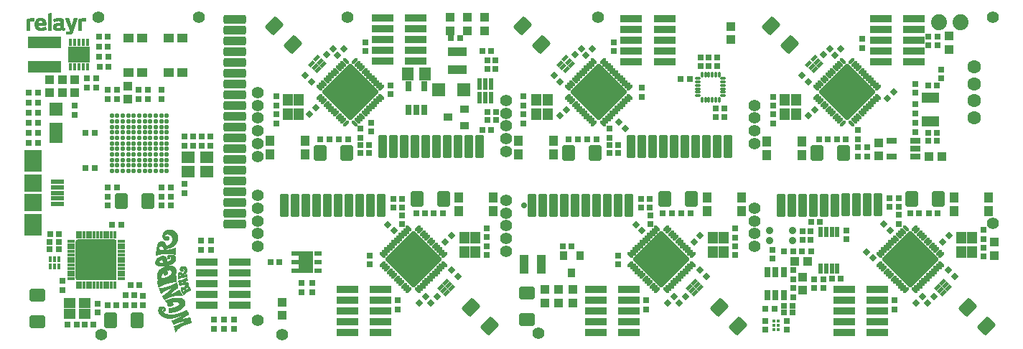
<source format=gts>
%FSLAX24Y24*%
%MOIN*%
G70*
G01*
G75*
G04 Layer_Color=8388736*
%ADD10C,0.0080*%
%ADD11C,0.0160*%
%ADD12C,0.0200*%
%ADD13C,0.0300*%
%ADD14C,0.0040*%
%ADD15C,0.0100*%
%ADD16C,0.0120*%
%ADD17C,0.0240*%
%ADD18C,0.0090*%
%ADD19R,0.0200X0.0200*%
%ADD20R,0.0200X0.0200*%
%ADD21C,0.0098*%
%ADD22C,0.0276*%
%ADD23R,0.0236X0.0413*%
%ADD24P,0.0283X4X90.0*%
%ADD25R,0.0940X0.0650*%
%ADD26R,0.0100X0.0270*%
%ADD27R,0.0550X0.0470*%
%ADD28R,0.0160X0.0440*%
G04:AMPARAMS|DCode=29|XSize=20mil|YSize=8mil|CornerRadius=3mil|HoleSize=0mil|Usage=FLASHONLY|Rotation=90.000|XOffset=0mil|YOffset=0mil|HoleType=Round|Shape=RoundedRectangle|*
%AMROUNDEDRECTD29*
21,1,0.0200,0.0020,0,0,90.0*
21,1,0.0140,0.0080,0,0,90.0*
1,1,0.0060,0.0010,0.0070*
1,1,0.0060,0.0010,-0.0070*
1,1,0.0060,-0.0010,-0.0070*
1,1,0.0060,-0.0010,0.0070*
%
%ADD29ROUNDEDRECTD29*%
G04:AMPARAMS|DCode=30|XSize=20mil|YSize=8mil|CornerRadius=3mil|HoleSize=0mil|Usage=FLASHONLY|Rotation=0.000|XOffset=0mil|YOffset=0mil|HoleType=Round|Shape=RoundedRectangle|*
%AMROUNDEDRECTD30*
21,1,0.0200,0.0020,0,0,0.0*
21,1,0.0140,0.0080,0,0,0.0*
1,1,0.0060,0.0070,-0.0010*
1,1,0.0060,-0.0070,-0.0010*
1,1,0.0060,-0.0070,0.0010*
1,1,0.0060,0.0070,0.0010*
%
%ADD30ROUNDEDRECTD30*%
%ADD31R,0.0360X0.0400*%
%ADD32R,0.0340X0.0310*%
%ADD33R,0.0320X0.0280*%
%ADD34R,0.0560X0.0560*%
%ADD35R,0.0480X0.0560*%
%ADD36R,0.0200X0.0400*%
G04:AMPARAMS|DCode=37|XSize=52mil|YSize=63mil|CornerRadius=5.2mil|HoleSize=0mil|Usage=FLASHONLY|Rotation=180.000|XOffset=0mil|YOffset=0mil|HoleType=Round|Shape=RoundedRectangle|*
%AMROUNDEDRECTD37*
21,1,0.0520,0.0526,0,0,180.0*
21,1,0.0416,0.0630,0,0,180.0*
1,1,0.0104,-0.0208,0.0263*
1,1,0.0104,0.0208,0.0263*
1,1,0.0104,0.0208,-0.0263*
1,1,0.0104,-0.0208,-0.0263*
%
%ADD37ROUNDEDRECTD37*%
%ADD38R,0.0400X0.0360*%
%ADD39R,0.0310X0.0340*%
%ADD40R,0.0400X0.0200*%
G04:AMPARAMS|DCode=41|XSize=52mil|YSize=63mil|CornerRadius=5.2mil|HoleSize=0mil|Usage=FLASHONLY|Rotation=315.000|XOffset=0mil|YOffset=0mil|HoleType=Round|Shape=RoundedRectangle|*
%AMROUNDEDRECTD41*
21,1,0.0520,0.0526,0,0,315.0*
21,1,0.0416,0.0630,0,0,315.0*
1,1,0.0104,-0.0039,-0.0333*
1,1,0.0104,-0.0333,-0.0039*
1,1,0.0104,0.0039,0.0333*
1,1,0.0104,0.0333,0.0039*
%
%ADD41ROUNDEDRECTD41*%
G04:AMPARAMS|DCode=42|XSize=52mil|YSize=63mil|CornerRadius=5.2mil|HoleSize=0mil|Usage=FLASHONLY|Rotation=270.000|XOffset=0mil|YOffset=0mil|HoleType=Round|Shape=RoundedRectangle|*
%AMROUNDEDRECTD42*
21,1,0.0520,0.0526,0,0,270.0*
21,1,0.0416,0.0630,0,0,270.0*
1,1,0.0104,-0.0263,-0.0208*
1,1,0.0104,-0.0263,0.0208*
1,1,0.0104,0.0263,0.0208*
1,1,0.0104,0.0263,-0.0208*
%
%ADD42ROUNDEDRECTD42*%
%ADD43R,0.0280X0.0320*%
%ADD44R,0.0100X0.0220*%
G04:AMPARAMS|DCode=45|XSize=22mil|YSize=10mil|CornerRadius=0mil|HoleSize=0mil|Usage=FLASHONLY|Rotation=45.000|XOffset=0mil|YOffset=0mil|HoleType=Round|Shape=Rectangle|*
%AMROTATEDRECTD45*
4,1,4,-0.0042,-0.0113,-0.0113,-0.0042,0.0042,0.0113,0.0113,0.0042,-0.0042,-0.0113,0.0*
%
%ADD45ROTATEDRECTD45*%

%ADD46R,0.1460X0.0480*%
%ADD47R,0.0560X0.0160*%
%ADD48R,0.0750X0.0910*%
%ADD49R,0.0750X0.0710*%
G04:AMPARAMS|DCode=50|XSize=8mil|YSize=28mil|CornerRadius=4mil|HoleSize=0mil|Usage=FLASHONLY|Rotation=270.000|XOffset=0mil|YOffset=0mil|HoleType=Round|Shape=RoundedRectangle|*
%AMROUNDEDRECTD50*
21,1,0.0080,0.0200,0,0,270.0*
21,1,0.0000,0.0280,0,0,270.0*
1,1,0.0080,-0.0100,0.0000*
1,1,0.0080,-0.0100,0.0000*
1,1,0.0080,0.0100,0.0000*
1,1,0.0080,0.0100,0.0000*
%
%ADD50ROUNDEDRECTD50*%
G04:AMPARAMS|DCode=51|XSize=8mil|YSize=28mil|CornerRadius=4mil|HoleSize=0mil|Usage=FLASHONLY|Rotation=180.000|XOffset=0mil|YOffset=0mil|HoleType=Round|Shape=RoundedRectangle|*
%AMROUNDEDRECTD51*
21,1,0.0080,0.0200,0,0,180.0*
21,1,0.0000,0.0280,0,0,180.0*
1,1,0.0080,0.0000,0.0100*
1,1,0.0080,0.0000,0.0100*
1,1,0.0080,0.0000,-0.0100*
1,1,0.0080,0.0000,-0.0100*
%
%ADD51ROUNDEDRECTD51*%
G04:AMPARAMS|DCode=52|XSize=182mil|YSize=182mil|CornerRadius=4.6mil|HoleSize=0mil|Usage=FLASHONLY|Rotation=180.000|XOffset=0mil|YOffset=0mil|HoleType=Round|Shape=RoundedRectangle|*
%AMROUNDEDRECTD52*
21,1,0.1820,0.1729,0,0,180.0*
21,1,0.1729,0.1820,0,0,180.0*
1,1,0.0091,-0.0865,0.0865*
1,1,0.0091,0.0865,0.0865*
1,1,0.0091,0.0865,-0.0865*
1,1,0.0091,-0.0865,-0.0865*
%
%ADD52ROUNDEDRECTD52*%
G04:AMPARAMS|DCode=53|XSize=182mil|YSize=182mil|CornerRadius=4.6mil|HoleSize=0mil|Usage=FLASHONLY|Rotation=135.000|XOffset=0mil|YOffset=0mil|HoleType=Round|Shape=RoundedRectangle|*
%AMROUNDEDRECTD53*
21,1,0.1820,0.1729,0,0,135.0*
21,1,0.1729,0.1820,0,0,135.0*
1,1,0.0091,0.0000,0.1223*
1,1,0.0091,0.1223,0.0000*
1,1,0.0091,0.0000,-0.1223*
1,1,0.0091,-0.1223,0.0000*
%
%ADD53ROUNDEDRECTD53*%
G04:AMPARAMS|DCode=54|XSize=8mil|YSize=28mil|CornerRadius=4mil|HoleSize=0mil|Usage=FLASHONLY|Rotation=135.000|XOffset=0mil|YOffset=0mil|HoleType=Round|Shape=RoundedRectangle|*
%AMROUNDEDRECTD54*
21,1,0.0080,0.0200,0,0,135.0*
21,1,0.0000,0.0280,0,0,135.0*
1,1,0.0080,0.0071,0.0071*
1,1,0.0080,0.0071,0.0071*
1,1,0.0080,-0.0071,-0.0071*
1,1,0.0080,-0.0071,-0.0071*
%
%ADD54ROUNDEDRECTD54*%
G04:AMPARAMS|DCode=55|XSize=8mil|YSize=28mil|CornerRadius=4mil|HoleSize=0mil|Usage=FLASHONLY|Rotation=225.000|XOffset=0mil|YOffset=0mil|HoleType=Round|Shape=RoundedRectangle|*
%AMROUNDEDRECTD55*
21,1,0.0080,0.0200,0,0,225.0*
21,1,0.0000,0.0280,0,0,225.0*
1,1,0.0080,-0.0071,0.0071*
1,1,0.0080,-0.0071,0.0071*
1,1,0.0080,0.0071,-0.0071*
1,1,0.0080,0.0071,-0.0071*
%
%ADD55ROUNDEDRECTD55*%
%ADD56P,0.0283X4X360.0*%
%ADD57R,0.0600X0.0950*%
%ADD58R,0.0240X0.0160*%
G04:AMPARAMS|DCode=59|XSize=14mil|YSize=14mil|CornerRadius=7mil|HoleSize=0mil|Usage=FLASHONLY|Rotation=0.000|XOffset=0mil|YOffset=0mil|HoleType=Round|Shape=RoundedRectangle|*
%AMROUNDEDRECTD59*
21,1,0.0140,0.0000,0,0,0.0*
21,1,0.0000,0.0140,0,0,0.0*
1,1,0.0140,0.0000,0.0000*
1,1,0.0140,0.0000,0.0000*
1,1,0.0140,0.0000,0.0000*
1,1,0.0140,0.0000,0.0000*
%
%ADD59ROUNDEDRECTD59*%
%ADD60R,0.0165X0.0400*%
%ADD61C,0.0236*%
%ADD62R,0.0120X0.0400*%
%ADD63R,0.0480X0.0400*%
%ADD64R,0.0400X0.0480*%
%ADD65R,0.0827X0.0206*%
%ADD66R,0.0394X0.0560*%
%ADD67R,0.0827X0.0354*%
%ADD68R,0.0560X0.0394*%
%ADD69R,0.0206X0.0827*%
%ADD70R,0.0354X0.0827*%
G04:AMPARAMS|DCode=71|XSize=100mil|YSize=35mil|CornerRadius=8.8mil|HoleSize=0mil|Usage=FLASHONLY|Rotation=180.000|XOffset=0mil|YOffset=0mil|HoleType=Round|Shape=RoundedRectangle|*
%AMROUNDEDRECTD71*
21,1,0.1000,0.0175,0,0,180.0*
21,1,0.0825,0.0350,0,0,180.0*
1,1,0.0175,-0.0413,0.0088*
1,1,0.0175,0.0413,0.0088*
1,1,0.0175,0.0413,-0.0088*
1,1,0.0175,-0.0413,-0.0088*
%
%ADD71ROUNDEDRECTD71*%
G04:AMPARAMS|DCode=72|XSize=100mil|YSize=35mil|CornerRadius=8.8mil|HoleSize=0mil|Usage=FLASHONLY|Rotation=90.000|XOffset=0mil|YOffset=0mil|HoleType=Round|Shape=RoundedRectangle|*
%AMROUNDEDRECTD72*
21,1,0.1000,0.0175,0,0,90.0*
21,1,0.0825,0.0350,0,0,90.0*
1,1,0.0175,0.0088,0.0413*
1,1,0.0175,0.0088,-0.0413*
1,1,0.0175,-0.0088,-0.0413*
1,1,0.0175,-0.0088,0.0413*
%
%ADD72ROUNDEDRECTD72*%
%ADD73R,0.0950X0.0300*%
%ADD74R,0.0512X0.0866*%
%ADD75R,0.0512X0.0551*%
%ADD76C,0.0160*%
%ADD77C,0.0630*%
%ADD78C,0.0360*%
%ADD79C,0.0070*%
%ADD80C,0.0060*%
%ADD81C,0.0400*%
%ADD82C,0.0280*%
%ADD83R,0.0520X0.0140*%
%ADD84R,0.0108X0.0250*%
%ADD85R,0.0247X0.0144*%
%ADD86R,0.0230X0.0158*%
%ADD87R,0.0095X0.0038*%
%ADD88R,0.0150X0.0200*%
%ADD89R,0.1410X0.0970*%
%ADD90R,0.0180X0.0170*%
%ADD91C,0.0551*%
%ADD92C,0.0660*%
%ADD93C,0.0160*%
%ADD94C,0.0240*%
%ADD95C,0.0140*%
%ADD96C,0.0480*%
%ADD97C,0.0210*%
%ADD98C,0.0410*%
%ADD99R,0.0250X0.0040*%
G04:AMPARAMS|DCode=100|XSize=700mil|YSize=700mil|CornerRadius=350mil|HoleSize=0mil|Usage=FLASHONLY|Rotation=277.000|XOffset=0mil|YOffset=0mil|HoleType=Round|Shape=RoundedRectangle|*
%AMROUNDEDRECTD100*
21,1,0.7000,0.0000,0,0,277.0*
21,1,0.0000,0.7000,0,0,277.0*
1,1,0.7000,0.0000,0.0000*
1,1,0.7000,0.0000,0.0000*
1,1,0.7000,0.0000,0.0000*
1,1,0.7000,0.0000,0.0000*
%
%ADD100ROUNDEDRECTD100*%
G04:AMPARAMS|DCode=101|XSize=200mil|YSize=110mil|CornerRadius=0mil|HoleSize=0mil|Usage=FLASHONLY|Rotation=277.000|XOffset=0mil|YOffset=0mil|HoleType=Round|Shape=Rectangle|*
%AMROTATEDRECTD101*
4,1,4,-0.0668,0.0926,0.0424,0.1060,0.0668,-0.0926,-0.0424,-0.1060,-0.0668,0.0926,0.0*
%
%ADD101ROTATEDRECTD101*%

%ADD102R,0.0600X0.1340*%
%ADD103R,0.0400X0.1380*%
%ADD104R,0.0750X0.0360*%
%ADD105R,0.0360X0.0750*%
%ADD106R,0.0250X0.0580*%
%ADD107C,0.0050*%
%ADD108R,0.0190X0.0130*%
%ADD109C,0.0003*%
%ADD110C,0.0011*%
%ADD111R,0.0280X0.0280*%
%ADD112R,0.0280X0.0280*%
%ADD113C,0.0178*%
%ADD114C,0.0356*%
%ADD115R,0.0316X0.0493*%
%ADD116P,0.0396X4X90.0*%
%ADD117R,0.1020X0.0730*%
%ADD118R,0.0180X0.0350*%
%ADD119R,0.0630X0.0550*%
%ADD120R,0.0240X0.0520*%
G04:AMPARAMS|DCode=121|XSize=28mil|YSize=16mil|CornerRadius=7mil|HoleSize=0mil|Usage=FLASHONLY|Rotation=90.000|XOffset=0mil|YOffset=0mil|HoleType=Round|Shape=RoundedRectangle|*
%AMROUNDEDRECTD121*
21,1,0.0280,0.0020,0,0,90.0*
21,1,0.0140,0.0160,0,0,90.0*
1,1,0.0140,0.0010,0.0070*
1,1,0.0140,0.0010,-0.0070*
1,1,0.0140,-0.0010,-0.0070*
1,1,0.0140,-0.0010,0.0070*
%
%ADD121ROUNDEDRECTD121*%
G04:AMPARAMS|DCode=122|XSize=28mil|YSize=16mil|CornerRadius=7mil|HoleSize=0mil|Usage=FLASHONLY|Rotation=0.000|XOffset=0mil|YOffset=0mil|HoleType=Round|Shape=RoundedRectangle|*
%AMROUNDEDRECTD122*
21,1,0.0280,0.0020,0,0,0.0*
21,1,0.0140,0.0160,0,0,0.0*
1,1,0.0140,0.0070,-0.0010*
1,1,0.0140,-0.0070,-0.0010*
1,1,0.0140,-0.0070,0.0010*
1,1,0.0140,0.0070,0.0010*
%
%ADD122ROUNDEDRECTD122*%
%ADD123R,0.0440X0.0480*%
%ADD124R,0.0420X0.0390*%
%ADD125R,0.0400X0.0360*%
%ADD126R,0.0640X0.0640*%
%ADD127R,0.0560X0.0640*%
%ADD128R,0.0280X0.0480*%
G04:AMPARAMS|DCode=129|XSize=60mil|YSize=71mil|CornerRadius=9.2mil|HoleSize=0mil|Usage=FLASHONLY|Rotation=180.000|XOffset=0mil|YOffset=0mil|HoleType=Round|Shape=RoundedRectangle|*
%AMROUNDEDRECTD129*
21,1,0.0600,0.0526,0,0,180.0*
21,1,0.0416,0.0710,0,0,180.0*
1,1,0.0184,-0.0208,0.0263*
1,1,0.0184,0.0208,0.0263*
1,1,0.0184,0.0208,-0.0263*
1,1,0.0184,-0.0208,-0.0263*
%
%ADD129ROUNDEDRECTD129*%
%ADD130R,0.0480X0.0440*%
%ADD131R,0.0390X0.0420*%
%ADD132R,0.0480X0.0280*%
G04:AMPARAMS|DCode=133|XSize=60mil|YSize=71mil|CornerRadius=9.2mil|HoleSize=0mil|Usage=FLASHONLY|Rotation=315.000|XOffset=0mil|YOffset=0mil|HoleType=Round|Shape=RoundedRectangle|*
%AMROUNDEDRECTD133*
21,1,0.0600,0.0526,0,0,315.0*
21,1,0.0416,0.0710,0,0,315.0*
1,1,0.0184,-0.0039,-0.0333*
1,1,0.0184,-0.0333,-0.0039*
1,1,0.0184,0.0039,0.0333*
1,1,0.0184,0.0333,0.0039*
%
%ADD133ROUNDEDRECTD133*%
G04:AMPARAMS|DCode=134|XSize=60mil|YSize=71mil|CornerRadius=9.2mil|HoleSize=0mil|Usage=FLASHONLY|Rotation=270.000|XOffset=0mil|YOffset=0mil|HoleType=Round|Shape=RoundedRectangle|*
%AMROUNDEDRECTD134*
21,1,0.0600,0.0526,0,0,270.0*
21,1,0.0416,0.0710,0,0,270.0*
1,1,0.0184,-0.0263,-0.0208*
1,1,0.0184,-0.0263,0.0208*
1,1,0.0184,0.0263,0.0208*
1,1,0.0184,0.0263,-0.0208*
%
%ADD134ROUNDEDRECTD134*%
%ADD135R,0.0360X0.0400*%
%ADD136R,0.0180X0.0300*%
G04:AMPARAMS|DCode=137|XSize=30mil|YSize=18mil|CornerRadius=0mil|HoleSize=0mil|Usage=FLASHONLY|Rotation=45.000|XOffset=0mil|YOffset=0mil|HoleType=Round|Shape=Rectangle|*
%AMROTATEDRECTD137*
4,1,4,-0.0042,-0.0170,-0.0170,-0.0042,0.0042,0.0170,0.0170,0.0042,-0.0042,-0.0170,0.0*
%
%ADD137ROTATEDRECTD137*%

%ADD138R,0.1540X0.0560*%
%ADD139R,0.0640X0.0240*%
%ADD140R,0.0830X0.0990*%
%ADD141R,0.0830X0.0790*%
G04:AMPARAMS|DCode=142|XSize=16mil|YSize=36mil|CornerRadius=8mil|HoleSize=0mil|Usage=FLASHONLY|Rotation=270.000|XOffset=0mil|YOffset=0mil|HoleType=Round|Shape=RoundedRectangle|*
%AMROUNDEDRECTD142*
21,1,0.0160,0.0200,0,0,270.0*
21,1,0.0000,0.0360,0,0,270.0*
1,1,0.0160,-0.0100,0.0000*
1,1,0.0160,-0.0100,0.0000*
1,1,0.0160,0.0100,0.0000*
1,1,0.0160,0.0100,0.0000*
%
%ADD142ROUNDEDRECTD142*%
G04:AMPARAMS|DCode=143|XSize=16mil|YSize=36mil|CornerRadius=8mil|HoleSize=0mil|Usage=FLASHONLY|Rotation=180.000|XOffset=0mil|YOffset=0mil|HoleType=Round|Shape=RoundedRectangle|*
%AMROUNDEDRECTD143*
21,1,0.0160,0.0200,0,0,180.0*
21,1,0.0000,0.0360,0,0,180.0*
1,1,0.0160,0.0000,0.0100*
1,1,0.0160,0.0000,0.0100*
1,1,0.0160,0.0000,-0.0100*
1,1,0.0160,0.0000,-0.0100*
%
%ADD143ROUNDEDRECTD143*%
G04:AMPARAMS|DCode=144|XSize=190mil|YSize=190mil|CornerRadius=8.6mil|HoleSize=0mil|Usage=FLASHONLY|Rotation=180.000|XOffset=0mil|YOffset=0mil|HoleType=Round|Shape=RoundedRectangle|*
%AMROUNDEDRECTD144*
21,1,0.1900,0.1729,0,0,180.0*
21,1,0.1729,0.1900,0,0,180.0*
1,1,0.0171,-0.0865,0.0865*
1,1,0.0171,0.0865,0.0865*
1,1,0.0171,0.0865,-0.0865*
1,1,0.0171,-0.0865,-0.0865*
%
%ADD144ROUNDEDRECTD144*%
G04:AMPARAMS|DCode=145|XSize=190mil|YSize=190mil|CornerRadius=8.6mil|HoleSize=0mil|Usage=FLASHONLY|Rotation=135.000|XOffset=0mil|YOffset=0mil|HoleType=Round|Shape=RoundedRectangle|*
%AMROUNDEDRECTD145*
21,1,0.1900,0.1729,0,0,135.0*
21,1,0.1729,0.1900,0,0,135.0*
1,1,0.0171,0.0000,0.1223*
1,1,0.0171,0.1223,0.0000*
1,1,0.0171,0.0000,-0.1223*
1,1,0.0171,-0.1223,0.0000*
%
%ADD145ROUNDEDRECTD145*%
G04:AMPARAMS|DCode=146|XSize=16mil|YSize=36mil|CornerRadius=8mil|HoleSize=0mil|Usage=FLASHONLY|Rotation=135.000|XOffset=0mil|YOffset=0mil|HoleType=Round|Shape=RoundedRectangle|*
%AMROUNDEDRECTD146*
21,1,0.0160,0.0200,0,0,135.0*
21,1,0.0000,0.0360,0,0,135.0*
1,1,0.0160,0.0071,0.0071*
1,1,0.0160,0.0071,0.0071*
1,1,0.0160,-0.0071,-0.0071*
1,1,0.0160,-0.0071,-0.0071*
%
%ADD146ROUNDEDRECTD146*%
G04:AMPARAMS|DCode=147|XSize=16mil|YSize=36mil|CornerRadius=8mil|HoleSize=0mil|Usage=FLASHONLY|Rotation=225.000|XOffset=0mil|YOffset=0mil|HoleType=Round|Shape=RoundedRectangle|*
%AMROUNDEDRECTD147*
21,1,0.0160,0.0200,0,0,225.0*
21,1,0.0000,0.0360,0,0,225.0*
1,1,0.0160,-0.0071,0.0071*
1,1,0.0160,-0.0071,0.0071*
1,1,0.0160,0.0071,-0.0071*
1,1,0.0160,0.0071,-0.0071*
%
%ADD147ROUNDEDRECTD147*%
%ADD148P,0.0396X4X360.0*%
%ADD149R,0.0680X0.1030*%
%ADD150R,0.0320X0.0240*%
G04:AMPARAMS|DCode=151|XSize=22mil|YSize=22mil|CornerRadius=11mil|HoleSize=0mil|Usage=FLASHONLY|Rotation=0.000|XOffset=0mil|YOffset=0mil|HoleType=Round|Shape=RoundedRectangle|*
%AMROUNDEDRECTD151*
21,1,0.0220,0.0000,0,0,0.0*
21,1,0.0000,0.0220,0,0,0.0*
1,1,0.0220,0.0000,0.0000*
1,1,0.0220,0.0000,0.0000*
1,1,0.0220,0.0000,0.0000*
1,1,0.0220,0.0000,0.0000*
%
%ADD151ROUNDEDRECTD151*%
%ADD152R,0.0245X0.0480*%
%ADD153C,0.0551*%
%ADD154R,0.0200X0.0480*%
%ADD155R,0.0560X0.0480*%
%ADD156R,0.0480X0.0560*%
%ADD157R,0.0907X0.0434*%
%ADD158R,0.0434X0.0907*%
G04:AMPARAMS|DCode=159|XSize=108mil|YSize=43mil|CornerRadius=12.8mil|HoleSize=0mil|Usage=FLASHONLY|Rotation=180.000|XOffset=0mil|YOffset=0mil|HoleType=Round|Shape=RoundedRectangle|*
%AMROUNDEDRECTD159*
21,1,0.1080,0.0175,0,0,180.0*
21,1,0.0825,0.0430,0,0,180.0*
1,1,0.0255,-0.0413,0.0088*
1,1,0.0255,0.0413,0.0088*
1,1,0.0255,0.0413,-0.0088*
1,1,0.0255,-0.0413,-0.0088*
%
%ADD159ROUNDEDRECTD159*%
G04:AMPARAMS|DCode=160|XSize=108mil|YSize=43mil|CornerRadius=12.8mil|HoleSize=0mil|Usage=FLASHONLY|Rotation=90.000|XOffset=0mil|YOffset=0mil|HoleType=Round|Shape=RoundedRectangle|*
%AMROUNDEDRECTD160*
21,1,0.1080,0.0175,0,0,90.0*
21,1,0.0825,0.0430,0,0,90.0*
1,1,0.0255,0.0088,0.0413*
1,1,0.0255,0.0088,-0.0413*
1,1,0.0255,-0.0088,-0.0413*
1,1,0.0255,-0.0088,0.0413*
%
%ADD160ROUNDEDRECTD160*%
%ADD161R,0.1030X0.0380*%
%ADD162R,0.0592X0.0946*%
%ADD163R,0.0592X0.0631*%
%ADD164C,0.0631*%
%ADD165C,0.0740*%
%ADD166C,0.0560*%
%ADD167C,0.0290*%
D109*
X3534Y4412D02*
X3542Y4461D01*
X3517Y4353D02*
X3534Y4412D01*
X3489Y4288D02*
X3517Y4353D01*
X3443Y4221D02*
X3489Y4288D01*
X3376Y4155D02*
X3443Y4221D01*
X3283Y4095D02*
X3376Y4155D01*
X3160Y4043D02*
X3283Y4095D01*
X3003Y4006D02*
X3160Y4043D01*
X2994Y3939D02*
X3003Y4006D01*
X2994Y3939D02*
X3003Y3939D01*
X3027Y3939D01*
X3066Y3941D01*
X3120Y3946D01*
X3187Y3956D01*
X3266Y3972D01*
X3357Y3995D01*
X3458Y4027D01*
X3457Y4018D02*
X3458Y4027D01*
X3455Y3996D02*
X3457Y4018D01*
X3453Y3963D02*
X3455Y3996D01*
X3450Y3921D02*
X3453Y3963D01*
X3447Y3876D02*
X3450Y3921D01*
X3446Y3829D02*
X3447Y3876D01*
X3446Y3784D02*
X3446Y3829D01*
X3446Y3784D02*
X3448Y3745D01*
X3424Y3750D02*
X3448Y3745D01*
X3358Y3761D02*
X3424Y3750D01*
X3258Y3775D02*
X3358Y3761D01*
X3133Y3785D02*
X3258Y3775D01*
X2991Y3787D02*
X3133Y3785D01*
X2840Y3776D02*
X2991Y3787D01*
X2688Y3747D02*
X2840Y3776D01*
X2544Y3695D02*
X2688Y3747D01*
X2544Y3695D02*
X2551Y3794D01*
X2561Y3902D01*
X2576Y4011D01*
X2599Y4115D01*
X2632Y4207D01*
X2677Y4280D01*
X2739Y4327D01*
X2818Y4340D01*
X2877Y4327D01*
X2922Y4300D01*
X2954Y4262D01*
X2975Y4220D01*
X2987Y4179D01*
X2994Y4143D01*
X2996Y4117D01*
X2996Y4108D01*
X3055Y4127D01*
X3111Y4153D01*
X3162Y4186D01*
X3207Y4225D01*
X3246Y4268D01*
X3276Y4316D01*
X3297Y4366D01*
X3307Y4418D01*
X3306Y4469D02*
X3307Y4418D01*
X3296Y4517D02*
X3306Y4469D01*
X3277Y4561D02*
X3296Y4517D01*
X3251Y4599D02*
X3277Y4561D01*
X3219Y4633D02*
X3251Y4599D01*
X3181Y4659D02*
X3219Y4633D01*
X3139Y4678D02*
X3181Y4659D01*
X3093Y4689D02*
X3139Y4678D01*
X3049Y4689D02*
X3093Y4689D01*
X3011Y4679D02*
X3049Y4689D01*
X2981Y4661D02*
X3011Y4679D01*
X2960Y4637D02*
X2981Y4661D01*
X2947Y4608D02*
X2960Y4637D01*
X2944Y4578D02*
X2947Y4608D01*
X2944Y4578D02*
X2951Y4548D01*
X2970Y4520D01*
X2980Y4547D01*
X3001Y4567D01*
X3029Y4579D01*
X3060Y4582D01*
X3091Y4575D01*
X3117Y4558D01*
X3134Y4528D01*
X3140Y4487D01*
X3130Y4443D02*
X3140Y4487D01*
X3105Y4412D02*
X3130Y4443D01*
X3069Y4395D02*
X3105Y4412D01*
X3026Y4390D02*
X3069Y4395D01*
X2981Y4397D02*
X3026Y4390D01*
X2937Y4418D02*
X2981Y4397D01*
X2899Y4450D02*
X2937Y4418D01*
X2872Y4495D02*
X2899Y4450D01*
X2857Y4552D02*
X2872Y4495D01*
X2857Y4552D02*
X2858Y4617D01*
X2874Y4686D01*
X2908Y4751D01*
X2960Y4808D01*
X3033Y4850D01*
X3128Y4873D01*
X3245Y4871D01*
X3318Y4853D01*
X3381Y4820D01*
X3435Y4775D01*
X3479Y4720D01*
X3512Y4659D01*
X3534Y4594D01*
X3544Y4527D01*
X3542Y4461D02*
X3544Y4527D01*
X2893Y3939D02*
X2899Y3976D01*
X2898Y4009D02*
X2899Y3976D01*
X2891Y4038D02*
X2898Y4009D01*
X2880Y4063D02*
X2891Y4038D01*
X2866Y4083D02*
X2880Y4063D01*
X2851Y4099D02*
X2866Y4083D01*
X2835Y4111D02*
X2851Y4099D01*
X2822Y4117D02*
X2835Y4111D01*
X2807Y4121D02*
X2822Y4117D01*
X2787Y4125D02*
X2807Y4121D01*
X2764Y4126D02*
X2787Y4125D01*
X2739Y4124D02*
X2764Y4126D01*
X2716Y4116D02*
X2739Y4124D01*
X2696Y4101D02*
X2716Y4116D01*
X2680Y4077D02*
X2696Y4101D01*
X2671Y4042D02*
X2680Y4077D01*
X2671Y4042D02*
X2675Y3998D01*
X2698Y3968D01*
X2733Y3949D01*
X2775Y3939D01*
X2818Y3935D01*
X2856Y3936D01*
X2883Y3938D01*
X2893Y3939D01*
X2544Y3695D02*
Y3700D01*
X2545Y3695D02*
Y3708D01*
X2545Y3696D02*
Y3716D01*
X2546Y3696D02*
Y3724D01*
X2547Y3696D02*
Y3732D01*
X2547Y3696D02*
Y3740D01*
X2548Y3697D02*
Y3748D01*
X2548Y3697D02*
Y3756D01*
X2549Y3697D02*
Y3764D01*
X2550Y3698D02*
Y3772D01*
X2550Y3698D02*
Y3780D01*
X2551Y3698D02*
Y3788D01*
X2551Y3698D02*
Y3796D01*
X2552Y3699D02*
Y3803D01*
X2553Y3699D02*
Y3811D01*
X2553Y3699D02*
Y3818D01*
X2554Y3699D02*
Y3825D01*
X2555Y3700D02*
Y3832D01*
X2555Y3700D02*
Y3839D01*
X2556Y3700D02*
Y3846D01*
X2556Y3701D02*
Y3852D01*
X2557Y3701D02*
Y3859D01*
X2558Y3701D02*
Y3865D01*
X2558Y3701D02*
Y3872D01*
X2559Y3702D02*
Y3878D01*
X2559Y3702D02*
Y3884D01*
X2560Y3702D02*
Y3889D01*
X2561Y3703D02*
Y3895D01*
X2561Y3703D02*
Y3901D01*
X2562Y3703D02*
Y3906D01*
X2562Y3703D02*
Y3912D01*
X2563Y3704D02*
Y3917D01*
X2564Y3704D02*
Y3922D01*
X2564Y3704D02*
Y3927D01*
X2565Y3704D02*
Y3932D01*
X2565Y3705D02*
Y3937D01*
X2566Y3705D02*
Y3942D01*
X2567Y3705D02*
Y3946D01*
X2567Y3705D02*
Y3951D01*
X2568Y3706D02*
Y3956D01*
X2568Y3706D02*
Y3960D01*
X2569Y3706D02*
Y3964D01*
X2570Y3706D02*
Y3969D01*
X2570Y3707D02*
Y3973D01*
X2571Y3707D02*
Y3977D01*
X2571Y3707D02*
Y3981D01*
X2572Y3708D02*
Y3985D01*
X2573Y3708D02*
Y3989D01*
X2573Y3708D02*
Y3993D01*
X2574Y3708D02*
Y3997D01*
X2575Y3709D02*
Y4000D01*
X2575Y3709D02*
Y4004D01*
X2576Y3709D02*
Y4008D01*
X2576Y3709D02*
Y4011D01*
X2577Y3710D02*
Y4015D01*
X2578Y3710D02*
Y4018D01*
X2578Y3710D02*
Y4022D01*
X2579Y3710D02*
Y4025D01*
X2579Y3711D02*
Y4028D01*
X2580Y3711D02*
Y4032D01*
X2581Y3711D02*
Y4035D01*
X2581Y3711D02*
Y4038D01*
X2582Y3712D02*
Y4041D01*
X2582Y3712D02*
Y4044D01*
X2583Y3712D02*
Y4047D01*
X2584Y3712D02*
Y4051D01*
X2584Y3713D02*
Y4053D01*
X2585Y3713D02*
Y4056D01*
X2585Y3713D02*
Y4059D01*
X2586Y3713D02*
Y4062D01*
X2587Y3714D02*
Y4065D01*
X2587Y3714D02*
Y4068D01*
X2588Y3714D02*
Y4070D01*
X2588Y3714D02*
Y4073D01*
X2589Y3715D02*
Y4076D01*
X2590Y3715D02*
Y4079D01*
X2590Y3715D02*
Y4081D01*
X2591Y3715D02*
Y4084D01*
X2591Y3715D02*
Y4086D01*
X2592Y3716D02*
Y4089D01*
X2593Y3716D02*
Y4091D01*
X2593Y3716D02*
Y4094D01*
X2594Y3716D02*
Y4096D01*
X2595Y3717D02*
Y4099D01*
X2595Y3717D02*
Y4101D01*
X2596Y3717D02*
Y4103D01*
X2596Y3717D02*
Y4106D01*
X2597Y3718D02*
Y4108D01*
X2598Y3718D02*
Y4110D01*
X2598Y3718D02*
Y4112D01*
X2599Y3718D02*
Y4115D01*
X2599Y3719D02*
Y4117D01*
X2600Y3719D02*
Y4119D01*
X2601Y3719D02*
Y4121D01*
X2601Y3719D02*
Y4123D01*
X2602Y3719D02*
Y4125D01*
X2602Y3720D02*
Y4128D01*
X2603Y3720D02*
Y4130D01*
X2604Y3720D02*
Y4132D01*
X2604Y3720D02*
Y4134D01*
X2605Y3721D02*
Y4136D01*
X2605Y3721D02*
Y4138D01*
X2606Y3721D02*
Y4140D01*
X2607Y3721D02*
Y4141D01*
X2607Y3721D02*
Y4143D01*
X2608Y3722D02*
Y4145D01*
X2608Y3722D02*
Y4147D01*
X2609Y3722D02*
Y4149D01*
X2610Y3722D02*
Y4151D01*
X2610Y3723D02*
Y4153D01*
X2611Y3723D02*
Y4154D01*
X2612Y3723D02*
Y4156D01*
X2612Y3723D02*
Y4158D01*
X2613Y3724D02*
Y4160D01*
X2613Y3724D02*
Y4161D01*
X2614Y3724D02*
Y4163D01*
X2615Y3724D02*
Y4165D01*
X2615Y3724D02*
Y4166D01*
X2616Y3725D02*
Y4168D01*
X2616Y3725D02*
Y4170D01*
X2617Y3725D02*
Y4171D01*
X2618Y3725D02*
Y4173D01*
X2618Y3725D02*
Y4175D01*
X2619Y3726D02*
Y4176D01*
X2619Y3726D02*
Y4178D01*
X2620Y3726D02*
Y4179D01*
X2621Y3726D02*
Y4181D01*
X2621Y3727D02*
Y4182D01*
X2622Y3727D02*
Y4184D01*
X2622Y3727D02*
Y4186D01*
X2623Y3727D02*
Y4187D01*
X2624Y3727D02*
Y4188D01*
X2624Y3728D02*
Y4190D01*
X2625Y3728D02*
Y4191D01*
X2625Y3728D02*
Y4193D01*
X2626Y3728D02*
Y4194D01*
X2627Y3728D02*
Y4196D01*
X2627Y3729D02*
Y4197D01*
X2628Y3729D02*
Y4198D01*
X2628Y3729D02*
Y4200D01*
X2629Y3729D02*
Y4201D01*
X2630Y3729D02*
Y4202D01*
X2630Y3730D02*
Y4204D01*
X2631Y3730D02*
Y4205D01*
X2632Y3730D02*
Y4207D01*
X2632Y3730D02*
Y4208D01*
X2633Y3731D02*
Y4209D01*
X2633Y3731D02*
Y4210D01*
X2634Y3731D02*
Y4212D01*
X2635Y3731D02*
Y4213D01*
X2635Y3731D02*
Y4214D01*
X2636Y3731D02*
Y4215D01*
X2636Y3732D02*
Y4217D01*
X2637Y3732D02*
Y4218D01*
X2638Y3732D02*
Y4219D01*
X2638Y3732D02*
Y4220D01*
X2639Y3732D02*
Y4221D01*
X2639Y3733D02*
Y4223D01*
X2640Y3733D02*
Y4224D01*
X2641Y3733D02*
Y4225D01*
X2641Y3733D02*
Y4226D01*
X2642Y3733D02*
Y4227D01*
X2642Y3734D02*
Y4228D01*
X2643Y3734D02*
Y4229D01*
X2644Y3734D02*
Y4230D01*
X2644Y3734D02*
Y4232D01*
X2645Y3734D02*
Y4233D01*
X2645Y3735D02*
Y4234D01*
X2646Y3735D02*
Y4235D01*
X2647Y3735D02*
Y4236D01*
X2647Y3735D02*
Y4237D01*
X2648Y3735D02*
Y4238D01*
X2648Y3736D02*
Y4239D01*
X2649Y3736D02*
Y4240D01*
X2650Y3736D02*
Y4241D01*
X2650Y3736D02*
Y4242D01*
X2651Y3736D02*
Y4243D01*
X2652Y3737D02*
Y4244D01*
X2652Y3737D02*
Y4245D01*
X2653Y3737D02*
Y4246D01*
X2653Y3737D02*
Y4247D01*
X2654Y3737D02*
Y4248D01*
X2655Y3737D02*
Y4249D01*
X2655Y3738D02*
Y4250D01*
X2656Y3738D02*
Y4251D01*
X2656Y3738D02*
Y4252D01*
X2657Y3738D02*
Y4253D01*
X2658Y3738D02*
Y4254D01*
X2658Y3739D02*
Y4255D01*
X2659Y3739D02*
Y4255D01*
X2659Y3739D02*
Y4256D01*
X2660Y3739D02*
Y4257D01*
X2661Y3739D02*
Y4258D01*
X2661Y3739D02*
Y4259D01*
X2662Y3740D02*
Y4260D01*
X2662Y3740D02*
Y4261D01*
X2663Y3740D02*
Y4261D01*
X2664Y3740D02*
Y4262D01*
X2664Y3740D02*
Y4263D01*
X2665Y3741D02*
Y4264D01*
X2665Y3741D02*
Y4265D01*
X2666Y3741D02*
Y4266D01*
X2667Y3741D02*
Y4266D01*
X2667Y3741D02*
Y4267D01*
X2668Y3741D02*
Y4268D01*
X2668Y3742D02*
Y4269D01*
X2669Y3742D02*
Y4270D01*
X2670Y3742D02*
Y4023D01*
Y4033D02*
Y4270D01*
X2670Y3742D02*
Y4016D01*
Y4041D02*
Y4271D01*
X2671Y3742D02*
Y4012D01*
Y4045D02*
Y4272D01*
X2672Y3743D02*
Y4009D01*
Y4049D02*
Y4273D01*
X2672Y3743D02*
Y4007D01*
Y4052D02*
Y4273D01*
X2673Y3743D02*
Y4004D01*
Y4055D02*
Y4274D01*
X2673Y3743D02*
Y4002D01*
Y4058D02*
Y4275D01*
X2674Y3743D02*
Y4001D01*
Y4060D02*
Y4276D01*
X2675Y3743D02*
Y3999D01*
Y4062D02*
Y4276D01*
X2675Y3744D02*
Y3997D01*
Y4064D02*
Y4277D01*
X2676Y3744D02*
Y3996D01*
Y4066D02*
Y4278D01*
X2676Y3744D02*
Y3994D01*
Y4068D02*
Y4279D01*
X2677Y3744D02*
Y3993D01*
Y4070D02*
Y4279D01*
X2678Y3744D02*
Y3992D01*
Y4071D02*
Y4280D01*
X2678Y3744D02*
Y3991D01*
Y4073D02*
Y4281D01*
X2679Y3745D02*
Y3990D01*
Y4075D02*
Y4281D01*
X2679Y3745D02*
Y3989D01*
Y4076D02*
Y4282D01*
X2680Y3745D02*
Y3988D01*
Y4077D02*
Y4283D01*
X2681Y3745D02*
Y3987D01*
Y4079D02*
Y4283D01*
X2681Y3745D02*
Y3986D01*
Y4080D02*
Y4284D01*
X2682Y3745D02*
Y3985D01*
Y4081D02*
Y4285D01*
X2682Y3746D02*
Y3984D01*
Y4082D02*
Y4285D01*
X2683Y3746D02*
Y3983D01*
Y4083D02*
Y4286D01*
X2684Y3746D02*
Y3982D01*
Y4084D02*
Y4287D01*
X2684Y3746D02*
Y3981D01*
Y4086D02*
Y4287D01*
X2685Y3746D02*
Y3980D01*
Y4087D02*
Y4288D01*
X2685Y3746D02*
Y3980D01*
Y4088D02*
Y4289D01*
X2686Y3747D02*
Y3979D01*
Y4088D02*
Y4289D01*
X2687Y3747D02*
Y3978D01*
Y4089D02*
Y4290D01*
X2687Y3747D02*
Y3977D01*
Y4090D02*
Y4290D01*
X2688Y3747D02*
Y3977D01*
Y4091D02*
Y4291D01*
X2689Y3747D02*
Y3976D01*
Y4092D02*
Y4292D01*
X2689Y3747D02*
Y3976D01*
Y4093D02*
Y4292D01*
X2690Y3748D02*
Y3975D01*
Y4094D02*
Y4293D01*
X2690Y3748D02*
Y3974D01*
Y4094D02*
Y4293D01*
X2691Y3748D02*
Y3974D01*
Y4095D02*
Y4294D01*
X2692Y3748D02*
Y3973D01*
Y4096D02*
Y4295D01*
X2692Y3748D02*
Y3972D01*
Y4097D02*
Y4295D01*
X2693Y3748D02*
Y3972D01*
Y4097D02*
Y4296D01*
X2693Y3748D02*
Y3971D01*
Y4098D02*
Y4296D01*
X2694Y3749D02*
Y3971D01*
Y4099D02*
Y4297D01*
X2695Y3749D02*
Y3970D01*
Y4099D02*
Y4297D01*
X2695Y3749D02*
Y3970D01*
Y4100D02*
Y4298D01*
X2696Y3749D02*
Y3969D01*
Y4101D02*
Y4298D01*
X2696Y3749D02*
Y3969D01*
Y4101D02*
Y4299D01*
X2697Y3749D02*
Y3968D01*
Y4102D02*
Y4299D01*
X2698Y3750D02*
Y3968D01*
Y4103D02*
Y4300D01*
X2698Y3750D02*
Y3967D01*
Y4103D02*
Y4301D01*
X2699Y3750D02*
Y3967D01*
Y4104D02*
Y4301D01*
X2699Y3750D02*
Y3966D01*
Y4104D02*
Y4302D01*
X2700Y3750D02*
Y3966D01*
Y4105D02*
Y4302D01*
X2701Y3750D02*
Y3965D01*
Y4105D02*
Y4303D01*
X2701Y3750D02*
Y3965D01*
Y4106D02*
Y4303D01*
X2702Y3751D02*
Y3964D01*
Y4106D02*
Y4304D01*
X2702Y3751D02*
Y3964D01*
Y4107D02*
Y4304D01*
X2703Y3751D02*
Y3964D01*
Y4107D02*
Y4305D01*
X2704Y3751D02*
Y3963D01*
Y4108D02*
Y4305D01*
X2704Y3751D02*
Y3963D01*
Y4108D02*
Y4306D01*
X2705Y3751D02*
Y3962D01*
Y4109D02*
Y4306D01*
X2706Y3752D02*
Y3962D01*
Y4109D02*
Y4307D01*
X2706Y3752D02*
Y3961D01*
Y4110D02*
Y4307D01*
X2707Y3752D02*
Y3961D01*
Y4110D02*
Y4307D01*
X2707Y3752D02*
Y3961D01*
Y4110D02*
Y4308D01*
X2708Y3752D02*
Y3960D01*
Y4111D02*
Y4308D01*
X2709Y3752D02*
Y3960D01*
Y4111D02*
Y4309D01*
X2709Y3752D02*
Y3960D01*
Y4112D02*
Y4309D01*
X2710Y3753D02*
Y3959D01*
Y4112D02*
Y4310D01*
X2710Y3753D02*
Y3959D01*
Y4112D02*
Y4310D01*
X2711Y3753D02*
Y3959D01*
Y4113D02*
Y4311D01*
X2712Y3753D02*
Y3958D01*
Y4113D02*
Y4311D01*
X2712Y3753D02*
Y3958D01*
Y4114D02*
Y4311D01*
X2713Y3753D02*
Y3958D01*
Y4114D02*
Y4312D01*
X2713Y3753D02*
Y3957D01*
Y4114D02*
Y4312D01*
X2714Y3754D02*
Y3957D01*
Y4115D02*
Y4313D01*
X2715Y3754D02*
Y3957D01*
Y4115D02*
Y4313D01*
X2715Y3754D02*
Y3956D01*
Y4115D02*
Y4313D01*
X2716Y3754D02*
Y3956D01*
Y4116D02*
Y4314D01*
X2716Y3754D02*
Y3956D01*
Y4116D02*
Y4314D01*
X2717Y3754D02*
Y3955D01*
Y4116D02*
Y4315D01*
X2718Y3754D02*
Y3955D01*
Y4116D02*
Y4315D01*
X2718Y3755D02*
Y3955D01*
Y4117D02*
Y4315D01*
X2719Y3755D02*
Y3954D01*
Y4117D02*
Y4316D01*
X2719Y3755D02*
Y3954D01*
Y4117D02*
Y4316D01*
X2720Y3755D02*
Y3954D01*
Y4118D02*
Y4317D01*
X2721Y3755D02*
Y3954D01*
Y4118D02*
Y4317D01*
X2721Y3755D02*
Y3953D01*
Y4118D02*
Y4317D01*
X2722Y3755D02*
Y3953D01*
Y4118D02*
Y4318D01*
X2722Y3756D02*
Y3953D01*
Y4119D02*
Y4318D01*
X2723Y3756D02*
Y3952D01*
Y4119D02*
Y4318D01*
X2724Y3756D02*
Y3952D01*
Y4119D02*
Y4319D01*
X2724Y3756D02*
Y3952D01*
Y4119D02*
Y4319D01*
X2725Y3756D02*
Y3952D01*
Y4120D02*
Y4319D01*
X2726Y3756D02*
Y3951D01*
Y4120D02*
Y4320D01*
X2726Y3756D02*
Y3951D01*
Y4120D02*
Y4320D01*
X2727Y3757D02*
Y3951D01*
Y4120D02*
Y4321D01*
X2727Y3757D02*
Y3951D01*
Y4120D02*
Y4321D01*
X2728Y3757D02*
Y3950D01*
Y4121D02*
Y4321D01*
X2729Y3757D02*
Y3950D01*
Y4121D02*
Y4322D01*
X2729Y3757D02*
Y3950D01*
Y4121D02*
Y4322D01*
X2730Y3757D02*
Y3950D01*
Y4121D02*
Y4322D01*
X2730Y3757D02*
Y3950D01*
Y4121D02*
Y4323D01*
X2731Y3758D02*
Y3949D01*
Y4122D02*
Y4323D01*
X2732Y3758D02*
Y3949D01*
Y4122D02*
Y4323D01*
X2732Y3758D02*
Y3949D01*
Y4122D02*
Y4323D01*
X2733Y3758D02*
Y3949D01*
Y4122D02*
Y4324D01*
X2733Y3758D02*
Y3948D01*
Y4122D02*
Y4324D01*
X2734Y3758D02*
Y3948D01*
Y4123D02*
Y4324D01*
X2735Y3758D02*
Y3948D01*
Y4123D02*
Y4325D01*
X2735Y3758D02*
Y3948D01*
Y4123D02*
Y4325D01*
X2736Y3759D02*
Y3948D01*
Y4123D02*
Y4325D01*
X2736Y3759D02*
Y3947D01*
Y4123D02*
Y4325D01*
X2737Y3759D02*
Y3947D01*
Y4123D02*
Y4326D01*
X2738Y3759D02*
Y3947D01*
Y4123D02*
Y4326D01*
X2738Y3759D02*
Y3947D01*
Y4124D02*
Y4326D01*
X2739Y3759D02*
Y3947D01*
Y4124D02*
Y4327D01*
X2739Y3759D02*
Y3946D01*
Y4124D02*
Y4327D01*
X2740Y3759D02*
Y3946D01*
Y4124D02*
Y4327D01*
X2741Y3760D02*
Y3946D01*
Y4124D02*
Y4327D01*
X2741Y3760D02*
Y3946D01*
Y4124D02*
Y4328D01*
X2742Y3760D02*
Y3946D01*
Y4124D02*
Y4328D01*
X2742Y3760D02*
Y3945D01*
Y4124D02*
Y4328D01*
X2743Y3760D02*
Y3945D01*
Y4124D02*
Y4328D01*
X2744Y3760D02*
Y3945D01*
Y4125D02*
Y4329D01*
X2744Y3760D02*
Y3945D01*
Y4125D02*
Y4329D01*
X2745Y3761D02*
Y3945D01*
Y4125D02*
Y4329D01*
X2746Y3761D02*
Y3945D01*
Y4125D02*
Y4329D01*
X2746Y3761D02*
Y3944D01*
Y4125D02*
Y4330D01*
X2747Y3761D02*
Y3944D01*
Y4125D02*
Y4330D01*
X2747Y3761D02*
Y3944D01*
Y4125D02*
Y4330D01*
X2748Y3761D02*
Y3944D01*
Y4125D02*
Y4330D01*
X2749Y3761D02*
Y3944D01*
Y4125D02*
Y4331D01*
X2749Y3761D02*
Y3944D01*
Y4125D02*
Y4331D01*
X2750Y3762D02*
Y3944D01*
Y4125D02*
Y4331D01*
X2750Y3762D02*
Y3943D01*
Y4126D02*
Y4331D01*
X2751Y3762D02*
Y3943D01*
Y4126D02*
Y4331D01*
X2752Y3762D02*
Y3943D01*
Y4126D02*
Y4332D01*
X2752Y3762D02*
Y3943D01*
Y4126D02*
Y4332D01*
X2753Y3762D02*
Y3943D01*
Y4126D02*
Y4332D01*
X2753Y3762D02*
Y3943D01*
Y4126D02*
Y4332D01*
X2754Y3762D02*
Y3942D01*
Y4126D02*
Y4332D01*
X2755Y3762D02*
Y3942D01*
Y4126D02*
Y4333D01*
X2755Y3763D02*
Y3942D01*
Y4126D02*
Y4333D01*
X2756Y3763D02*
Y3942D01*
Y4126D02*
Y4333D01*
X2756Y3763D02*
Y3942D01*
Y4126D02*
Y4333D01*
X2757Y3763D02*
Y3942D01*
Y4126D02*
Y4333D01*
X2758Y3763D02*
Y3942D01*
Y4126D02*
Y4334D01*
X2758Y3763D02*
Y3942D01*
Y4126D02*
Y4334D01*
X2759Y3763D02*
Y3941D01*
Y4126D02*
Y4334D01*
X2759Y3763D02*
Y3941D01*
Y4126D02*
Y4334D01*
X2760Y3764D02*
Y3941D01*
Y4126D02*
Y4334D01*
X2761Y3764D02*
Y3941D01*
Y4126D02*
Y4334D01*
X2761Y3764D02*
Y3941D01*
Y4126D02*
Y4335D01*
X2762Y3764D02*
Y3941D01*
Y4126D02*
Y4335D01*
X2763Y3764D02*
Y3941D01*
Y4126D02*
Y4335D01*
X2763Y3764D02*
Y3941D01*
Y4126D02*
Y4335D01*
X2764Y3764D02*
Y3940D01*
Y4126D02*
Y4335D01*
X2764Y3764D02*
Y3940D01*
Y4126D02*
Y4335D01*
X2765Y3764D02*
Y3940D01*
Y4126D02*
Y4336D01*
X2766Y3765D02*
Y3940D01*
Y4126D02*
Y4336D01*
X2766Y3765D02*
Y3940D01*
Y4126D02*
Y4336D01*
X2767Y3765D02*
Y3940D01*
Y4126D02*
Y4336D01*
X2767Y3765D02*
Y3940D01*
Y4126D02*
Y4336D01*
X2768Y3765D02*
Y3940D01*
Y4126D02*
Y4336D01*
X2769Y3765D02*
Y3940D01*
Y4126D02*
Y4336D01*
X2769Y3765D02*
Y3939D01*
Y4126D02*
Y4337D01*
X2770Y3765D02*
Y3939D01*
Y4126D02*
Y4337D01*
X2770Y3765D02*
Y3939D01*
Y4126D02*
Y4337D01*
X2771Y3766D02*
Y3939D01*
Y4126D02*
Y4337D01*
X2772Y3766D02*
Y3939D01*
Y4126D02*
Y4337D01*
X2772Y3766D02*
Y3939D01*
Y4126D02*
Y4337D01*
X2773Y3766D02*
Y3939D01*
Y4126D02*
Y4337D01*
X2773Y3766D02*
Y3939D01*
Y4126D02*
Y4337D01*
X2774Y3766D02*
Y3939D01*
Y4126D02*
Y4338D01*
X2775Y3766D02*
Y3939D01*
Y4126D02*
Y4338D01*
X2775Y3766D02*
Y3939D01*
Y4126D02*
Y4338D01*
X2776Y3766D02*
Y3938D01*
Y4126D02*
Y4338D01*
X2776Y3767D02*
Y3938D01*
Y4126D02*
Y4338D01*
X2777Y3767D02*
Y3938D01*
Y4126D02*
Y4338D01*
X2778Y3767D02*
Y3938D01*
Y4126D02*
Y4338D01*
X2778Y3767D02*
Y3938D01*
Y4126D02*
Y4338D01*
X2779Y3767D02*
Y3938D01*
Y4126D02*
Y4338D01*
X2779Y3767D02*
Y3938D01*
Y4126D02*
Y4338D01*
X2780Y3767D02*
Y3938D01*
Y4126D02*
Y4339D01*
X2781Y3767D02*
Y3938D01*
Y4126D02*
Y4339D01*
X2781Y3767D02*
Y3938D01*
Y4126D02*
Y4339D01*
X2782Y3768D02*
Y3938D01*
Y4126D02*
Y4339D01*
X2783Y3768D02*
Y3938D01*
Y4125D02*
Y4339D01*
X2783Y3768D02*
Y3938D01*
Y4125D02*
Y4339D01*
X2784Y3768D02*
Y3937D01*
Y4125D02*
Y4339D01*
X2784Y3768D02*
Y3937D01*
Y4125D02*
Y4339D01*
X2785Y3768D02*
Y3937D01*
Y4125D02*
Y4339D01*
X2786Y3768D02*
Y3937D01*
Y4125D02*
Y4339D01*
X2786Y3768D02*
Y3937D01*
Y4125D02*
Y4339D01*
X2787Y3768D02*
Y3937D01*
Y4125D02*
Y4340D01*
X2787Y3768D02*
Y3937D01*
Y4125D02*
Y4340D01*
X2788Y3769D02*
Y3937D01*
Y4125D02*
Y4340D01*
X2789Y3769D02*
Y3937D01*
Y4125D02*
Y4340D01*
X2789Y3769D02*
Y3937D01*
Y4125D02*
Y4340D01*
X2790Y3769D02*
Y3937D01*
Y4125D02*
Y4340D01*
X2790Y3769D02*
Y3937D01*
Y4124D02*
Y4340D01*
X2791Y3769D02*
Y3937D01*
Y4124D02*
Y4340D01*
X2792Y3769D02*
Y3937D01*
Y4124D02*
Y4340D01*
X2792Y3769D02*
Y3937D01*
Y4124D02*
Y4340D01*
X2793Y3769D02*
Y3936D01*
Y4124D02*
Y4340D01*
X2793Y3769D02*
Y3936D01*
Y4124D02*
Y4340D01*
X2794Y3770D02*
Y3936D01*
Y4124D02*
Y4340D01*
X2795Y3770D02*
Y3936D01*
Y4124D02*
Y4340D01*
X2795Y3770D02*
Y3936D01*
Y4124D02*
Y4340D01*
X2796Y3770D02*
Y3936D01*
Y4124D02*
Y4340D01*
X2796Y3770D02*
Y3936D01*
Y4124D02*
Y4340D01*
X2797Y3770D02*
Y3936D01*
Y4123D02*
Y4340D01*
X2798Y3770D02*
Y3936D01*
Y4123D02*
Y4340D01*
X2798Y3770D02*
Y3936D01*
Y4123D02*
Y4340D01*
X2799Y3770D02*
Y3936D01*
Y4123D02*
Y4340D01*
X2799Y3770D02*
Y3936D01*
Y4123D02*
Y4340D01*
X2800Y3771D02*
Y3936D01*
Y4123D02*
Y4340D01*
X2801Y3771D02*
Y3936D01*
Y4123D02*
Y4340D01*
X2801Y3771D02*
Y3936D01*
Y4123D02*
Y4340D01*
X2802Y3771D02*
Y3936D01*
Y4122D02*
Y4340D01*
X2803Y3771D02*
Y3936D01*
Y4122D02*
Y4340D01*
X2803Y3771D02*
Y3936D01*
Y4122D02*
Y4340D01*
X2804Y3771D02*
Y3936D01*
Y4122D02*
Y4341D01*
X2804Y3771D02*
Y3936D01*
Y4122D02*
Y4341D01*
X2805Y3771D02*
Y3936D01*
Y4122D02*
Y4341D01*
X2806Y3771D02*
Y3936D01*
Y4122D02*
Y4341D01*
X2806Y3772D02*
Y3936D01*
Y4122D02*
Y4341D01*
X2807Y3772D02*
Y3936D01*
Y4121D02*
Y4341D01*
X2807Y3772D02*
Y3935D01*
Y4121D02*
Y4341D01*
X2808Y3772D02*
Y3935D01*
Y4121D02*
Y4341D01*
X2809Y3772D02*
Y3935D01*
Y4121D02*
Y4341D01*
X2809Y3772D02*
Y3935D01*
Y4121D02*
Y4341D01*
X2810Y3772D02*
Y3935D01*
Y4121D02*
Y4340D01*
X2810Y3772D02*
Y3935D01*
Y4120D02*
Y4340D01*
X2811Y3772D02*
Y3935D01*
Y4120D02*
Y4340D01*
X2812Y3772D02*
Y3935D01*
Y4120D02*
Y4340D01*
X2812Y3772D02*
Y3935D01*
Y4120D02*
Y4340D01*
X2813Y3772D02*
Y3935D01*
Y4120D02*
Y4340D01*
X2813Y3773D02*
Y3935D01*
Y4120D02*
Y4340D01*
X2814Y3773D02*
Y3935D01*
Y4119D02*
Y4340D01*
X2815Y3773D02*
Y3935D01*
Y4119D02*
Y4340D01*
X2815Y3773D02*
Y3935D01*
Y4119D02*
Y4340D01*
X2816Y3773D02*
Y3935D01*
Y4119D02*
Y4340D01*
X2816Y3773D02*
Y3935D01*
Y4119D02*
Y4340D01*
X2817Y3773D02*
Y3935D01*
Y4119D02*
Y4340D01*
X2818Y3773D02*
Y3935D01*
Y4118D02*
Y4340D01*
X2818Y3773D02*
Y3935D01*
Y4118D02*
Y4340D01*
X2819Y3773D02*
Y3935D01*
Y4118D02*
Y4340D01*
X2819Y3773D02*
Y3935D01*
Y4118D02*
Y4340D01*
X2820Y3774D02*
Y3935D01*
Y4118D02*
Y4340D01*
X2821Y3774D02*
Y3935D01*
Y4117D02*
Y4340D01*
X2821Y3774D02*
Y3935D01*
Y4117D02*
Y4340D01*
X2822Y3774D02*
Y3935D01*
Y4117D02*
Y4340D01*
X2823Y3774D02*
Y3935D01*
Y4117D02*
Y4340D01*
X2823Y3774D02*
Y3935D01*
Y4117D02*
Y4340D01*
X2824Y3774D02*
Y3935D01*
Y4116D02*
Y4340D01*
X2824Y3774D02*
Y3935D01*
Y4116D02*
Y4340D01*
X2825Y3774D02*
Y3935D01*
Y4116D02*
Y4340D01*
X2826Y3774D02*
Y3935D01*
Y4116D02*
Y4340D01*
X2826Y3774D02*
Y3935D01*
Y4115D02*
Y4340D01*
X2827Y3774D02*
Y3935D01*
Y4115D02*
Y4340D01*
X2827Y3775D02*
Y3935D01*
Y4115D02*
Y4339D01*
X2828Y3775D02*
Y3935D01*
Y4115D02*
Y4339D01*
X2829Y3775D02*
Y3935D01*
Y4114D02*
Y4339D01*
X2829Y3775D02*
Y3935D01*
Y4114D02*
Y4339D01*
X2830Y3775D02*
Y3935D01*
Y4114D02*
Y4339D01*
X2830Y3775D02*
Y3935D01*
Y4113D02*
Y4339D01*
X2831Y3775D02*
Y3935D01*
Y4113D02*
Y4339D01*
X2832Y3775D02*
Y3935D01*
Y4113D02*
Y4339D01*
X2832Y3775D02*
Y3935D01*
Y4112D02*
Y4339D01*
X2833Y3775D02*
Y3935D01*
Y4112D02*
Y4339D01*
X2833Y3775D02*
Y3935D01*
Y4112D02*
Y4339D01*
X2834Y3775D02*
Y3935D01*
Y4111D02*
Y4339D01*
X2835Y3776D02*
Y3935D01*
Y4111D02*
Y4339D01*
X2835Y3776D02*
Y3935D01*
Y4111D02*
Y4338D01*
X2836Y3776D02*
Y3935D01*
Y4110D02*
Y4338D01*
X2836Y3776D02*
Y3935D01*
Y4110D02*
Y4338D01*
X2837Y3776D02*
Y3935D01*
Y4109D02*
Y4338D01*
X2838Y3776D02*
Y3935D01*
Y4109D02*
Y4338D01*
X2838Y3776D02*
Y3935D01*
Y4109D02*
Y4338D01*
X2839Y3776D02*
Y3935D01*
Y4108D02*
Y4338D01*
X2840Y3776D02*
Y3935D01*
Y4108D02*
Y4338D01*
X2840Y3776D02*
Y3935D01*
Y4107D02*
Y4338D01*
X2841Y3776D02*
Y3935D01*
Y4107D02*
Y4338D01*
X2841Y3776D02*
Y3935D01*
Y4107D02*
Y4338D01*
X2842Y3776D02*
Y3935D01*
Y4106D02*
Y4337D01*
X2843Y3777D02*
Y3935D01*
Y4106D02*
Y4337D01*
X2843Y3777D02*
Y3935D01*
Y4105D02*
Y4337D01*
X2844Y3777D02*
Y3935D01*
Y4105D02*
Y4337D01*
X2844Y3777D02*
Y3935D01*
Y4104D02*
Y4337D01*
X2845Y3777D02*
Y3935D01*
Y4104D02*
Y4337D01*
X2846Y3777D02*
Y3935D01*
Y4103D02*
Y4337D01*
X2846Y3777D02*
Y3935D01*
Y4103D02*
Y4337D01*
X2847Y3777D02*
Y3935D01*
Y4102D02*
Y4336D01*
X2847Y3777D02*
Y3935D01*
Y4102D02*
Y4336D01*
X2848Y3777D02*
Y3935D01*
Y4101D02*
Y4336D01*
X2849Y3777D02*
Y3935D01*
Y4101D02*
Y4336D01*
X2849Y3777D02*
Y3935D01*
Y4100D02*
Y4336D01*
X2850Y3777D02*
Y3935D01*
Y4100D02*
Y4336D01*
X2850Y3777D02*
Y3935D01*
Y4099D02*
Y4336D01*
X2851Y3778D02*
Y3935D01*
Y4099D02*
Y4336D01*
X2852Y3778D02*
Y3935D01*
Y4098D02*
Y4335D01*
X2852Y3778D02*
Y3935D01*
Y4098D02*
Y4335D01*
X2853Y3778D02*
Y3936D01*
Y4097D02*
Y4335D01*
X2853Y3778D02*
Y3936D01*
Y4097D02*
Y4335D01*
X2854Y3778D02*
Y3936D01*
Y4096D02*
Y4335D01*
X2855Y3778D02*
Y3936D01*
Y4095D02*
Y4335D01*
X2855Y3778D02*
Y3936D01*
Y4095D02*
Y4335D01*
X2856Y3778D02*
Y3936D01*
Y4094D02*
Y4334D01*
Y4572D02*
Y4594D01*
X2856Y3778D02*
Y3936D01*
Y4094D02*
Y4334D01*
Y4562D02*
Y4604D01*
X2857Y3778D02*
Y3936D01*
Y4093D02*
Y4334D01*
Y4555D02*
Y4611D01*
X2858Y3778D02*
Y3936D01*
Y4092D02*
Y4334D01*
Y4550D02*
Y4617D01*
X2858Y3778D02*
Y3936D01*
Y4092D02*
Y4334D01*
Y4545D02*
Y4622D01*
X2859Y3778D02*
Y3936D01*
Y4091D02*
Y4334D01*
Y4541D02*
Y4626D01*
X2860Y3779D02*
Y3936D01*
Y4091D02*
Y4333D01*
Y4538D02*
Y4630D01*
X2860Y3779D02*
Y3936D01*
Y4090D02*
Y4333D01*
Y4534D02*
Y4634D01*
X2861Y3779D02*
Y3936D01*
Y4089D02*
Y4333D01*
Y4531D02*
Y4637D01*
X2861Y3779D02*
Y3936D01*
Y4089D02*
Y4333D01*
Y4528D02*
Y4640D01*
X2862Y3779D02*
Y3936D01*
Y4088D02*
Y4333D01*
Y4526D02*
Y4643D01*
X2863Y3779D02*
Y3936D01*
Y4087D02*
Y4333D01*
Y4523D02*
Y4646D01*
X2863Y3779D02*
Y3936D01*
Y4087D02*
Y4332D01*
Y4521D02*
Y4649D01*
X2864Y3779D02*
Y3936D01*
Y4086D02*
Y4332D01*
Y4519D02*
Y4651D01*
X2864Y3779D02*
Y3936D01*
Y4085D02*
Y4332D01*
Y4516D02*
Y4654D01*
X2865Y3779D02*
Y3936D01*
Y4084D02*
Y4332D01*
Y4514D02*
Y4656D01*
X2866Y3779D02*
Y3936D01*
Y4084D02*
Y4332D01*
Y4512D02*
Y4658D01*
X2866Y3779D02*
Y3936D01*
Y4083D02*
Y4331D01*
Y4510D02*
Y4661D01*
X2867Y3779D02*
Y3936D01*
Y4082D02*
Y4331D01*
Y4508D02*
Y4663D01*
X2867Y3779D02*
Y3936D01*
Y4081D02*
Y4331D01*
Y4507D02*
Y4665D01*
X2868Y3779D02*
Y3936D01*
Y4081D02*
Y4331D01*
Y4505D02*
Y4667D01*
X2869Y3780D02*
Y3936D01*
Y4080D02*
Y4331D01*
Y4503D02*
Y4669D01*
X2869Y3780D02*
Y3937D01*
Y4079D02*
Y4330D01*
Y4501D02*
Y4671D01*
X2870Y3780D02*
Y3937D01*
Y4078D02*
Y4330D01*
Y4500D02*
Y4673D01*
X2870Y3780D02*
Y3937D01*
Y4078D02*
Y4330D01*
Y4498D02*
Y4675D01*
X2871Y3780D02*
Y3937D01*
Y4077D02*
Y4330D01*
Y4497D02*
Y4677D01*
X2872Y3780D02*
Y3937D01*
Y4076D02*
Y4329D01*
Y4495D02*
Y4679D01*
X2872Y3780D02*
Y3937D01*
Y4075D02*
Y4329D01*
Y4494D02*
Y4680D01*
X2873Y3780D02*
Y3937D01*
Y4074D02*
Y4329D01*
Y4492D02*
Y4682D01*
X2873Y3780D02*
Y3937D01*
Y4073D02*
Y4329D01*
Y4491D02*
Y4684D01*
X2874Y3780D02*
Y3937D01*
Y4072D02*
Y4329D01*
Y4490D02*
Y4686D01*
X2875Y3780D02*
Y3937D01*
Y4071D02*
Y4328D01*
Y4488D02*
Y4687D01*
X2875Y3780D02*
Y3937D01*
Y4071D02*
Y4328D01*
Y4487D02*
Y4689D01*
X2876Y3780D02*
Y3937D01*
Y4070D02*
Y4328D01*
Y4486D02*
Y4690D01*
X2876Y3780D02*
Y3937D01*
Y4069D02*
Y4328D01*
Y4485D02*
Y4692D01*
X2877Y3780D02*
Y3937D01*
Y4068D02*
Y4327D01*
Y4483D02*
Y4693D01*
X2878Y3780D02*
Y3937D01*
Y4067D02*
Y4327D01*
Y4482D02*
Y4695D01*
X2878Y3781D02*
Y3937D01*
Y4066D02*
Y4327D01*
Y4481D02*
Y4696D01*
X2879Y3781D02*
Y3937D01*
Y4065D02*
Y4327D01*
Y4480D02*
Y4698D01*
X2880Y3781D02*
Y3937D01*
Y4064D02*
Y4326D01*
Y4479D02*
Y4699D01*
X2880Y3781D02*
Y3938D01*
Y4063D02*
Y4326D01*
Y4478D02*
Y4701D01*
X2881Y3781D02*
Y3938D01*
Y4061D02*
Y4326D01*
Y4477D02*
Y4702D01*
X2881Y3781D02*
Y3938D01*
Y4060D02*
Y4326D01*
Y4476D02*
Y4703D01*
X2882Y3781D02*
Y3938D01*
Y4059D02*
Y4325D01*
Y4475D02*
Y4705D01*
X2883Y3781D02*
Y3938D01*
Y4058D02*
Y4325D01*
Y4474D02*
Y4706D01*
X2883Y3781D02*
Y3938D01*
Y4057D02*
Y4325D01*
Y4473D02*
Y4707D01*
X2884Y3781D02*
Y3938D01*
Y4056D02*
Y4324D01*
Y4471D02*
Y4709D01*
X2884Y3781D02*
Y3938D01*
Y4054D02*
Y4324D01*
Y4471D02*
Y4710D01*
X2885Y3781D02*
Y3938D01*
Y4053D02*
Y4324D01*
Y4470D02*
Y4711D01*
X2886Y3781D02*
Y3938D01*
Y4052D02*
Y4324D01*
Y4469D02*
Y4713D01*
X2886Y3781D02*
Y3938D01*
Y4051D02*
Y4323D01*
Y4468D02*
Y4714D01*
X2887Y3781D02*
Y3938D01*
Y4049D02*
Y4323D01*
Y4467D02*
Y4715D01*
X2887Y3781D02*
Y3938D01*
Y4048D02*
Y4323D01*
Y4466D02*
Y4716D01*
X2888Y3781D02*
Y3938D01*
Y4046D02*
Y4322D01*
Y4465D02*
Y4718D01*
X2889Y3781D02*
Y3938D01*
Y4045D02*
Y4322D01*
Y4464D02*
Y4719D01*
X2889Y3782D02*
Y3939D01*
Y4043D02*
Y4322D01*
Y4463D02*
Y4720D01*
X2890Y3782D02*
Y3939D01*
Y4042D02*
Y4321D01*
Y4462D02*
Y4721D01*
X2890Y3782D02*
Y3939D01*
Y4040D02*
Y4321D01*
Y4462D02*
Y4722D01*
X2891Y3782D02*
Y3939D01*
Y4038D02*
Y4321D01*
Y4461D02*
Y4723D01*
X2892Y3782D02*
Y3939D01*
Y4036D02*
Y4320D01*
Y4460D02*
Y4724D01*
X2892Y3782D02*
Y3939D01*
Y4035D02*
Y4320D01*
Y4459D02*
Y4726D01*
X2893Y3782D02*
Y3939D01*
Y4033D02*
Y4320D01*
Y4458D02*
Y4727D01*
X2893Y3782D02*
Y3941D01*
Y4031D02*
Y4320D01*
Y4457D02*
Y4728D01*
X2894Y3782D02*
Y3943D01*
Y4028D02*
Y4319D01*
Y4457D02*
Y4729D01*
X2895Y3782D02*
Y3946D01*
Y4026D02*
Y4319D01*
Y4456D02*
Y4730D01*
X2895Y3782D02*
Y3949D01*
Y4024D02*
Y4319D01*
Y4455D02*
Y4731D01*
X2896Y3782D02*
Y3952D01*
Y4021D02*
Y4318D01*
Y4454D02*
Y4732D01*
X2897Y3782D02*
Y3955D01*
Y4018D02*
Y4318D01*
Y4454D02*
Y4733D01*
X2897Y3782D02*
Y3958D01*
Y4015D02*
Y4317D01*
Y4453D02*
Y4734D01*
X2898Y3782D02*
Y3963D01*
Y4011D02*
Y4317D01*
Y4452D02*
Y4735D01*
X2898Y3782D02*
Y3967D01*
Y4006D02*
Y4317D01*
Y4451D02*
Y4736D01*
X2899Y3782D02*
Y3974D01*
Y4000D02*
Y4316D01*
Y4451D02*
Y4737D01*
X2900Y3782D02*
Y4316D01*
Y4450D02*
Y4738D01*
X2900Y3782D02*
Y4316D01*
Y4449D02*
Y4739D01*
X2901Y3783D02*
Y4315D01*
Y4449D02*
Y4740D01*
X2901Y3783D02*
Y4315D01*
Y4448D02*
Y4741D01*
X2902Y3783D02*
Y4315D01*
Y4447D02*
Y4742D01*
X2903Y3783D02*
Y4314D01*
Y4447D02*
Y4743D01*
X2903Y3783D02*
Y4314D01*
Y4446D02*
Y4744D01*
X2904Y3783D02*
Y4313D01*
Y4445D02*
Y4745D01*
X2904Y3783D02*
Y4313D01*
Y4445D02*
Y4746D01*
X2905Y3783D02*
Y4313D01*
Y4444D02*
Y4747D01*
X2906Y3783D02*
Y4312D01*
Y4443D02*
Y4748D01*
X2906Y3783D02*
Y4312D01*
Y4443D02*
Y4748D01*
X2907Y3783D02*
Y4311D01*
Y4442D02*
Y4749D01*
X2907Y3783D02*
Y4311D01*
Y4442D02*
Y4750D01*
X2908Y3783D02*
Y4310D01*
Y4441D02*
Y4751D01*
X2909Y3783D02*
Y4310D01*
Y4440D02*
Y4752D01*
X2909Y3783D02*
Y4310D01*
Y4440D02*
Y4753D01*
X2910Y3783D02*
Y4309D01*
Y4439D02*
Y4754D01*
X2910Y3783D02*
Y4309D01*
Y4439D02*
Y4755D01*
X2911Y3783D02*
Y4308D01*
Y4438D02*
Y4755D01*
X2912Y3783D02*
Y4308D01*
Y4437D02*
Y4756D01*
X2912Y3783D02*
Y4307D01*
Y4437D02*
Y4757D01*
X2913Y3783D02*
Y4307D01*
Y4436D02*
Y4758D01*
X2913Y3783D02*
Y4306D01*
Y4436D02*
Y4759D01*
X2914Y3784D02*
Y4306D01*
Y4435D02*
Y4760D01*
X2915Y3784D02*
Y4305D01*
Y4435D02*
Y4760D01*
X2915Y3784D02*
Y4305D01*
Y4434D02*
Y4761D01*
X2916Y3784D02*
Y4305D01*
Y4434D02*
Y4762D01*
X2917Y3784D02*
Y4304D01*
Y4433D02*
Y4763D01*
X2917Y3784D02*
Y4304D01*
Y4432D02*
Y4763D01*
X2918Y3784D02*
Y4303D01*
Y4432D02*
Y4764D01*
X2918Y3784D02*
Y4303D01*
Y4431D02*
Y4765D01*
X2919Y3784D02*
Y4302D01*
Y4431D02*
Y4766D01*
X2920Y3784D02*
Y4301D01*
Y4430D02*
Y4767D01*
X2920Y3784D02*
Y4301D01*
Y4430D02*
Y4767D01*
X2921Y3784D02*
Y4300D01*
Y4429D02*
Y4768D01*
X2921Y3784D02*
Y4300D01*
Y4429D02*
Y4769D01*
X2922Y3784D02*
Y4299D01*
Y4428D02*
Y4769D01*
X2923Y3784D02*
Y4299D01*
Y4428D02*
Y4770D01*
X2923Y3784D02*
Y4298D01*
Y4428D02*
Y4771D01*
X2924Y3784D02*
Y4298D01*
Y4427D02*
Y4772D01*
X2924Y3784D02*
Y4297D01*
Y4427D02*
Y4772D01*
X2925Y3784D02*
Y4297D01*
Y4426D02*
Y4773D01*
X2926Y3784D02*
Y4296D01*
Y4426D02*
Y4774D01*
X2926Y3784D02*
Y4296D01*
Y4425D02*
Y4775D01*
X2927Y3784D02*
Y4295D01*
Y4425D02*
Y4775D01*
X2927Y3784D02*
Y4294D01*
Y4424D02*
Y4776D01*
X2928Y3784D02*
Y4294D01*
Y4424D02*
Y4777D01*
X2929Y3785D02*
Y4293D01*
Y4423D02*
Y4777D01*
X2929Y3785D02*
Y4293D01*
Y4423D02*
Y4778D01*
X2930Y3785D02*
Y4292D01*
Y4423D02*
Y4779D01*
X2930Y3785D02*
Y4291D01*
Y4422D02*
Y4779D01*
X2931Y3785D02*
Y4291D01*
Y4422D02*
Y4780D01*
X2932Y3785D02*
Y4290D01*
Y4421D02*
Y4781D01*
X2932Y3785D02*
Y4289D01*
Y4421D02*
Y4781D01*
X2933Y3785D02*
Y4289D01*
Y4420D02*
Y4782D01*
X2934Y3785D02*
Y4288D01*
Y4420D02*
Y4783D01*
X2934Y3785D02*
Y4287D01*
Y4420D02*
Y4783D01*
X2935Y3785D02*
Y4287D01*
Y4419D02*
Y4784D01*
X2935Y3785D02*
Y4286D01*
Y4419D02*
Y4785D01*
X2936Y3785D02*
Y4285D01*
Y4418D02*
Y4785D01*
X2937Y3785D02*
Y4285D01*
Y4418D02*
Y4786D01*
X2937Y3785D02*
Y4284D01*
Y4418D02*
Y4786D01*
X2938Y3785D02*
Y4283D01*
Y4417D02*
Y4787D01*
X2938Y3785D02*
Y4283D01*
Y4417D02*
Y4788D01*
X2939Y3785D02*
Y4282D01*
Y4416D02*
Y4788D01*
X2940Y3785D02*
Y4281D01*
Y4416D02*
Y4789D01*
X2940Y3785D02*
Y4281D01*
Y4416D02*
Y4789D01*
X2941Y3785D02*
Y4280D01*
Y4415D02*
Y4790D01*
X2941Y3785D02*
Y4279D01*
Y4415D02*
Y4791D01*
X2942Y3785D02*
Y4278D01*
Y4415D02*
Y4791D01*
X2943Y3785D02*
Y4278D01*
Y4414D02*
Y4792D01*
X2943Y3785D02*
Y4277D01*
Y4414D02*
Y4792D01*
X2944Y3785D02*
Y4276D01*
Y4414D02*
Y4580D01*
Y4588D02*
Y4793D01*
X2944Y3785D02*
Y4275D01*
Y4413D02*
Y4573D01*
Y4595D02*
Y4794D01*
X2945Y3785D02*
Y4274D01*
Y4413D02*
Y4569D01*
Y4599D02*
Y4794D01*
X2946Y3785D02*
Y4274D01*
Y4413D02*
Y4565D01*
Y4603D02*
Y4795D01*
X2946Y3786D02*
Y4273D01*
Y4412D02*
Y4563D01*
Y4605D02*
Y4795D01*
X2947Y3786D02*
Y4272D01*
Y4412D02*
Y4560D01*
Y4608D02*
Y4796D01*
X2947Y3786D02*
Y4271D01*
Y4411D02*
Y4558D01*
Y4610D02*
Y4796D01*
X2948Y3786D02*
Y4270D01*
Y4411D02*
Y4556D01*
Y4612D02*
Y4797D01*
X2949Y3786D02*
Y4269D01*
Y4411D02*
Y4555D01*
Y4614D02*
Y4798D01*
X2949Y3786D02*
Y4269D01*
Y4411D02*
Y4553D01*
Y4616D02*
Y4798D01*
X2950Y3786D02*
Y4268D01*
Y4410D02*
Y4551D01*
Y4617D02*
Y4799D01*
X2950Y3786D02*
Y4267D01*
Y4410D02*
Y4550D01*
Y4619D02*
Y4799D01*
X2951Y3786D02*
Y4266D01*
Y4410D02*
Y4548D01*
Y4620D02*
Y4800D01*
X2952Y3786D02*
Y4265D01*
Y4409D02*
Y4547D01*
Y4622D02*
Y4800D01*
X2952Y3786D02*
Y4264D01*
Y4409D02*
Y4546D01*
Y4623D02*
Y4801D01*
X2953Y3786D02*
Y4263D01*
Y4409D02*
Y4544D01*
Y4624D02*
Y4801D01*
X2954Y3786D02*
Y4262D01*
Y4408D02*
Y4543D01*
Y4626D02*
Y4802D01*
X2954Y3786D02*
Y4261D01*
Y4408D02*
Y4542D01*
Y4627D02*
Y4802D01*
X2955Y3786D02*
Y4260D01*
Y4408D02*
Y4541D01*
Y4628D02*
Y4803D01*
X2955Y3786D02*
Y4259D01*
Y4407D02*
Y4540D01*
Y4629D02*
Y4803D01*
X2956Y3786D02*
Y4258D01*
Y4407D02*
Y4539D01*
Y4630D02*
Y4804D01*
X2957Y3786D02*
Y4257D01*
Y4407D02*
Y4538D01*
Y4631D02*
Y4804D01*
X2957Y3786D02*
Y4256D01*
Y4407D02*
Y4537D01*
Y4632D02*
Y4805D01*
X2958Y3786D02*
Y4255D01*
Y4406D02*
Y4536D01*
Y4633D02*
Y4805D01*
X2958Y3786D02*
Y4254D01*
Y4406D02*
Y4535D01*
Y4634D02*
Y4806D01*
X2959Y3786D02*
Y4253D01*
Y4406D02*
Y4534D01*
Y4635D02*
Y4807D01*
X2960Y3786D02*
Y4252D01*
Y4405D02*
Y4533D01*
Y4636D02*
Y4807D01*
X2960Y3786D02*
Y4251D01*
Y4405D02*
Y4532D01*
Y4637D02*
Y4808D01*
X2961Y3786D02*
Y4250D01*
Y4405D02*
Y4531D01*
Y4638D02*
Y4808D01*
X2961Y3786D02*
Y4249D01*
Y4405D02*
Y4530D01*
Y4639D02*
Y4808D01*
X2962Y3786D02*
Y4248D01*
Y4404D02*
Y4529D01*
Y4640D02*
Y4809D01*
X2963Y3786D02*
Y4247D01*
Y4404D02*
Y4529D01*
Y4641D02*
Y4809D01*
X2963Y3786D02*
Y4245D01*
Y4404D02*
Y4528D01*
Y4642D02*
Y4810D01*
X2964Y3786D02*
Y4244D01*
Y4404D02*
Y4527D01*
Y4642D02*
Y4810D01*
X2964Y3786D02*
Y4243D01*
Y4403D02*
Y4526D01*
Y4643D02*
Y4811D01*
X2965Y3786D02*
Y4242D01*
Y4403D02*
Y4526D01*
Y4644D02*
Y4811D01*
X2966Y3786D02*
Y4241D01*
Y4403D02*
Y4525D01*
Y4645D02*
Y4812D01*
X2966Y3786D02*
Y4239D01*
Y4403D02*
Y4524D01*
Y4646D02*
Y4812D01*
X2967Y3786D02*
Y4238D01*
Y4402D02*
Y4523D01*
Y4646D02*
Y4813D01*
X2967Y3787D02*
Y4237D01*
Y4402D02*
Y4523D01*
Y4647D02*
Y4813D01*
X2968Y3787D02*
Y4236D01*
Y4402D02*
Y4522D01*
Y4648D02*
Y4814D01*
X2969Y3787D02*
Y4234D01*
Y4402D02*
Y4521D01*
Y4648D02*
Y4814D01*
X2969Y3787D02*
Y4233D01*
Y4401D02*
Y4521D01*
Y4649D02*
Y4815D01*
X2970Y3787D02*
Y4232D01*
Y4401D02*
Y4520D01*
Y4650D02*
Y4815D01*
X2970Y3787D02*
Y4230D01*
Y4401D02*
Y4524D01*
Y4650D02*
Y4815D01*
X2971Y3787D02*
Y4229D01*
Y4401D02*
Y4527D01*
Y4651D02*
Y4816D01*
X2972Y3787D02*
Y4227D01*
Y4400D02*
Y4529D01*
Y4652D02*
Y4816D01*
X2972Y3787D02*
Y4226D01*
Y4400D02*
Y4531D01*
Y4652D02*
Y4817D01*
X2973Y3787D02*
Y4225D01*
Y4400D02*
Y4533D01*
Y4653D02*
Y4817D01*
X2974Y3787D02*
Y4223D01*
Y4400D02*
Y4534D01*
Y4654D02*
Y4818D01*
X2974Y3787D02*
Y4222D01*
Y4400D02*
Y4536D01*
Y4654D02*
Y4818D01*
X2975Y3787D02*
Y4220D01*
Y4399D02*
Y4537D01*
Y4655D02*
Y4819D01*
X2975Y3787D02*
Y4218D01*
Y4399D02*
Y4539D01*
Y4655D02*
Y4819D01*
X2976Y3787D02*
Y4217D01*
Y4399D02*
Y4540D01*
Y4656D02*
Y4819D01*
X2977Y3787D02*
Y4215D01*
Y4399D02*
Y4541D01*
Y4657D02*
Y4820D01*
X2977Y3787D02*
Y4213D01*
Y4399D02*
Y4542D01*
Y4657D02*
Y4820D01*
X2978Y3787D02*
Y4212D01*
Y4398D02*
Y4543D01*
Y4658D02*
Y4821D01*
X2978Y3787D02*
Y4210D01*
Y4398D02*
Y4544D01*
Y4658D02*
Y4821D01*
X2979Y3787D02*
Y4208D01*
Y4398D02*
Y4545D01*
Y4659D02*
Y4821D01*
X2980Y3787D02*
Y4206D01*
Y4398D02*
Y4546D01*
Y4659D02*
Y4822D01*
X2980Y3787D02*
Y4205D01*
Y4398D02*
Y4547D01*
Y4660D02*
Y4822D01*
X2981Y3787D02*
Y4203D01*
Y4397D02*
Y4548D01*
Y4660D02*
Y4823D01*
X2981Y3787D02*
Y4201D01*
Y4397D02*
Y4549D01*
Y4661D02*
Y4823D01*
X2982Y3787D02*
Y4199D01*
Y4397D02*
Y4550D01*
Y4661D02*
Y4824D01*
X2983Y3787D02*
Y4197D01*
Y4397D02*
Y4550D01*
Y4662D02*
Y4824D01*
X2983Y3787D02*
Y4195D01*
Y4397D02*
Y4551D01*
Y4662D02*
Y4824D01*
X2984Y3787D02*
Y4192D01*
Y4396D02*
Y4552D01*
Y4663D02*
Y4825D01*
X2984Y3787D02*
Y4190D01*
Y4396D02*
Y4553D01*
Y4663D02*
Y4825D01*
X2985Y3787D02*
Y4188D01*
Y4396D02*
Y4553D01*
Y4664D02*
Y4826D01*
X2986Y3787D02*
Y4186D01*
Y4396D02*
Y4554D01*
Y4664D02*
Y4826D01*
X2986Y3787D02*
Y4183D01*
Y4396D02*
Y4555D01*
Y4665D02*
Y4826D01*
X2987Y3787D02*
Y4181D01*
Y4396D02*
Y4555D01*
Y4665D02*
Y4827D01*
X2987Y3787D02*
Y4178D01*
Y4395D02*
Y4556D01*
Y4666D02*
Y4827D01*
X2988Y3787D02*
Y4175D01*
Y4395D02*
Y4557D01*
Y4666D02*
Y4827D01*
X2989Y3787D02*
Y4172D01*
Y4395D02*
Y4557D01*
Y4666D02*
Y4828D01*
X2989Y3787D02*
Y4170D01*
Y4395D02*
Y4558D01*
Y4667D02*
Y4828D01*
X2990Y3787D02*
Y4166D01*
Y4395D02*
Y4558D01*
Y4667D02*
Y4829D01*
X2991Y3787D02*
Y4163D01*
Y4395D02*
Y4559D01*
Y4668D02*
Y4829D01*
X2991Y3787D02*
Y4160D01*
Y4394D02*
Y4559D01*
Y4668D02*
Y4829D01*
X2992Y3787D02*
Y4156D01*
Y4394D02*
Y4560D01*
Y4669D02*
Y4830D01*
X2992Y3787D02*
Y4152D01*
Y4394D02*
Y4561D01*
Y4669D02*
Y4830D01*
X2993Y3787D02*
Y4148D01*
Y4394D02*
Y4561D01*
Y4669D02*
Y4830D01*
X2994Y3787D02*
Y4144D01*
Y4394D02*
Y4562D01*
Y4670D02*
Y4831D01*
X2994Y3787D02*
Y4139D01*
Y4394D02*
Y4562D01*
Y4670D02*
Y4831D01*
X2995Y3787D02*
Y3939D01*
Y3943D02*
Y4133D01*
Y4394D02*
Y4563D01*
Y4670D02*
Y4832D01*
X2995Y3787D02*
Y3939D01*
Y3948D02*
Y4126D01*
Y4394D02*
Y4563D01*
Y4671D02*
Y4832D01*
X2996Y3787D02*
Y3939D01*
Y3952D02*
Y4116D01*
Y4393D02*
Y4563D01*
Y4671D02*
Y4832D01*
X2997Y3787D02*
Y3939D01*
Y3957D02*
Y4108D01*
Y4393D02*
Y4564D01*
Y4672D02*
Y4833D01*
X2997Y3787D02*
Y3939D01*
Y3962D02*
Y4108D01*
Y4393D02*
Y4564D01*
Y4672D02*
Y4833D01*
X2998Y3787D02*
Y3939D01*
Y3966D02*
Y4108D01*
Y4393D02*
Y4565D01*
Y4672D02*
Y4833D01*
X2998Y3787D02*
Y3939D01*
Y3971D02*
Y4108D01*
Y4393D02*
Y4565D01*
Y4673D02*
Y4834D01*
X2999Y3787D02*
Y3939D01*
Y3975D02*
Y4108D01*
Y4393D02*
Y4566D01*
Y4673D02*
Y4834D01*
X3000Y3787D02*
Y3939D01*
Y3980D02*
Y4109D01*
Y4393D02*
Y4566D01*
Y4673D02*
Y4834D01*
X3000Y3787D02*
Y3939D01*
Y3985D02*
Y4109D01*
Y4393D02*
Y4566D01*
Y4674D02*
Y4835D01*
X3001Y3787D02*
Y3939D01*
Y3989D02*
Y4109D01*
Y4392D02*
Y4567D01*
Y4674D02*
Y4835D01*
X3001Y3787D02*
Y3939D01*
Y3994D02*
Y4109D01*
Y4392D02*
Y4567D01*
Y4674D02*
Y4835D01*
X3002Y3787D02*
Y3939D01*
Y3998D02*
Y4109D01*
Y4392D02*
Y4568D01*
Y4675D02*
Y4836D01*
X3003Y3787D02*
Y3939D01*
Y4003D02*
Y4109D01*
Y4392D02*
Y4568D01*
Y4675D02*
Y4836D01*
X3003Y3788D02*
Y3939D01*
Y4006D02*
Y4109D01*
Y4392D02*
Y4568D01*
Y4675D02*
Y4836D01*
X3004Y3788D02*
Y3939D01*
Y4006D02*
Y4110D01*
Y4392D02*
Y4569D01*
Y4676D02*
Y4837D01*
X3004Y3788D02*
Y3939D01*
Y4006D02*
Y4110D01*
Y4392D02*
Y4569D01*
Y4676D02*
Y4837D01*
X3005Y3788D02*
Y3939D01*
Y4006D02*
Y4110D01*
Y4392D02*
Y4570D01*
Y4676D02*
Y4837D01*
X3006Y3788D02*
Y3939D01*
Y4006D02*
Y4110D01*
Y4392D02*
Y4570D01*
Y4676D02*
Y4838D01*
X3006Y3788D02*
Y3939D01*
Y4006D02*
Y4110D01*
Y4391D02*
Y4570D01*
Y4677D02*
Y4838D01*
X3007Y3788D02*
Y3939D01*
Y4006D02*
Y4110D01*
Y4391D02*
Y4571D01*
Y4677D02*
Y4838D01*
X3007Y3788D02*
Y3939D01*
Y4006D02*
Y4111D01*
Y4391D02*
Y4571D01*
Y4677D02*
Y4839D01*
X3008Y3788D02*
Y3939D01*
Y4006D02*
Y4111D01*
Y4391D02*
Y4571D01*
Y4678D02*
Y4839D01*
X3009Y3788D02*
Y3939D01*
Y4007D02*
Y4111D01*
Y4391D02*
Y4571D01*
Y4678D02*
Y4839D01*
X3009Y3788D02*
Y3939D01*
Y4007D02*
Y4111D01*
Y4391D02*
Y4572D01*
Y4678D02*
Y4839D01*
X3010Y3788D02*
Y3939D01*
Y4007D02*
Y4111D01*
Y4391D02*
Y4572D01*
Y4678D02*
Y4840D01*
X3011Y3788D02*
Y3939D01*
Y4007D02*
Y4111D01*
Y4391D02*
Y4572D01*
Y4679D02*
Y4840D01*
X3011Y3788D02*
Y3939D01*
Y4007D02*
Y4112D01*
Y4391D02*
Y4573D01*
Y4679D02*
Y4840D01*
X3012Y3788D02*
Y3939D01*
Y4007D02*
Y4112D01*
Y4391D02*
Y4573D01*
Y4679D02*
Y4841D01*
X3012Y3788D02*
Y3939D01*
Y4007D02*
Y4112D01*
Y4391D02*
Y4573D01*
Y4679D02*
Y4841D01*
X3013Y3788D02*
Y3939D01*
Y4007D02*
Y4112D01*
Y4391D02*
Y4574D01*
Y4680D02*
Y4841D01*
X3014Y3788D02*
Y3939D01*
Y4007D02*
Y4112D01*
Y4391D02*
Y4574D01*
Y4680D02*
Y4842D01*
X3014Y3788D02*
Y3939D01*
Y4008D02*
Y4113D01*
Y4390D02*
Y4574D01*
Y4680D02*
Y4842D01*
X3015Y3788D02*
Y3939D01*
Y4008D02*
Y4113D01*
Y4390D02*
Y4574D01*
Y4680D02*
Y4842D01*
X3015Y3788D02*
Y3939D01*
Y4008D02*
Y4113D01*
Y4390D02*
Y4575D01*
Y4681D02*
Y4843D01*
X3016Y3788D02*
Y3939D01*
Y4008D02*
Y4113D01*
Y4390D02*
Y4575D01*
Y4681D02*
Y4843D01*
X3017Y3788D02*
Y3939D01*
Y4008D02*
Y4113D01*
Y4390D02*
Y4575D01*
Y4681D02*
Y4843D01*
X3017Y3788D02*
Y3939D01*
Y4008D02*
Y4113D01*
Y4390D02*
Y4575D01*
Y4681D02*
Y4843D01*
X3018Y3788D02*
Y3939D01*
Y4008D02*
Y4114D01*
Y4390D02*
Y4576D01*
Y4682D02*
Y4844D01*
X3018Y3788D02*
Y3939D01*
Y4008D02*
Y4114D01*
Y4390D02*
Y4576D01*
Y4682D02*
Y4844D01*
X3019Y3788D02*
Y3939D01*
Y4008D02*
Y4114D01*
Y4390D02*
Y4576D01*
Y4682D02*
Y4844D01*
X3020Y3788D02*
Y3939D01*
Y4009D02*
Y4114D01*
Y4390D02*
Y4576D01*
Y4682D02*
Y4845D01*
X3020Y3788D02*
Y3939D01*
Y4009D02*
Y4114D01*
Y4390D02*
Y4576D01*
Y4682D02*
Y4845D01*
X3021Y3788D02*
Y3939D01*
Y4009D02*
Y4115D01*
Y4390D02*
Y4577D01*
Y4683D02*
Y4845D01*
X3021Y3788D02*
Y3939D01*
Y4009D02*
Y4115D01*
Y4390D02*
Y4577D01*
Y4683D02*
Y4845D01*
X3022Y3788D02*
Y3939D01*
Y4009D02*
Y4115D01*
Y4390D02*
Y4577D01*
Y4683D02*
Y4846D01*
X3023Y3788D02*
Y3939D01*
Y4009D02*
Y4115D01*
Y4390D02*
Y4577D01*
Y4683D02*
Y4846D01*
X3023Y3788D02*
Y3939D01*
Y4009D02*
Y4115D01*
Y4390D02*
Y4577D01*
Y4683D02*
Y4846D01*
X3024Y3788D02*
Y3939D01*
Y4009D02*
Y4115D01*
Y4390D02*
Y4578D01*
Y4684D02*
Y4846D01*
X3024Y3788D02*
Y3939D01*
Y4009D02*
Y4116D01*
Y4390D02*
Y4578D01*
Y4684D02*
Y4847D01*
X3025Y3788D02*
Y3939D01*
Y4009D02*
Y4116D01*
Y4390D02*
Y4578D01*
Y4684D02*
Y4847D01*
X3026Y3788D02*
Y3939D01*
Y4010D02*
Y4116D01*
Y4390D02*
Y4578D01*
Y4684D02*
Y4847D01*
X3026Y3788D02*
Y3939D01*
Y4010D02*
Y4116D01*
Y4390D02*
Y4578D01*
Y4684D02*
Y4848D01*
X3027Y3788D02*
Y3939D01*
Y4010D02*
Y4116D01*
Y4390D02*
Y4579D01*
Y4685D02*
Y4848D01*
X3027Y3788D02*
Y3939D01*
Y4010D02*
Y4117D01*
Y4390D02*
Y4579D01*
Y4685D02*
Y4848D01*
X3028Y3788D02*
Y3939D01*
Y4010D02*
Y4117D01*
Y4390D02*
Y4579D01*
Y4685D02*
Y4848D01*
X3029Y3788D02*
Y3939D01*
Y4010D02*
Y4117D01*
Y4390D02*
Y4579D01*
Y4685D02*
Y4849D01*
X3029Y3788D02*
Y3939D01*
Y4010D02*
Y4117D01*
Y4390D02*
Y4579D01*
Y4685D02*
Y4849D01*
X3030Y3788D02*
Y3939D01*
Y4010D02*
Y4117D01*
Y4390D02*
Y4579D01*
Y4685D02*
Y4849D01*
X3031Y3788D02*
Y3939D01*
Y4011D02*
Y4118D01*
Y4390D02*
Y4580D01*
Y4686D02*
Y4849D01*
X3031Y3788D02*
Y3939D01*
Y4011D02*
Y4118D01*
Y4390D02*
Y4580D01*
Y4686D02*
Y4850D01*
X3032Y3788D02*
Y3939D01*
Y4011D02*
Y4118D01*
Y4390D02*
Y4580D01*
Y4686D02*
Y4850D01*
X3032Y3788D02*
Y3939D01*
Y4011D02*
Y4118D01*
Y4390D02*
Y4580D01*
Y4686D02*
Y4850D01*
X3033Y3788D02*
Y3939D01*
Y4011D02*
Y4118D01*
Y4390D02*
Y4580D01*
Y4686D02*
Y4850D01*
X3034Y3788D02*
Y3939D01*
Y4011D02*
Y4119D01*
Y4390D02*
Y4580D01*
Y4686D02*
Y4851D01*
X3034Y3788D02*
Y3939D01*
Y4011D02*
Y4119D01*
Y4390D02*
Y4580D01*
Y4686D02*
Y4851D01*
X3035Y3788D02*
Y3939D01*
Y4011D02*
Y4119D01*
Y4390D02*
Y4580D01*
Y4687D02*
Y4851D01*
X3035Y3788D02*
Y3939D01*
Y4012D02*
Y4119D01*
Y4390D02*
Y4581D01*
Y4687D02*
Y4851D01*
X3036Y3788D02*
Y3939D01*
Y4012D02*
Y4119D01*
Y4390D02*
Y4581D01*
Y4687D02*
Y4852D01*
X3037Y3788D02*
Y3939D01*
Y4012D02*
Y4120D01*
Y4390D02*
Y4581D01*
Y4687D02*
Y4852D01*
X3037Y3788D02*
Y3939D01*
Y4012D02*
Y4120D01*
Y4390D02*
Y4581D01*
Y4687D02*
Y4852D01*
X3038Y3788D02*
Y3940D01*
Y4012D02*
Y4120D01*
Y4390D02*
Y4581D01*
Y4687D02*
Y4852D01*
X3038Y3788D02*
Y3940D01*
Y4012D02*
Y4120D01*
Y4390D02*
Y4581D01*
Y4687D02*
Y4852D01*
X3039Y3788D02*
Y3940D01*
Y4012D02*
Y4121D01*
Y4390D02*
Y4581D01*
Y4687D02*
Y4853D01*
X3040Y3788D02*
Y3940D01*
Y4012D02*
Y4121D01*
Y4390D02*
Y4581D01*
Y4688D02*
Y4853D01*
X3040Y3788D02*
Y3940D01*
Y4012D02*
Y4121D01*
Y4390D02*
Y4581D01*
Y4688D02*
Y4853D01*
X3041Y3788D02*
Y3940D01*
Y4013D02*
Y4121D01*
Y4390D02*
Y4581D01*
Y4688D02*
Y4853D01*
X3041Y3788D02*
Y3940D01*
Y4013D02*
Y4121D01*
Y4390D02*
Y4582D01*
Y4688D02*
Y4854D01*
X3042Y3788D02*
Y3940D01*
Y4013D02*
Y4122D01*
Y4390D02*
Y4582D01*
Y4688D02*
Y4854D01*
X3043Y3788D02*
Y3940D01*
Y4013D02*
Y4122D01*
Y4390D02*
Y4582D01*
Y4688D02*
Y4854D01*
X3043Y3788D02*
Y3940D01*
Y4013D02*
Y4122D01*
Y4390D02*
Y4582D01*
Y4688D02*
Y4854D01*
X3044Y3788D02*
Y3940D01*
Y4013D02*
Y4122D01*
Y4390D02*
Y4582D01*
Y4688D02*
Y4855D01*
X3044Y3788D02*
Y3940D01*
Y4013D02*
Y4123D01*
Y4390D02*
Y4582D01*
Y4688D02*
Y4855D01*
X3045Y3788D02*
Y3940D01*
Y4013D02*
Y4123D01*
Y4390D02*
Y4582D01*
Y4688D02*
Y4855D01*
X3046Y3788D02*
Y3940D01*
Y4014D02*
Y4123D01*
Y4390D02*
Y4582D01*
Y4689D02*
Y4855D01*
X3046Y3788D02*
Y3940D01*
Y4014D02*
Y4123D01*
Y4390D02*
Y4582D01*
Y4689D02*
Y4855D01*
X3047Y3788D02*
Y3940D01*
Y4014D02*
Y4123D01*
Y4390D02*
Y4582D01*
Y4689D02*
Y4856D01*
X3048Y3788D02*
Y3940D01*
Y4014D02*
Y4124D01*
Y4390D02*
Y4582D01*
Y4689D02*
Y4856D01*
X3048Y3788D02*
Y3940D01*
Y4014D02*
Y4124D01*
Y4390D02*
Y4582D01*
Y4689D02*
Y4856D01*
X3049Y3788D02*
Y3940D01*
Y4014D02*
Y4124D01*
Y4391D02*
Y4582D01*
Y4689D02*
Y4856D01*
X3049Y3788D02*
Y3940D01*
Y4014D02*
Y4124D01*
Y4391D02*
Y4582D01*
Y4689D02*
Y4856D01*
X3050Y3788D02*
Y3940D01*
Y4014D02*
Y4125D01*
Y4391D02*
Y4582D01*
Y4689D02*
Y4857D01*
X3051Y3788D02*
Y3940D01*
Y4015D02*
Y4125D01*
Y4391D02*
Y4582D01*
Y4689D02*
Y4857D01*
X3051Y3788D02*
Y3940D01*
Y4015D02*
Y4125D01*
Y4391D02*
Y4582D01*
Y4689D02*
Y4857D01*
X3052Y3788D02*
Y3940D01*
Y4015D02*
Y4125D01*
Y4391D02*
Y4582D01*
Y4689D02*
Y4857D01*
X3052Y3788D02*
Y3940D01*
Y4015D02*
Y4126D01*
Y4391D02*
Y4582D01*
Y4689D02*
Y4857D01*
X3053Y3788D02*
Y3940D01*
Y4015D02*
Y4126D01*
Y4391D02*
Y4582D01*
Y4689D02*
Y4858D01*
X3054Y3788D02*
Y3940D01*
Y4015D02*
Y4126D01*
Y4391D02*
Y4582D01*
Y4690D02*
Y4858D01*
X3054Y3788D02*
Y3940D01*
Y4015D02*
Y4126D01*
Y4391D02*
Y4582D01*
Y4690D02*
Y4858D01*
X3055Y3788D02*
Y3940D01*
Y4015D02*
Y4126D01*
Y4391D02*
Y4582D01*
Y4690D02*
Y4858D01*
X3055Y3788D02*
Y3940D01*
Y4016D02*
Y4127D01*
Y4392D02*
Y4582D01*
Y4690D02*
Y4858D01*
X3056Y3788D02*
Y3940D01*
Y4016D02*
Y4127D01*
Y4392D02*
Y4582D01*
Y4690D02*
Y4859D01*
X3057Y3788D02*
Y3940D01*
Y4016D02*
Y4127D01*
Y4392D02*
Y4582D01*
Y4690D02*
Y4859D01*
X3057Y3788D02*
Y3941D01*
Y4016D02*
Y4127D01*
Y4392D02*
Y4582D01*
Y4690D02*
Y4859D01*
X3058Y3788D02*
Y3941D01*
Y4016D02*
Y4128D01*
Y4392D02*
Y4582D01*
Y4690D02*
Y4859D01*
X3058Y3788D02*
Y3941D01*
Y4016D02*
Y4128D01*
Y4392D02*
Y4582D01*
Y4690D02*
Y4859D01*
X3059Y3788D02*
Y3941D01*
Y4016D02*
Y4128D01*
Y4392D02*
Y4582D01*
Y4690D02*
Y4860D01*
X3060Y3788D02*
Y3941D01*
Y4017D02*
Y4128D01*
Y4392D02*
Y4582D01*
Y4690D02*
Y4860D01*
X3060Y3788D02*
Y3941D01*
Y4017D02*
Y4129D01*
Y4392D02*
Y4582D01*
Y4690D02*
Y4860D01*
X3061Y3788D02*
Y3941D01*
Y4017D02*
Y4129D01*
Y4393D02*
Y4582D01*
Y4690D02*
Y4860D01*
X3061Y3788D02*
Y3941D01*
Y4017D02*
Y4129D01*
Y4393D02*
Y4582D01*
Y4690D02*
Y4860D01*
X3062Y3788D02*
Y3941D01*
Y4017D02*
Y4129D01*
Y4393D02*
Y4582D01*
Y4690D02*
Y4861D01*
X3063Y3788D02*
Y3941D01*
Y4017D02*
Y4130D01*
Y4393D02*
Y4582D01*
Y4690D02*
Y4861D01*
X3063Y3788D02*
Y3941D01*
Y4017D02*
Y4130D01*
Y4393D02*
Y4582D01*
Y4690D02*
Y4861D01*
X3064Y3788D02*
Y3941D01*
Y4017D02*
Y4130D01*
Y4393D02*
Y4582D01*
Y4690D02*
Y4861D01*
X3064Y3788D02*
Y3941D01*
Y4018D02*
Y4130D01*
Y4393D02*
Y4582D01*
Y4690D02*
Y4861D01*
X3065Y3788D02*
Y3941D01*
Y4018D02*
Y4131D01*
Y4394D02*
Y4582D01*
Y4690D02*
Y4861D01*
X3066Y3788D02*
Y3941D01*
Y4018D02*
Y4131D01*
Y4394D02*
Y4582D01*
Y4690D02*
Y4862D01*
X3066Y3788D02*
Y3941D01*
Y4018D02*
Y4131D01*
Y4394D02*
Y4582D01*
Y4690D02*
Y4862D01*
X3067Y3787D02*
Y3941D01*
Y4018D02*
Y4132D01*
Y4394D02*
Y4582D01*
Y4690D02*
Y4862D01*
X3068Y3787D02*
Y3941D01*
Y4018D02*
Y4132D01*
Y4394D02*
Y4581D01*
Y4690D02*
Y4862D01*
X3068Y3787D02*
Y3941D01*
Y4018D02*
Y4132D01*
Y4394D02*
Y4581D01*
Y4690D02*
Y4862D01*
X3069Y3787D02*
Y3941D01*
Y4019D02*
Y4132D01*
Y4394D02*
Y4581D01*
Y4690D02*
Y4862D01*
X3069Y3787D02*
Y3941D01*
Y4019D02*
Y4133D01*
Y4395D02*
Y4581D01*
Y4690D02*
Y4863D01*
X3070Y3787D02*
Y3941D01*
Y4019D02*
Y4133D01*
Y4395D02*
Y4581D01*
Y4690D02*
Y4863D01*
X3071Y3787D02*
Y3941D01*
Y4019D02*
Y4133D01*
Y4395D02*
Y4581D01*
Y4690D02*
Y4863D01*
X3071Y3787D02*
Y3941D01*
Y4019D02*
Y4133D01*
Y4395D02*
Y4581D01*
Y4690D02*
Y4863D01*
X3072Y3787D02*
Y3942D01*
Y4019D02*
Y4134D01*
Y4395D02*
Y4581D01*
Y4690D02*
Y4863D01*
X3072Y3787D02*
Y3942D01*
Y4019D02*
Y4134D01*
Y4396D02*
Y4581D01*
Y4690D02*
Y4863D01*
X3073Y3787D02*
Y3942D01*
Y4020D02*
Y4134D01*
Y4396D02*
Y4581D01*
Y4690D02*
Y4864D01*
X3074Y3787D02*
Y3942D01*
Y4020D02*
Y4134D01*
Y4396D02*
Y4580D01*
Y4690D02*
Y4864D01*
X3074Y3787D02*
Y3942D01*
Y4020D02*
Y4135D01*
Y4396D02*
Y4580D01*
Y4690D02*
Y4864D01*
X3075Y3787D02*
Y3942D01*
Y4020D02*
Y4135D01*
Y4396D02*
Y4580D01*
Y4690D02*
Y4864D01*
X3075Y3787D02*
Y3942D01*
Y4020D02*
Y4135D01*
Y4397D02*
Y4580D01*
Y4690D02*
Y4864D01*
X3076Y3787D02*
Y3942D01*
Y4020D02*
Y4136D01*
Y4397D02*
Y4580D01*
Y4690D02*
Y4864D01*
X3077Y3787D02*
Y3942D01*
Y4020D02*
Y4136D01*
Y4397D02*
Y4580D01*
Y4690D02*
Y4864D01*
X3077Y3787D02*
Y3942D01*
Y4020D02*
Y4136D01*
Y4397D02*
Y4580D01*
Y4690D02*
Y4865D01*
X3078Y3787D02*
Y3942D01*
Y4021D02*
Y4136D01*
Y4397D02*
Y4579D01*
Y4690D02*
Y4865D01*
X3078Y3787D02*
Y3942D01*
Y4021D02*
Y4137D01*
Y4398D02*
Y4579D01*
Y4690D02*
Y4865D01*
X3079Y3787D02*
Y3942D01*
Y4021D02*
Y4137D01*
Y4398D02*
Y4579D01*
Y4690D02*
Y4865D01*
X3080Y3787D02*
Y3942D01*
Y4021D02*
Y4137D01*
Y4398D02*
Y4579D01*
Y4690D02*
Y4865D01*
X3080Y3787D02*
Y3942D01*
Y4021D02*
Y4138D01*
Y4398D02*
Y4579D01*
Y4690D02*
Y4865D01*
X3081Y3787D02*
Y3942D01*
Y4021D02*
Y4138D01*
Y4399D02*
Y4579D01*
Y4690D02*
Y4866D01*
X3081Y3787D02*
Y3942D01*
Y4021D02*
Y4138D01*
Y4399D02*
Y4579D01*
Y4690D02*
Y4866D01*
X3082Y3787D02*
Y3942D01*
Y4022D02*
Y4138D01*
Y4399D02*
Y4578D01*
Y4690D02*
Y4866D01*
X3083Y3787D02*
Y3942D01*
Y4022D02*
Y4139D01*
Y4399D02*
Y4578D01*
Y4690D02*
Y4866D01*
X3083Y3787D02*
Y3942D01*
Y4022D02*
Y4139D01*
Y4400D02*
Y4578D01*
Y4690D02*
Y4866D01*
X3084Y3787D02*
Y3943D01*
Y4022D02*
Y4139D01*
Y4400D02*
Y4578D01*
Y4690D02*
Y4866D01*
X3085Y3787D02*
Y3943D01*
Y4022D02*
Y4140D01*
Y4400D02*
Y4578D01*
Y4690D02*
Y4866D01*
X3085Y3787D02*
Y3943D01*
Y4022D02*
Y4140D01*
Y4400D02*
Y4577D01*
Y4689D02*
Y4866D01*
X3086Y3787D02*
Y3943D01*
Y4022D02*
Y4140D01*
Y4401D02*
Y4577D01*
Y4689D02*
Y4867D01*
X3086Y3787D02*
Y3943D01*
Y4023D02*
Y4140D01*
Y4401D02*
Y4577D01*
Y4689D02*
Y4867D01*
X3087Y3787D02*
Y3943D01*
Y4023D02*
Y4141D01*
Y4401D02*
Y4577D01*
Y4689D02*
Y4867D01*
X3088Y3787D02*
Y3943D01*
Y4023D02*
Y4141D01*
Y4402D02*
Y4576D01*
Y4689D02*
Y4867D01*
X3088Y3787D02*
Y3943D01*
Y4023D02*
Y4141D01*
Y4402D02*
Y4576D01*
Y4689D02*
Y4867D01*
X3089Y3787D02*
Y3943D01*
Y4023D02*
Y4142D01*
Y4402D02*
Y4576D01*
Y4689D02*
Y4867D01*
X3089Y3787D02*
Y3943D01*
Y4023D02*
Y4142D01*
Y4402D02*
Y4576D01*
Y4689D02*
Y4867D01*
X3090Y3787D02*
Y3943D01*
Y4024D02*
Y4142D01*
Y4403D02*
Y4576D01*
Y4689D02*
Y4868D01*
X3091Y3787D02*
Y3943D01*
Y4024D02*
Y4142D01*
Y4403D02*
Y4575D01*
Y4689D02*
Y4868D01*
X3091Y3787D02*
Y3943D01*
Y4024D02*
Y4143D01*
Y4403D02*
Y4575D01*
Y4689D02*
Y4868D01*
X3092Y3787D02*
Y3943D01*
Y4024D02*
Y4143D01*
Y4404D02*
Y4575D01*
Y4689D02*
Y4868D01*
X3092Y3787D02*
Y3943D01*
Y4024D02*
Y4143D01*
Y4404D02*
Y4574D01*
Y4689D02*
Y4868D01*
X3093Y3787D02*
Y3943D01*
Y4024D02*
Y4144D01*
Y4404D02*
Y4574D01*
Y4689D02*
Y4868D01*
X3094Y3787D02*
Y3943D01*
Y4024D02*
Y4144D01*
Y4405D02*
Y4574D01*
Y4689D02*
Y4868D01*
X3094Y3787D02*
Y3944D01*
Y4025D02*
Y4144D01*
Y4405D02*
Y4574D01*
Y4688D02*
Y4868D01*
X3095Y3787D02*
Y3944D01*
Y4025D02*
Y4145D01*
Y4405D02*
Y4573D01*
Y4688D02*
Y4868D01*
X3095Y3787D02*
Y3944D01*
Y4025D02*
Y4145D01*
Y4406D02*
Y4573D01*
Y4688D02*
Y4869D01*
X3096Y3787D02*
Y3944D01*
Y4025D02*
Y4145D01*
Y4406D02*
Y4573D01*
Y4688D02*
Y4869D01*
X3097Y3787D02*
Y3944D01*
Y4025D02*
Y4146D01*
Y4406D02*
Y4572D01*
Y4688D02*
Y4869D01*
X3097Y3787D02*
Y3944D01*
Y4025D02*
Y4146D01*
Y4407D02*
Y4572D01*
Y4688D02*
Y4869D01*
X3098Y3787D02*
Y3944D01*
Y4026D02*
Y4146D01*
Y4407D02*
Y4572D01*
Y4688D02*
Y4869D01*
X3098Y3787D02*
Y3944D01*
Y4026D02*
Y4146D01*
Y4408D02*
Y4571D01*
Y4688D02*
Y4869D01*
X3099Y3787D02*
Y3944D01*
Y4026D02*
Y4147D01*
Y4408D02*
Y4571D01*
Y4688D02*
Y4869D01*
X3100Y3787D02*
Y3944D01*
Y4026D02*
Y4147D01*
Y4408D02*
Y4571D01*
Y4688D02*
Y4869D01*
X3100Y3787D02*
Y3944D01*
Y4026D02*
Y4147D01*
Y4409D02*
Y4570D01*
Y4688D02*
Y4870D01*
X3101Y3787D02*
Y3944D01*
Y4026D02*
Y4148D01*
Y4409D02*
Y4570D01*
Y4687D02*
Y4870D01*
X3101Y3787D02*
Y3944D01*
Y4026D02*
Y4148D01*
Y4410D02*
Y4570D01*
Y4687D02*
Y4870D01*
X3102Y3787D02*
Y3944D01*
Y4027D02*
Y4148D01*
Y4410D02*
Y4569D01*
Y4687D02*
Y4870D01*
X3103Y3787D02*
Y3944D01*
Y4027D02*
Y4149D01*
Y4411D02*
Y4569D01*
Y4687D02*
Y4870D01*
X3103Y3787D02*
Y3944D01*
Y4027D02*
Y4149D01*
Y4411D02*
Y4569D01*
Y4687D02*
Y4870D01*
X3104Y3786D02*
Y3945D01*
Y4027D02*
Y4149D01*
Y4411D02*
Y4568D01*
Y4687D02*
Y4870D01*
X3105Y3786D02*
Y3945D01*
Y4027D02*
Y4150D01*
Y4412D02*
Y4568D01*
Y4687D02*
Y4870D01*
X3105Y3786D02*
Y3945D01*
Y4027D02*
Y4150D01*
Y4412D02*
Y4567D01*
Y4687D02*
Y4870D01*
X3106Y3786D02*
Y3945D01*
Y4028D02*
Y4150D01*
Y4413D02*
Y4567D01*
Y4687D02*
Y4870D01*
X3106Y3786D02*
Y3945D01*
Y4028D02*
Y4151D01*
Y4413D02*
Y4566D01*
Y4686D02*
Y4871D01*
X3107Y3786D02*
Y3945D01*
Y4028D02*
Y4151D01*
Y4414D02*
Y4566D01*
Y4686D02*
Y4871D01*
X3108Y3786D02*
Y3945D01*
Y4028D02*
Y4151D01*
Y4414D02*
Y4566D01*
Y4686D02*
Y4871D01*
X3108Y3786D02*
Y3945D01*
Y4028D02*
Y4152D01*
Y4415D02*
Y4565D01*
Y4686D02*
Y4871D01*
X3109Y3786D02*
Y3945D01*
Y4028D02*
Y4152D01*
Y4415D02*
Y4565D01*
Y4686D02*
Y4871D01*
X3109Y3786D02*
Y3945D01*
Y4029D02*
Y4152D01*
Y4416D02*
Y4564D01*
Y4686D02*
Y4871D01*
X3110Y3786D02*
Y3945D01*
Y4029D02*
Y4153D01*
Y4416D02*
Y4564D01*
Y4686D02*
Y4871D01*
X3111Y3786D02*
Y3945D01*
Y4029D02*
Y4153D01*
Y4417D02*
Y4563D01*
Y4686D02*
Y4871D01*
X3111Y3786D02*
Y3945D01*
Y4029D02*
Y4153D01*
Y4417D02*
Y4563D01*
Y4685D02*
Y4871D01*
X3112Y3786D02*
Y3945D01*
Y4029D02*
Y4154D01*
Y4418D02*
Y4562D01*
Y4685D02*
Y4871D01*
X3112Y3786D02*
Y3945D01*
Y4029D02*
Y4154D01*
Y4419D02*
Y4562D01*
Y4685D02*
Y4871D01*
X3113Y3786D02*
Y3945D01*
Y4029D02*
Y4154D01*
Y4419D02*
Y4561D01*
Y4685D02*
Y4872D01*
X3114Y3786D02*
Y3946D01*
Y4030D02*
Y4155D01*
Y4420D02*
Y4561D01*
Y4685D02*
Y4872D01*
X3114Y3786D02*
Y3946D01*
Y4030D02*
Y4155D01*
Y4420D02*
Y4560D01*
Y4685D02*
Y4872D01*
X3115Y3786D02*
Y3946D01*
Y4030D02*
Y4155D01*
Y4421D02*
Y4559D01*
Y4685D02*
Y4872D01*
X3115Y3786D02*
Y3946D01*
Y4030D02*
Y4156D01*
Y4422D02*
Y4559D01*
Y4685D02*
Y4872D01*
X3116Y3786D02*
Y3946D01*
Y4030D02*
Y4156D01*
Y4422D02*
Y4558D01*
Y4684D02*
Y4872D01*
X3117Y3786D02*
Y3946D01*
Y4030D02*
Y4156D01*
Y4423D02*
Y4558D01*
Y4684D02*
Y4872D01*
X3117Y3786D02*
Y3946D01*
Y4031D02*
Y4157D01*
Y4424D02*
Y4557D01*
Y4684D02*
Y4872D01*
X3118Y3786D02*
Y3946D01*
Y4031D02*
Y4157D01*
Y4424D02*
Y4556D01*
Y4684D02*
Y4872D01*
X3118Y3786D02*
Y3946D01*
Y4031D02*
Y4158D01*
Y4425D02*
Y4556D01*
Y4684D02*
Y4872D01*
X3119Y3786D02*
Y3946D01*
Y4031D02*
Y4158D01*
Y4426D02*
Y4555D01*
Y4684D02*
Y4872D01*
X3120Y3786D02*
Y3946D01*
Y4031D02*
Y4158D01*
Y4426D02*
Y4554D01*
Y4684D02*
Y4872D01*
X3120Y3786D02*
Y3946D01*
Y4031D02*
Y4159D01*
Y4427D02*
Y4553D01*
Y4683D02*
Y4873D01*
X3121Y3786D02*
Y3946D01*
Y4032D02*
Y4159D01*
Y4428D02*
Y4553D01*
Y4683D02*
Y4873D01*
X3121Y3786D02*
Y3947D01*
Y4032D02*
Y4159D01*
Y4429D02*
Y4552D01*
Y4683D02*
Y4873D01*
X3122Y3786D02*
Y3947D01*
Y4032D02*
Y4160D01*
Y4430D02*
Y4551D01*
Y4683D02*
Y4873D01*
X3123Y3786D02*
Y3947D01*
Y4032D02*
Y4160D01*
Y4430D02*
Y4550D01*
Y4683D02*
Y4873D01*
X3123Y3786D02*
Y3947D01*
Y4032D02*
Y4160D01*
Y4431D02*
Y4550D01*
Y4683D02*
Y4873D01*
X3124Y3786D02*
Y3947D01*
Y4032D02*
Y4161D01*
Y4432D02*
Y4549D01*
Y4682D02*
Y4873D01*
X3125Y3786D02*
Y3947D01*
Y4033D02*
Y4161D01*
Y4433D02*
Y4548D01*
Y4682D02*
Y4873D01*
X3125Y3786D02*
Y3947D01*
Y4033D02*
Y4162D01*
Y4434D02*
Y4547D01*
Y4682D02*
Y4873D01*
X3126Y3786D02*
Y3947D01*
Y4033D02*
Y4162D01*
Y4435D02*
Y4546D01*
Y4682D02*
Y4873D01*
X3126Y3786D02*
Y3947D01*
Y4033D02*
Y4162D01*
Y4436D02*
Y4545D01*
Y4682D02*
Y4873D01*
X3127Y3785D02*
Y3947D01*
Y4033D02*
Y4163D01*
Y4437D02*
Y4544D01*
Y4682D02*
Y4873D01*
X3128Y3785D02*
Y3947D01*
Y4034D02*
Y4163D01*
Y4438D02*
Y4543D01*
Y4681D02*
Y4873D01*
X3128Y3785D02*
Y3947D01*
Y4034D02*
Y4163D01*
Y4439D02*
Y4542D01*
Y4681D02*
Y4873D01*
X3129Y3785D02*
Y3947D01*
Y4034D02*
Y4164D01*
Y4440D02*
Y4541D01*
Y4681D02*
Y4874D01*
X3129Y3785D02*
Y3947D01*
Y4034D02*
Y4164D01*
Y4441D02*
Y4540D01*
Y4681D02*
Y4874D01*
X3130Y3785D02*
Y3948D01*
Y4034D02*
Y4164D01*
Y4442D02*
Y4539D01*
Y4681D02*
Y4874D01*
X3131Y3785D02*
Y3948D01*
Y4034D02*
Y4165D01*
Y4444D02*
Y4538D01*
Y4681D02*
Y4874D01*
X3131Y3785D02*
Y3948D01*
Y4035D02*
Y4165D01*
Y4445D02*
Y4536D01*
Y4680D02*
Y4874D01*
X3132Y3785D02*
Y3948D01*
Y4035D02*
Y4166D01*
Y4446D02*
Y4535D01*
Y4680D02*
Y4874D01*
X3132Y3785D02*
Y3948D01*
Y4035D02*
Y4166D01*
Y4447D02*
Y4534D01*
Y4680D02*
Y4874D01*
X3133Y3785D02*
Y3948D01*
Y4035D02*
Y4166D01*
Y4449D02*
Y4532D01*
Y4680D02*
Y4874D01*
X3134Y3785D02*
Y3948D01*
Y4035D02*
Y4167D01*
Y4451D02*
Y4531D01*
Y4680D02*
Y4874D01*
X3134Y3785D02*
Y3948D01*
Y4035D02*
Y4167D01*
Y4452D02*
Y4529D01*
Y4679D02*
Y4874D01*
X3135Y3785D02*
Y3948D01*
Y4036D02*
Y4168D01*
Y4454D02*
Y4527D01*
Y4679D02*
Y4874D01*
X3135Y3785D02*
Y3948D01*
Y4036D02*
Y4168D01*
Y4456D02*
Y4525D01*
Y4679D02*
Y4874D01*
X3136Y3785D02*
Y3948D01*
Y4036D02*
Y4168D01*
Y4458D02*
Y4523D01*
Y4679D02*
Y4874D01*
X3137Y3785D02*
Y3948D01*
Y4036D02*
Y4169D01*
Y4460D02*
Y4521D01*
Y4679D02*
Y4874D01*
X3137Y3785D02*
Y3949D01*
Y4036D02*
Y4169D01*
Y4462D02*
Y4519D01*
Y4678D02*
Y4874D01*
X3138Y3785D02*
Y3949D01*
Y4037D02*
Y4169D01*
Y4465D02*
Y4516D01*
Y4678D02*
Y4874D01*
X3138Y3785D02*
Y3949D01*
Y4037D02*
Y4170D01*
Y4468D02*
Y4513D01*
Y4678D02*
Y4874D01*
X3139Y3785D02*
Y3949D01*
Y4037D02*
Y4170D01*
Y4471D02*
Y4510D01*
Y4678D02*
Y4874D01*
X3140Y3785D02*
Y3949D01*
Y4037D02*
Y4171D01*
Y4476D02*
Y4505D01*
Y4678D02*
Y4875D01*
X3140Y3785D02*
Y3949D01*
Y4037D02*
Y4171D01*
Y4483D02*
Y4498D01*
Y4677D02*
Y4875D01*
X3141Y3785D02*
Y3949D01*
Y4037D02*
Y4171D01*
Y4677D02*
Y4875D01*
X3142Y3785D02*
Y3949D01*
Y4038D02*
Y4172D01*
Y4677D02*
Y4875D01*
X3142Y3785D02*
Y3949D01*
Y4038D02*
Y4172D01*
Y4677D02*
Y4875D01*
X3143Y3785D02*
Y3949D01*
Y4038D02*
Y4173D01*
Y4677D02*
Y4875D01*
X3143Y3785D02*
Y3949D01*
Y4038D02*
Y4173D01*
Y4676D02*
Y4875D01*
X3144Y3785D02*
Y3949D01*
Y4038D02*
Y4174D01*
Y4676D02*
Y4875D01*
X3145Y3785D02*
Y3950D01*
Y4039D02*
Y4174D01*
Y4676D02*
Y4875D01*
X3145Y3785D02*
Y3950D01*
Y4039D02*
Y4174D01*
Y4676D02*
Y4875D01*
X3146Y3784D02*
Y3950D01*
Y4039D02*
Y4175D01*
Y4675D02*
Y4875D01*
X3146Y3784D02*
Y3950D01*
Y4039D02*
Y4175D01*
Y4675D02*
Y4875D01*
X3147Y3784D02*
Y3950D01*
Y4039D02*
Y4176D01*
Y4675D02*
Y4875D01*
X3148Y3784D02*
Y3950D01*
Y4039D02*
Y4176D01*
Y4675D02*
Y4875D01*
X3148Y3784D02*
Y3950D01*
Y4040D02*
Y4176D01*
Y4675D02*
Y4875D01*
X3149Y3784D02*
Y3950D01*
Y4040D02*
Y4177D01*
Y4674D02*
Y4875D01*
X3149Y3784D02*
Y3950D01*
Y4040D02*
Y4177D01*
Y4674D02*
Y4875D01*
X3150Y3784D02*
Y3950D01*
Y4040D02*
Y4178D01*
Y4674D02*
Y4875D01*
X3151Y3784D02*
Y3950D01*
Y4040D02*
Y4178D01*
Y4674D02*
Y4875D01*
X3151Y3784D02*
Y3950D01*
Y4041D02*
Y4179D01*
Y4673D02*
Y4875D01*
X3152Y3784D02*
Y3951D01*
Y4041D02*
Y4179D01*
Y4673D02*
Y4875D01*
X3152Y3784D02*
Y3951D01*
Y4041D02*
Y4179D01*
Y4673D02*
Y4875D01*
X3153Y3784D02*
Y3951D01*
Y4041D02*
Y4180D01*
Y4673D02*
Y4875D01*
X3154Y3784D02*
Y3951D01*
Y4041D02*
Y4180D01*
Y4672D02*
Y4875D01*
X3154Y3784D02*
Y3951D01*
Y4042D02*
Y4181D01*
Y4672D02*
Y4875D01*
X3155Y3784D02*
Y3951D01*
Y4042D02*
Y4181D01*
Y4672D02*
Y4875D01*
X3155Y3784D02*
Y3951D01*
Y4042D02*
Y4182D01*
Y4672D02*
Y4875D01*
X3156Y3784D02*
Y3951D01*
Y4042D02*
Y4182D01*
Y4671D02*
Y4875D01*
X3157Y3784D02*
Y3951D01*
Y4042D02*
Y4182D01*
Y4671D02*
Y4875D01*
X3157Y3784D02*
Y3951D01*
Y4042D02*
Y4183D01*
Y4671D02*
Y4875D01*
X3158Y3784D02*
Y3951D01*
Y4043D02*
Y4183D01*
Y4671D02*
Y4875D01*
X3158Y3784D02*
Y3952D01*
Y4043D02*
Y4184D01*
Y4670D02*
Y4876D01*
X3159Y3784D02*
Y3952D01*
Y4043D02*
Y4184D01*
Y4670D02*
Y4876D01*
X3160Y3784D02*
Y3952D01*
Y4043D02*
Y4185D01*
Y4670D02*
Y4876D01*
X3160Y3784D02*
Y3952D01*
Y4043D02*
Y4185D01*
Y4669D02*
Y4876D01*
X3161Y3784D02*
Y3952D01*
Y4044D02*
Y4186D01*
Y4669D02*
Y4876D01*
X3162Y3784D02*
Y3952D01*
Y4044D02*
Y4186D01*
Y4669D02*
Y4876D01*
X3162Y3783D02*
Y3952D01*
Y4044D02*
Y4186D01*
Y4669D02*
Y4876D01*
X3163Y3783D02*
Y3952D01*
Y4044D02*
Y4187D01*
Y4668D02*
Y4876D01*
X3163Y3783D02*
Y3952D01*
Y4044D02*
Y4187D01*
Y4668D02*
Y4876D01*
X3164Y3783D02*
Y3952D01*
Y4045D02*
Y4188D01*
Y4668D02*
Y4876D01*
X3165Y3783D02*
Y3952D01*
Y4045D02*
Y4188D01*
Y4668D02*
Y4876D01*
X3165Y3783D02*
Y3953D01*
Y4045D02*
Y4189D01*
Y4667D02*
Y4876D01*
X3166Y3783D02*
Y3953D01*
Y4045D02*
Y4189D01*
Y4667D02*
Y4876D01*
X3166Y3783D02*
Y3953D01*
Y4045D02*
Y4190D01*
Y4667D02*
Y4876D01*
X3167Y3783D02*
Y3953D01*
Y4046D02*
Y4190D01*
Y4666D02*
Y4876D01*
X3168Y3783D02*
Y3953D01*
Y4046D02*
Y4191D01*
Y4666D02*
Y4876D01*
X3168Y3783D02*
Y3953D01*
Y4046D02*
Y4191D01*
Y4666D02*
Y4876D01*
X3169Y3783D02*
Y3953D01*
Y4046D02*
Y4191D01*
Y4665D02*
Y4876D01*
X3169Y3783D02*
Y3953D01*
Y4047D02*
Y4192D01*
Y4665D02*
Y4876D01*
X3170Y3783D02*
Y3953D01*
Y4047D02*
Y4192D01*
Y4665D02*
Y4876D01*
X3171Y3783D02*
Y3953D01*
Y4047D02*
Y4193D01*
Y4665D02*
Y4876D01*
X3171Y3783D02*
Y3953D01*
Y4047D02*
Y4193D01*
Y4664D02*
Y4876D01*
X3172Y3783D02*
Y3954D01*
Y4047D02*
Y4194D01*
Y4664D02*
Y4876D01*
X3172Y3783D02*
Y3954D01*
Y4048D02*
Y4194D01*
Y4664D02*
Y4876D01*
X3173Y3783D02*
Y3954D01*
Y4048D02*
Y4195D01*
Y4663D02*
Y4876D01*
X3174Y3783D02*
Y3954D01*
Y4048D02*
Y4195D01*
Y4663D02*
Y4876D01*
X3174Y3783D02*
Y3954D01*
Y4048D02*
Y4196D01*
Y4663D02*
Y4876D01*
X3175Y3783D02*
Y3954D01*
Y4048D02*
Y4196D01*
Y4662D02*
Y4876D01*
X3175Y3783D02*
Y3954D01*
Y4049D02*
Y4197D01*
Y4662D02*
Y4876D01*
X3176Y3783D02*
Y3954D01*
Y4049D02*
Y4197D01*
Y4662D02*
Y4876D01*
X3177Y3782D02*
Y3954D01*
Y4049D02*
Y4198D01*
Y4661D02*
Y4876D01*
X3177Y3782D02*
Y3954D01*
Y4049D02*
Y4198D01*
Y4661D02*
Y4876D01*
X3178Y3782D02*
Y3955D01*
Y4049D02*
Y4199D01*
Y4661D02*
Y4876D01*
X3178Y3782D02*
Y3955D01*
Y4050D02*
Y4199D01*
Y4660D02*
Y4876D01*
X3179Y3782D02*
Y3955D01*
Y4050D02*
Y4200D01*
Y4660D02*
Y4876D01*
X3180Y3782D02*
Y3955D01*
Y4050D02*
Y4200D01*
Y4660D02*
Y4876D01*
X3180Y3782D02*
Y3955D01*
Y4050D02*
Y4201D01*
Y4659D02*
Y4876D01*
X3181Y3782D02*
Y3955D01*
Y4050D02*
Y4201D01*
Y4659D02*
Y4876D01*
X3182Y3782D02*
Y3955D01*
Y4051D02*
Y4202D01*
Y4659D02*
Y4876D01*
X3182Y3782D02*
Y3955D01*
Y4051D02*
Y4202D01*
Y4658D02*
Y4876D01*
X3183Y3782D02*
Y3955D01*
Y4051D02*
Y4203D01*
Y4658D02*
Y4876D01*
X3183Y3782D02*
Y3955D01*
Y4051D02*
Y4203D01*
Y4658D02*
Y4876D01*
X3184Y3782D02*
Y3956D01*
Y4052D02*
Y4204D01*
Y4657D02*
Y4876D01*
X3185Y3782D02*
Y3956D01*
Y4052D02*
Y4204D01*
Y4657D02*
Y4876D01*
X3185Y3782D02*
Y3956D01*
Y4052D02*
Y4205D01*
Y4657D02*
Y4876D01*
X3186Y3782D02*
Y3956D01*
Y4052D02*
Y4205D01*
Y4656D02*
Y4876D01*
X3186Y3782D02*
Y3956D01*
Y4052D02*
Y4206D01*
Y4656D02*
Y4876D01*
X3187Y3782D02*
Y3956D01*
Y4053D02*
Y4206D01*
Y4656D02*
Y4876D01*
X3188Y3782D02*
Y3956D01*
Y4053D02*
Y4207D01*
Y4655D02*
Y4876D01*
X3188Y3782D02*
Y3956D01*
Y4053D02*
Y4207D01*
Y4655D02*
Y4876D01*
X3189Y3782D02*
Y3956D01*
Y4053D02*
Y4208D01*
Y4654D02*
Y4876D01*
X3189Y3781D02*
Y3957D01*
Y4053D02*
Y4208D01*
Y4654D02*
Y4876D01*
X3190Y3781D02*
Y3957D01*
Y4054D02*
Y4209D01*
Y4654D02*
Y4876D01*
X3191Y3781D02*
Y3957D01*
Y4054D02*
Y4210D01*
Y4653D02*
Y4875D01*
X3191Y3781D02*
Y3957D01*
Y4054D02*
Y4210D01*
Y4653D02*
Y4875D01*
X3192Y3781D02*
Y3957D01*
Y4054D02*
Y4211D01*
Y4652D02*
Y4875D01*
X3192Y3781D02*
Y3957D01*
Y4055D02*
Y4211D01*
Y4652D02*
Y4875D01*
X3193Y3781D02*
Y3957D01*
Y4055D02*
Y4212D01*
Y4652D02*
Y4875D01*
X3194Y3781D02*
Y3957D01*
Y4055D02*
Y4212D01*
Y4651D02*
Y4875D01*
X3194Y3781D02*
Y3957D01*
Y4055D02*
Y4213D01*
Y4651D02*
Y4875D01*
X3195Y3781D02*
Y3957D01*
Y4055D02*
Y4213D01*
Y4651D02*
Y4875D01*
X3195Y3781D02*
Y3958D01*
Y4056D02*
Y4214D01*
Y4650D02*
Y4875D01*
X3196Y3781D02*
Y3958D01*
Y4056D02*
Y4214D01*
Y4650D02*
Y4875D01*
X3197Y3781D02*
Y3958D01*
Y4056D02*
Y4215D01*
Y4649D02*
Y4875D01*
X3197Y3781D02*
Y3958D01*
Y4056D02*
Y4216D01*
Y4649D02*
Y4875D01*
X3198Y3781D02*
Y3958D01*
Y4057D02*
Y4216D01*
Y4649D02*
Y4875D01*
X3198Y3781D02*
Y3958D01*
Y4057D02*
Y4217D01*
Y4648D02*
Y4875D01*
X3199Y3781D02*
Y3958D01*
Y4057D02*
Y4217D01*
Y4648D02*
Y4875D01*
X3200Y3781D02*
Y3958D01*
Y4057D02*
Y4218D01*
Y4647D02*
Y4875D01*
X3200Y3781D02*
Y3958D01*
Y4058D02*
Y4218D01*
Y4647D02*
Y4875D01*
X3201Y3781D02*
Y3959D01*
Y4058D02*
Y4219D01*
Y4646D02*
Y4875D01*
X3202Y3780D02*
Y3959D01*
Y4058D02*
Y4219D01*
Y4646D02*
Y4875D01*
X3202Y3780D02*
Y3959D01*
Y4058D02*
Y4220D01*
Y4646D02*
Y4875D01*
X3203Y3780D02*
Y3959D01*
Y4058D02*
Y4221D01*
Y4645D02*
Y4875D01*
X3203Y3780D02*
Y3959D01*
Y4059D02*
Y4221D01*
Y4645D02*
Y4875D01*
X3204Y3780D02*
Y3959D01*
Y4059D02*
Y4222D01*
Y4644D02*
Y4875D01*
X3205Y3780D02*
Y3959D01*
Y4059D02*
Y4222D01*
Y4644D02*
Y4875D01*
X3205Y3780D02*
Y3959D01*
Y4059D02*
Y4223D01*
Y4643D02*
Y4875D01*
X3206Y3780D02*
Y3959D01*
Y4060D02*
Y4224D01*
Y4643D02*
Y4875D01*
X3206Y3780D02*
Y3960D01*
Y4060D02*
Y4224D01*
Y4642D02*
Y4875D01*
X3207Y3780D02*
Y3960D01*
Y4060D02*
Y4225D01*
Y4642D02*
Y4875D01*
X3208Y3780D02*
Y3960D01*
Y4060D02*
Y4225D01*
Y4642D02*
Y4875D01*
X3208Y3780D02*
Y3960D01*
Y4061D02*
Y4226D01*
Y4641D02*
Y4875D01*
X3209Y3780D02*
Y3960D01*
Y4061D02*
Y4227D01*
Y4641D02*
Y4875D01*
X3209Y3780D02*
Y3960D01*
Y4061D02*
Y4227D01*
Y4640D02*
Y4875D01*
X3210Y3780D02*
Y3960D01*
Y4061D02*
Y4228D01*
Y4640D02*
Y4875D01*
X3211Y3780D02*
Y3960D01*
Y4061D02*
Y4228D01*
Y4639D02*
Y4874D01*
X3211Y3780D02*
Y3960D01*
Y4062D02*
Y4229D01*
Y4639D02*
Y4874D01*
X3212Y3780D02*
Y3961D01*
Y4062D02*
Y4230D01*
Y4638D02*
Y4874D01*
X3212Y3780D02*
Y3961D01*
Y4062D02*
Y4230D01*
Y4638D02*
Y4874D01*
X3213Y3779D02*
Y3961D01*
Y4062D02*
Y4231D01*
Y4637D02*
Y4874D01*
X3214Y3779D02*
Y3961D01*
Y4063D02*
Y4231D01*
Y4637D02*
Y4874D01*
X3214Y3779D02*
Y3961D01*
Y4063D02*
Y4232D01*
Y4636D02*
Y4874D01*
X3215Y3779D02*
Y3961D01*
Y4063D02*
Y4233D01*
Y4636D02*
Y4874D01*
X3215Y3779D02*
Y3961D01*
Y4063D02*
Y4233D01*
Y4635D02*
Y4874D01*
X3216Y3779D02*
Y3961D01*
Y4064D02*
Y4234D01*
Y4635D02*
Y4874D01*
X3217Y3779D02*
Y3961D01*
Y4064D02*
Y4235D01*
Y4634D02*
Y4874D01*
X3217Y3779D02*
Y3962D01*
Y4064D02*
Y4235D01*
Y4634D02*
Y4874D01*
X3218Y3779D02*
Y3962D01*
Y4064D02*
Y4236D01*
Y4633D02*
Y4874D01*
X3219Y3779D02*
Y3962D01*
Y4065D02*
Y4236D01*
Y4633D02*
Y4874D01*
X3219Y3779D02*
Y3962D01*
Y4065D02*
Y4237D01*
Y4632D02*
Y4874D01*
X3220Y3779D02*
Y3962D01*
Y4065D02*
Y4238D01*
Y4632D02*
Y4874D01*
X3220Y3779D02*
Y3962D01*
Y4065D02*
Y4238D01*
Y4631D02*
Y4874D01*
X3221Y3779D02*
Y3962D01*
Y4066D02*
Y4239D01*
Y4631D02*
Y4874D01*
X3222Y3779D02*
Y3962D01*
Y4066D02*
Y4240D01*
Y4630D02*
Y4874D01*
X3222Y3779D02*
Y3963D01*
Y4066D02*
Y4240D01*
Y4630D02*
Y4873D01*
X3223Y3779D02*
Y3963D01*
Y4066D02*
Y4241D01*
Y4629D02*
Y4873D01*
X3223Y3779D02*
Y3963D01*
Y4067D02*
Y4242D01*
Y4629D02*
Y4873D01*
X3224Y3778D02*
Y3963D01*
Y4067D02*
Y4242D01*
Y4628D02*
Y4873D01*
X3225Y3778D02*
Y3963D01*
Y4067D02*
Y4243D01*
Y4628D02*
Y4873D01*
X3225Y3778D02*
Y3963D01*
Y4067D02*
Y4244D01*
Y4627D02*
Y4873D01*
X3226Y3778D02*
Y3963D01*
Y4068D02*
Y4244D01*
Y4627D02*
Y4873D01*
X3226Y3778D02*
Y3963D01*
Y4068D02*
Y4245D01*
Y4626D02*
Y4873D01*
X3227Y3778D02*
Y3963D01*
Y4068D02*
Y4246D01*
Y4625D02*
Y4873D01*
X3228Y3778D02*
Y3964D01*
Y4068D02*
Y4246D01*
Y4625D02*
Y4873D01*
X3228Y3778D02*
Y3964D01*
Y4069D02*
Y4247D01*
Y4624D02*
Y4873D01*
X3229Y3778D02*
Y3964D01*
Y4069D02*
Y4248D01*
Y4624D02*
Y4873D01*
X3229Y3778D02*
Y3964D01*
Y4069D02*
Y4248D01*
Y4623D02*
Y4873D01*
X3230Y3778D02*
Y3964D01*
Y4069D02*
Y4249D01*
Y4623D02*
Y4873D01*
X3231Y3778D02*
Y3964D01*
Y4070D02*
Y4250D01*
Y4622D02*
Y4873D01*
X3231Y3778D02*
Y3964D01*
Y4070D02*
Y4251D01*
Y4621D02*
Y4873D01*
X3232Y3778D02*
Y3964D01*
Y4070D02*
Y4251D01*
Y4621D02*
Y4873D01*
X3232Y3778D02*
Y3965D01*
Y4071D02*
Y4252D01*
Y4620D02*
Y4872D01*
X3233Y3778D02*
Y3965D01*
Y4071D02*
Y4253D01*
Y4620D02*
Y4872D01*
X3234Y3778D02*
Y3965D01*
Y4071D02*
Y4253D01*
Y4619D02*
Y4872D01*
X3234Y3777D02*
Y3965D01*
Y4071D02*
Y4254D01*
Y4618D02*
Y4872D01*
X3235Y3777D02*
Y3965D01*
Y4072D02*
Y4255D01*
Y4618D02*
Y4872D01*
X3235Y3777D02*
Y3965D01*
Y4072D02*
Y4256D01*
Y4617D02*
Y4872D01*
X3236Y3777D02*
Y3965D01*
Y4072D02*
Y4256D01*
Y4617D02*
Y4872D01*
X3237Y3777D02*
Y3965D01*
Y4072D02*
Y4257D01*
Y4616D02*
Y4872D01*
X3237Y3777D02*
Y3966D01*
Y4073D02*
Y4258D01*
Y4615D02*
Y4872D01*
X3238Y3777D02*
Y3966D01*
Y4073D02*
Y4259D01*
Y4615D02*
Y4872D01*
X3239Y3777D02*
Y3966D01*
Y4073D02*
Y4259D01*
Y4614D02*
Y4872D01*
X3239Y3777D02*
Y3966D01*
Y4073D02*
Y4260D01*
Y4613D02*
Y4872D01*
X3240Y3777D02*
Y3966D01*
Y4074D02*
Y4261D01*
Y4613D02*
Y4872D01*
X3240Y3777D02*
Y3966D01*
Y4074D02*
Y4262D01*
Y4612D02*
Y4872D01*
X3241Y3777D02*
Y3966D01*
Y4074D02*
Y4262D01*
Y4611D02*
Y4871D01*
X3242Y3777D02*
Y3966D01*
Y4074D02*
Y4263D01*
Y4611D02*
Y4871D01*
X3242Y3777D02*
Y3967D01*
Y4075D02*
Y4264D01*
Y4610D02*
Y4871D01*
X3243Y3777D02*
Y3967D01*
Y4075D02*
Y4265D01*
Y4610D02*
Y4871D01*
X3243Y3777D02*
Y3967D01*
Y4075D02*
Y4265D01*
Y4609D02*
Y4871D01*
X3244Y3776D02*
Y3967D01*
Y4076D02*
Y4266D01*
Y4608D02*
Y4871D01*
X3245Y3776D02*
Y3967D01*
Y4076D02*
Y4267D01*
Y4607D02*
Y4871D01*
X3245Y3776D02*
Y3967D01*
Y4076D02*
Y4268D01*
Y4607D02*
Y4871D01*
X3246Y3776D02*
Y3967D01*
Y4076D02*
Y4269D01*
Y4606D02*
Y4871D01*
X3246Y3776D02*
Y3967D01*
Y4077D02*
Y4269D01*
Y4605D02*
Y4871D01*
X3247Y3776D02*
Y3968D01*
Y4077D02*
Y4270D01*
Y4605D02*
Y4871D01*
X3248Y3776D02*
Y3968D01*
Y4077D02*
Y4271D01*
Y4604D02*
Y4871D01*
X3248Y3776D02*
Y3968D01*
Y4078D02*
Y4272D01*
Y4603D02*
Y4871D01*
X3249Y3776D02*
Y3968D01*
Y4078D02*
Y4273D01*
Y4603D02*
Y4870D01*
X3249Y3776D02*
Y3968D01*
Y4078D02*
Y4274D01*
Y4602D02*
Y4870D01*
X3250Y3776D02*
Y3968D01*
Y4078D02*
Y4274D01*
Y4601D02*
Y4870D01*
X3251Y3776D02*
Y3968D01*
Y4079D02*
Y4275D01*
Y4600D02*
Y4870D01*
X3251Y3776D02*
Y3969D01*
Y4079D02*
Y4276D01*
Y4600D02*
Y4870D01*
X3252Y3776D02*
Y3969D01*
Y4079D02*
Y4277D01*
Y4599D02*
Y4870D01*
X3252Y3776D02*
Y3969D01*
Y4079D02*
Y4278D01*
Y4598D02*
Y4870D01*
X3253Y3775D02*
Y3969D01*
Y4080D02*
Y4279D01*
Y4597D02*
Y4870D01*
X3254Y3775D02*
Y3969D01*
Y4080D02*
Y4279D01*
Y4597D02*
Y4870D01*
X3254Y3775D02*
Y3969D01*
Y4080D02*
Y4280D01*
Y4596D02*
Y4870D01*
X3255Y3775D02*
Y3969D01*
Y4081D02*
Y4281D01*
Y4595D02*
Y4870D01*
X3255Y3775D02*
Y3969D01*
Y4081D02*
Y4282D01*
Y4594D02*
Y4869D01*
X3256Y3775D02*
Y3970D01*
Y4081D02*
Y4283D01*
Y4593D02*
Y4869D01*
X3257Y3775D02*
Y3970D01*
Y4081D02*
Y4284D01*
Y4593D02*
Y4869D01*
X3257Y3775D02*
Y3970D01*
Y4082D02*
Y4285D01*
Y4592D02*
Y4869D01*
X3258Y3775D02*
Y3970D01*
Y4082D02*
Y4286D01*
Y4591D02*
Y4869D01*
X3259Y3775D02*
Y3970D01*
Y4082D02*
Y4287D01*
Y4590D02*
Y4869D01*
X3259Y3775D02*
Y3970D01*
Y4083D02*
Y4287D01*
Y4589D02*
Y4869D01*
X3260Y3775D02*
Y3970D01*
Y4083D02*
Y4288D01*
Y4589D02*
Y4869D01*
X3260Y3775D02*
Y3971D01*
Y4083D02*
Y4289D01*
Y4588D02*
Y4869D01*
X3261Y3775D02*
Y3971D01*
Y4083D02*
Y4290D01*
Y4587D02*
Y4868D01*
X3262Y3775D02*
Y3971D01*
Y4084D02*
Y4291D01*
Y4586D02*
Y4868D01*
X3262Y3774D02*
Y3971D01*
Y4084D02*
Y4292D01*
Y4585D02*
Y4868D01*
X3263Y3774D02*
Y3971D01*
Y4084D02*
Y4293D01*
Y4584D02*
Y4868D01*
X3263Y3774D02*
Y3971D01*
Y4085D02*
Y4294D01*
Y4583D02*
Y4868D01*
X3264Y3774D02*
Y3971D01*
Y4085D02*
Y4295D01*
Y4583D02*
Y4868D01*
X3265Y3774D02*
Y3971D01*
Y4085D02*
Y4296D01*
Y4582D02*
Y4868D01*
X3265Y3774D02*
Y3972D01*
Y4086D02*
Y4297D01*
Y4581D02*
Y4868D01*
X3266Y3774D02*
Y3972D01*
Y4086D02*
Y4298D01*
Y4580D02*
Y4868D01*
X3266Y3774D02*
Y3972D01*
Y4086D02*
Y4299D01*
Y4579D02*
Y4867D01*
X3267Y3774D02*
Y3972D01*
Y4086D02*
Y4300D01*
Y4578D02*
Y4867D01*
X3268Y3774D02*
Y3972D01*
Y4087D02*
Y4301D01*
Y4577D02*
Y4867D01*
X3268Y3774D02*
Y3972D01*
Y4087D02*
Y4302D01*
Y4576D02*
Y4867D01*
X3269Y3774D02*
Y3972D01*
Y4087D02*
Y4303D01*
Y4575D02*
Y4867D01*
X3269Y3774D02*
Y3973D01*
Y4088D02*
Y4304D01*
Y4574D02*
Y4867D01*
X3270Y3774D02*
Y3973D01*
Y4088D02*
Y4305D01*
Y4573D02*
Y4867D01*
X3271Y3774D02*
Y3973D01*
Y4088D02*
Y4306D01*
Y4572D02*
Y4867D01*
X3271Y3773D02*
Y3973D01*
Y4089D02*
Y4307D01*
Y4571D02*
Y4866D01*
X3272Y3773D02*
Y3973D01*
Y4089D02*
Y4308D01*
Y4570D02*
Y4866D01*
X3272Y3773D02*
Y3973D01*
Y4089D02*
Y4309D01*
Y4569D02*
Y4866D01*
X3273Y3773D02*
Y3973D01*
Y4089D02*
Y4311D01*
Y4568D02*
Y4866D01*
X3274Y3773D02*
Y3974D01*
Y4090D02*
Y4312D01*
Y4567D02*
Y4866D01*
X3274Y3773D02*
Y3974D01*
Y4090D02*
Y4313D01*
Y4566D02*
Y4866D01*
X3275Y3773D02*
Y3974D01*
Y4090D02*
Y4314D01*
Y4565D02*
Y4866D01*
X3276Y3773D02*
Y3974D01*
Y4091D02*
Y4315D01*
Y4564D02*
Y4865D01*
X3276Y3773D02*
Y3974D01*
Y4091D02*
Y4316D01*
Y4563D02*
Y4865D01*
X3277Y3773D02*
Y3974D01*
Y4091D02*
Y4317D01*
Y4562D02*
Y4865D01*
X3277Y3773D02*
Y3974D01*
Y4092D02*
Y4319D01*
Y4561D02*
Y4865D01*
X3278Y3773D02*
Y3975D01*
Y4092D02*
Y4320D01*
Y4560D02*
Y4865D01*
X3279Y3773D02*
Y3975D01*
Y4092D02*
Y4321D01*
Y4558D02*
Y4865D01*
X3279Y3772D02*
Y3975D01*
Y4093D02*
Y4322D01*
Y4557D02*
Y4865D01*
X3280Y3772D02*
Y3975D01*
Y4093D02*
Y4323D01*
Y4556D02*
Y4864D01*
X3280Y3772D02*
Y3975D01*
Y4093D02*
Y4325D01*
Y4555D02*
Y4864D01*
X3281Y3772D02*
Y3975D01*
Y4093D02*
Y4326D01*
Y4554D02*
Y4864D01*
X3282Y3772D02*
Y3975D01*
Y4094D02*
Y4327D01*
Y4553D02*
Y4864D01*
X3282Y3772D02*
Y3976D01*
Y4094D02*
Y4328D01*
Y4551D02*
Y4864D01*
X3283Y3772D02*
Y3976D01*
Y4094D02*
Y4330D01*
Y4550D02*
Y4864D01*
X3283Y3772D02*
Y3976D01*
Y4095D02*
Y4331D01*
Y4549D02*
Y4864D01*
X3284Y3772D02*
Y3976D01*
Y4095D02*
Y4332D01*
Y4547D02*
Y4863D01*
X3285Y3772D02*
Y3976D01*
Y4095D02*
Y4334D01*
Y4546D02*
Y4863D01*
X3285Y3772D02*
Y3976D01*
Y4096D02*
Y4335D01*
Y4545D02*
Y4863D01*
X3286Y3772D02*
Y3976D01*
Y4096D02*
Y4336D01*
Y4544D02*
Y4863D01*
X3286Y3772D02*
Y3977D01*
Y4096D02*
Y4338D01*
Y4542D02*
Y4863D01*
X3287Y3772D02*
Y3977D01*
Y4097D02*
Y4339D01*
Y4541D02*
Y4863D01*
X3288Y3771D02*
Y3977D01*
Y4097D02*
Y4341D01*
Y4539D02*
Y4862D01*
X3288Y3771D02*
Y3977D01*
Y4097D02*
Y4342D01*
Y4538D02*
Y4862D01*
X3289Y3771D02*
Y3977D01*
Y4098D02*
Y4344D01*
Y4536D02*
Y4862D01*
X3289Y3771D02*
Y3977D01*
Y4098D02*
Y4345D01*
Y4535D02*
Y4862D01*
X3290Y3771D02*
Y3977D01*
Y4098D02*
Y4347D01*
Y4533D02*
Y4862D01*
X3291Y3771D02*
Y3978D01*
Y4099D02*
Y4348D01*
Y4532D02*
Y4862D01*
X3291Y3771D02*
Y3978D01*
Y4099D02*
Y4350D01*
Y4530D02*
Y4861D01*
X3292Y3771D02*
Y3978D01*
Y4099D02*
Y4352D01*
Y4529D02*
Y4861D01*
X3292Y3771D02*
Y3978D01*
Y4100D02*
Y4353D01*
Y4527D02*
Y4861D01*
X3293Y3771D02*
Y3978D01*
Y4100D02*
Y4355D01*
Y4525D02*
Y4861D01*
X3294Y3771D02*
Y3978D01*
Y4100D02*
Y4357D01*
Y4524D02*
Y4861D01*
X3294Y3771D02*
Y3978D01*
Y4101D02*
Y4358D01*
Y4522D02*
Y4861D01*
X3295Y3771D02*
Y3979D01*
Y4101D02*
Y4360D01*
Y4520D02*
Y4860D01*
X3296Y3770D02*
Y3979D01*
Y4101D02*
Y4362D01*
Y4518D02*
Y4860D01*
X3296Y3770D02*
Y3979D01*
Y4102D02*
Y4364D01*
Y4516D02*
Y4860D01*
X3297Y3770D02*
Y3979D01*
Y4102D02*
Y4366D01*
Y4514D02*
Y4860D01*
X3297Y3770D02*
Y3979D01*
Y4102D02*
Y4368D01*
Y4512D02*
Y4860D01*
X3298Y3770D02*
Y3979D01*
Y4103D02*
Y4370D01*
Y4510D02*
Y4859D01*
X3299Y3770D02*
Y3979D01*
Y4103D02*
Y4372D01*
Y4508D02*
Y4859D01*
X3299Y3770D02*
Y3980D01*
Y4103D02*
Y4375D01*
Y4506D02*
Y4859D01*
X3300Y3770D02*
Y3980D01*
Y4104D02*
Y4377D01*
Y4503D02*
Y4859D01*
X3300Y3770D02*
Y3980D01*
Y4104D02*
Y4379D01*
Y4501D02*
Y4859D01*
X3301Y3770D02*
Y3980D01*
Y4104D02*
Y4382D01*
Y4499D02*
Y4859D01*
X3302Y3770D02*
Y3980D01*
Y4105D02*
Y4384D01*
Y4496D02*
Y4858D01*
X3302Y3770D02*
Y3980D01*
Y4105D02*
Y4387D01*
Y4493D02*
Y4858D01*
X3303Y3769D02*
Y3981D01*
Y4105D02*
Y4390D01*
Y4490D02*
Y4858D01*
X3303Y3769D02*
Y3981D01*
Y4106D02*
Y4393D01*
Y4487D02*
Y4858D01*
X3304Y3769D02*
Y3981D01*
Y4106D02*
Y4396D01*
Y4483D02*
Y4858D01*
X3305Y3769D02*
Y3981D01*
Y4107D02*
Y4400D01*
Y4480D02*
Y4857D01*
X3305Y3769D02*
Y3981D01*
Y4107D02*
Y4404D01*
Y4476D02*
Y4857D01*
X3306Y3769D02*
Y3981D01*
Y4107D02*
Y4409D01*
Y4471D02*
Y4857D01*
X3306Y3769D02*
Y3981D01*
Y4108D02*
Y4414D01*
Y4465D02*
Y4857D01*
X3307Y3769D02*
Y3982D01*
Y4108D02*
Y4421D01*
Y4458D02*
Y4857D01*
X3308Y3769D02*
Y3982D01*
Y4108D02*
Y4436D01*
Y4445D02*
Y4856D01*
X3308Y3769D02*
Y3982D01*
Y4109D02*
Y4856D01*
X3309Y3769D02*
Y3982D01*
Y4109D02*
Y4856D01*
X3309Y3769D02*
Y3982D01*
Y4109D02*
Y4856D01*
X3310Y3769D02*
Y3982D01*
Y4110D02*
Y4855D01*
X3311Y3768D02*
Y3982D01*
Y4110D02*
Y4855D01*
X3311Y3768D02*
Y3983D01*
Y4110D02*
Y4855D01*
X3312Y3768D02*
Y3983D01*
Y4111D02*
Y4855D01*
X3313Y3768D02*
Y3983D01*
Y4111D02*
Y4855D01*
X3313Y3768D02*
Y3983D01*
Y4112D02*
Y4854D01*
X3314Y3768D02*
Y3983D01*
Y4112D02*
Y4854D01*
X3314Y3768D02*
Y3983D01*
Y4112D02*
Y4854D01*
X3315Y3768D02*
Y3984D01*
Y4113D02*
Y4854D01*
X3316Y3768D02*
Y3984D01*
Y4113D02*
Y4853D01*
X3316Y3768D02*
Y3984D01*
Y4113D02*
Y4853D01*
X3317Y3768D02*
Y3984D01*
Y4114D02*
Y4853D01*
X3317Y3767D02*
Y3984D01*
Y4114D02*
Y4853D01*
X3318Y3767D02*
Y3984D01*
Y4114D02*
Y4853D01*
X3319Y3767D02*
Y3985D01*
Y4115D02*
Y4852D01*
X3319Y3767D02*
Y3985D01*
Y4115D02*
Y4852D01*
X3320Y3767D02*
Y3985D01*
Y4116D02*
Y4852D01*
X3320Y3767D02*
Y3985D01*
Y4116D02*
Y4852D01*
X3321Y3767D02*
Y3985D01*
Y4116D02*
Y4851D01*
X3322Y3767D02*
Y3985D01*
Y4117D02*
Y4851D01*
X3322Y3767D02*
Y3985D01*
Y4117D02*
Y4851D01*
X3323Y3767D02*
Y3986D01*
Y4117D02*
Y4851D01*
X3323Y3767D02*
Y3986D01*
Y4118D02*
Y4850D01*
X3324Y3767D02*
Y3986D01*
Y4118D02*
Y4850D01*
X3325Y3766D02*
Y3986D01*
Y4119D02*
Y4850D01*
X3325Y3766D02*
Y3986D01*
Y4119D02*
Y4850D01*
X3326Y3766D02*
Y3986D01*
Y4119D02*
Y4849D01*
X3326Y3766D02*
Y3987D01*
Y4120D02*
Y4849D01*
X3327Y3766D02*
Y3987D01*
Y4120D02*
Y4849D01*
X3328Y3766D02*
Y3987D01*
Y4121D02*
Y4849D01*
X3328Y3766D02*
Y3987D01*
Y4121D02*
Y4848D01*
X3329Y3766D02*
Y3987D01*
Y4121D02*
Y4848D01*
X3329Y3766D02*
Y3987D01*
Y4122D02*
Y4848D01*
X3330Y3766D02*
Y3988D01*
Y4122D02*
Y4848D01*
X3331Y3766D02*
Y3988D01*
Y4122D02*
Y4847D01*
X3331Y3766D02*
Y3988D01*
Y4123D02*
Y4847D01*
X3332Y3765D02*
Y3988D01*
Y4123D02*
Y4847D01*
X3333Y3765D02*
Y3988D01*
Y4124D02*
Y4847D01*
X3333Y3765D02*
Y3988D01*
Y4124D02*
Y4846D01*
X3334Y3765D02*
Y3989D01*
Y4124D02*
Y4846D01*
X3334Y3765D02*
Y3989D01*
Y4125D02*
Y4846D01*
X3335Y3765D02*
Y3989D01*
Y4125D02*
Y4845D01*
X3336Y3765D02*
Y3989D01*
Y4126D02*
Y4845D01*
X3336Y3765D02*
Y3989D01*
Y4126D02*
Y4845D01*
X3337Y3765D02*
Y3989D01*
Y4126D02*
Y4845D01*
X3337Y3765D02*
Y3990D01*
Y4127D02*
Y4844D01*
X3338Y3765D02*
Y3990D01*
Y4127D02*
Y4844D01*
X3339Y3764D02*
Y3990D01*
Y4128D02*
Y4844D01*
X3339Y3764D02*
Y3990D01*
Y4128D02*
Y4844D01*
X3340Y3764D02*
Y3990D01*
Y4128D02*
Y4843D01*
X3340Y3764D02*
Y3990D01*
Y4129D02*
Y4843D01*
X3341Y3764D02*
Y3991D01*
Y4129D02*
Y4843D01*
X3342Y3764D02*
Y3991D01*
Y4130D02*
Y4842D01*
X3342Y3764D02*
Y3991D01*
Y4130D02*
Y4842D01*
X3343Y3764D02*
Y3991D01*
Y4131D02*
Y4842D01*
X3343Y3764D02*
Y3991D01*
Y4131D02*
Y4842D01*
X3344Y3764D02*
Y3991D01*
Y4131D02*
Y4841D01*
X3345Y3764D02*
Y3992D01*
Y4132D02*
Y4841D01*
X3345Y3763D02*
Y3992D01*
Y4132D02*
Y4841D01*
X3346Y3763D02*
Y3992D01*
Y4133D02*
Y4840D01*
X3346Y3763D02*
Y3992D01*
Y4133D02*
Y4840D01*
X3347Y3763D02*
Y3992D01*
Y4133D02*
Y4840D01*
X3348Y3763D02*
Y3992D01*
Y4134D02*
Y4839D01*
X3348Y3763D02*
Y3993D01*
Y4134D02*
Y4839D01*
X3349Y3763D02*
Y3993D01*
Y4135D02*
Y4839D01*
X3350Y3763D02*
Y3993D01*
Y4135D02*
Y4838D01*
X3350Y3763D02*
Y3993D01*
Y4136D02*
Y4838D01*
X3351Y3763D02*
Y3993D01*
Y4136D02*
Y4838D01*
X3351Y3762D02*
Y3993D01*
Y4137D02*
Y4838D01*
X3352Y3762D02*
Y3994D01*
Y4137D02*
Y4837D01*
X3353Y3762D02*
Y3994D01*
Y4137D02*
Y4837D01*
X3353Y3762D02*
Y3994D01*
Y4138D02*
Y4837D01*
X3354Y3762D02*
Y3994D01*
Y4138D02*
Y4836D01*
X3354Y3762D02*
Y3994D01*
Y4139D02*
Y4836D01*
X3355Y3762D02*
Y3994D01*
Y4139D02*
Y4836D01*
X3356Y3762D02*
Y3995D01*
Y4140D02*
Y4835D01*
X3356Y3762D02*
Y3995D01*
Y4140D02*
Y4835D01*
X3357Y3762D02*
Y3995D01*
Y4140D02*
Y4835D01*
X3357Y3762D02*
Y3995D01*
Y4141D02*
Y4834D01*
X3358Y3761D02*
Y3995D01*
Y4141D02*
Y4834D01*
X3359Y3761D02*
Y3995D01*
Y4142D02*
Y4834D01*
X3359Y3761D02*
Y3996D01*
Y4142D02*
Y4833D01*
X3360Y3761D02*
Y3996D01*
Y4143D02*
Y4833D01*
X3360Y3761D02*
Y3996D01*
Y4143D02*
Y4833D01*
X3361Y3761D02*
Y3996D01*
Y4144D02*
Y4832D01*
X3362Y3761D02*
Y3996D01*
Y4144D02*
Y4832D01*
X3362Y3761D02*
Y3996D01*
Y4145D02*
Y4832D01*
X3363Y3761D02*
Y3997D01*
Y4145D02*
Y4831D01*
X3363Y3761D02*
Y3997D01*
Y4145D02*
Y4831D01*
X3364Y3760D02*
Y3997D01*
Y4146D02*
Y4830D01*
X3365Y3760D02*
Y3997D01*
Y4146D02*
Y4830D01*
X3365Y3760D02*
Y3997D01*
Y4147D02*
Y4830D01*
X3366Y3760D02*
Y3997D01*
Y4147D02*
Y4829D01*
X3366Y3760D02*
Y3998D01*
Y4148D02*
Y4829D01*
X3367Y3760D02*
Y3998D01*
Y4148D02*
Y4829D01*
X3368Y3760D02*
Y3998D01*
Y4149D02*
Y4828D01*
X3368Y3760D02*
Y3998D01*
Y4149D02*
Y4828D01*
X3369Y3760D02*
Y3998D01*
Y4150D02*
Y4828D01*
X3370Y3760D02*
Y3999D01*
Y4150D02*
Y4827D01*
X3370Y3759D02*
Y3999D01*
Y4151D02*
Y4827D01*
X3371Y3759D02*
Y3999D01*
Y4151D02*
Y4827D01*
X3371Y3759D02*
Y3999D01*
Y4152D02*
Y4826D01*
X3372Y3759D02*
Y3999D01*
Y4152D02*
Y4826D01*
X3373Y3759D02*
Y3999D01*
Y4152D02*
Y4825D01*
X3373Y3759D02*
Y4000D01*
Y4153D02*
Y4825D01*
X3374Y3759D02*
Y4000D01*
Y4153D02*
Y4825D01*
X3374Y3759D02*
Y4000D01*
Y4154D02*
Y4824D01*
X3375Y3759D02*
Y4000D01*
Y4154D02*
Y4824D01*
X3376Y3759D02*
Y4000D01*
Y4155D02*
Y4823D01*
X3376Y3758D02*
Y4001D01*
Y4155D02*
Y4823D01*
X3377Y3758D02*
Y4001D01*
Y4156D02*
Y4823D01*
X3377Y3758D02*
Y4001D01*
Y4156D02*
Y4822D01*
X3378Y3758D02*
Y4001D01*
Y4157D02*
Y4822D01*
X3379Y3758D02*
Y4001D01*
Y4157D02*
Y4821D01*
X3379Y3758D02*
Y4001D01*
Y4158D02*
Y4821D01*
X3380Y3758D02*
Y4002D01*
Y4158D02*
Y4821D01*
X3380Y3758D02*
Y4002D01*
Y4159D02*
Y4820D01*
X3381Y3758D02*
Y4002D01*
Y4159D02*
Y4820D01*
X3382Y3758D02*
Y4002D01*
Y4160D02*
Y4820D01*
X3382Y3757D02*
Y4002D01*
Y4160D02*
Y4819D01*
X3383Y3757D02*
Y4002D01*
Y4161D02*
Y4819D01*
X3383Y3757D02*
Y4003D01*
Y4161D02*
Y4818D01*
X3384Y3757D02*
Y4003D01*
Y4162D02*
Y4818D01*
X3385Y3757D02*
Y4003D01*
Y4162D02*
Y4817D01*
X3385Y3757D02*
Y4003D01*
Y4163D02*
Y4817D01*
X3386Y3757D02*
Y4003D01*
Y4163D02*
Y4817D01*
X3386Y3757D02*
Y4004D01*
Y4164D02*
Y4816D01*
X3387Y3757D02*
Y4004D01*
Y4164D02*
Y4816D01*
X3388Y3756D02*
Y4004D01*
Y4165D02*
Y4815D01*
X3388Y3756D02*
Y4004D01*
Y4166D02*
Y4815D01*
X3389Y3756D02*
Y4004D01*
Y4166D02*
Y4814D01*
X3390Y3756D02*
Y4005D01*
Y4167D02*
Y4814D01*
X3390Y3756D02*
Y4005D01*
Y4167D02*
Y4814D01*
X3391Y3756D02*
Y4005D01*
Y4168D02*
Y4813D01*
X3391Y3756D02*
Y4005D01*
Y4168D02*
Y4813D01*
X3392Y3756D02*
Y4005D01*
Y4169D02*
Y4812D01*
X3393Y3756D02*
Y4005D01*
Y4169D02*
Y4812D01*
X3393Y3755D02*
Y4006D01*
Y4170D02*
Y4811D01*
X3394Y3755D02*
Y4006D01*
Y4170D02*
Y4811D01*
X3394Y3755D02*
Y4006D01*
Y4171D02*
Y4811D01*
X3395Y3755D02*
Y4006D01*
Y4171D02*
Y4810D01*
X3396Y3755D02*
Y4006D01*
Y4172D02*
Y4810D01*
X3396Y3755D02*
Y4007D01*
Y4172D02*
Y4809D01*
X3397Y3755D02*
Y4007D01*
Y4173D02*
Y4809D01*
X3397Y3755D02*
Y4007D01*
Y4174D02*
Y4808D01*
X3398Y3755D02*
Y4007D01*
Y4174D02*
Y4808D01*
X3399Y3754D02*
Y4007D01*
Y4175D02*
Y4807D01*
X3399Y3754D02*
Y4008D01*
Y4175D02*
Y4807D01*
X3400Y3754D02*
Y4008D01*
Y4176D02*
Y4806D01*
X3400Y3754D02*
Y4008D01*
Y4176D02*
Y4806D01*
X3401Y3754D02*
Y4008D01*
Y4177D02*
Y4805D01*
X3402Y3754D02*
Y4008D01*
Y4177D02*
Y4805D01*
X3402Y3754D02*
Y4008D01*
Y4178D02*
Y4805D01*
X3403Y3754D02*
Y4009D01*
Y4179D02*
Y4804D01*
X3403Y3754D02*
Y4009D01*
Y4179D02*
Y4804D01*
X3404Y3753D02*
Y4009D01*
Y4180D02*
Y4803D01*
X3405Y3753D02*
Y4009D01*
Y4180D02*
Y4803D01*
X3405Y3753D02*
Y4009D01*
Y4181D02*
Y4802D01*
X3406Y3753D02*
Y4010D01*
Y4181D02*
Y4802D01*
X3406Y3753D02*
Y4010D01*
Y4182D02*
Y4801D01*
X3407Y3753D02*
Y4010D01*
Y4183D02*
Y4801D01*
X3408Y3753D02*
Y4010D01*
Y4183D02*
Y4800D01*
X3408Y3753D02*
Y4010D01*
Y4184D02*
Y4800D01*
X3409Y3753D02*
Y4011D01*
Y4184D02*
Y4799D01*
X3410Y3752D02*
Y4011D01*
Y4185D02*
Y4799D01*
X3410Y3752D02*
Y4011D01*
Y4186D02*
Y4798D01*
X3411Y3752D02*
Y4011D01*
Y4186D02*
Y4798D01*
X3411Y3752D02*
Y4011D01*
Y4187D02*
Y4797D01*
X3412Y3752D02*
Y4011D01*
Y4187D02*
Y4797D01*
X3413Y3752D02*
Y4012D01*
Y4188D02*
Y4796D01*
X3413Y3752D02*
Y4012D01*
Y4188D02*
Y4795D01*
X3414Y3752D02*
Y4012D01*
Y4189D02*
Y4795D01*
X3414Y3752D02*
Y4012D01*
Y4190D02*
Y4794D01*
X3415Y3751D02*
Y4012D01*
Y4190D02*
Y4794D01*
X3416Y3751D02*
Y4013D01*
Y4191D02*
Y4793D01*
X3416Y3751D02*
Y4013D01*
Y4192D02*
Y4793D01*
X3417Y3751D02*
Y4013D01*
Y4192D02*
Y4792D01*
X3417Y3751D02*
Y4013D01*
Y4193D02*
Y4792D01*
X3418Y3751D02*
Y4013D01*
Y4193D02*
Y4791D01*
X3419Y3751D02*
Y4014D01*
Y4194D02*
Y4791D01*
X3419Y3751D02*
Y4014D01*
Y4195D02*
Y4790D01*
X3420Y3750D02*
Y4014D01*
Y4195D02*
Y4790D01*
X3420Y3750D02*
Y4014D01*
Y4196D02*
Y4789D01*
X3421Y3750D02*
Y4014D01*
Y4196D02*
Y4789D01*
X3422Y3750D02*
Y4015D01*
Y4197D02*
Y4788D01*
X3422Y3750D02*
Y4015D01*
Y4198D02*
Y4787D01*
X3423Y3750D02*
Y4015D01*
Y4198D02*
Y4787D01*
X3423Y3750D02*
Y4015D01*
Y4199D02*
Y4786D01*
X3424Y3750D02*
Y4015D01*
Y4200D02*
Y4786D01*
X3425Y3750D02*
Y4016D01*
Y4200D02*
Y4785D01*
X3425Y3749D02*
Y4016D01*
Y4201D02*
Y4785D01*
X3426Y3749D02*
Y4016D01*
Y4202D02*
Y4784D01*
X3427Y3749D02*
Y4016D01*
Y4202D02*
Y4783D01*
X3427Y3749D02*
Y4016D01*
Y4203D02*
Y4783D01*
X3428Y3749D02*
Y4017D01*
Y4204D02*
Y4782D01*
X3428Y3749D02*
Y4017D01*
Y4204D02*
Y4782D01*
X3429Y3749D02*
Y4017D01*
Y4205D02*
Y4781D01*
X3430Y3749D02*
Y4017D01*
Y4206D02*
Y4781D01*
X3430Y3748D02*
Y4017D01*
Y4206D02*
Y4780D01*
X3431Y3748D02*
Y4018D01*
Y4207D02*
Y4779D01*
X3431Y3748D02*
Y4018D01*
Y4208D02*
Y4779D01*
X3432Y3748D02*
Y4018D01*
Y4208D02*
Y4778D01*
X3433Y3748D02*
Y4018D01*
Y4209D02*
Y4777D01*
X3433Y3748D02*
Y4018D01*
Y4210D02*
Y4777D01*
X3434Y3748D02*
Y4019D01*
Y4210D02*
Y4776D01*
X3434Y3748D02*
Y4019D01*
Y4211D02*
Y4776D01*
X3435Y3747D02*
Y4019D01*
Y4212D02*
Y4775D01*
X3436Y3747D02*
Y4019D01*
Y4212D02*
Y4774D01*
X3436Y3747D02*
Y4019D01*
Y4213D02*
Y4774D01*
X3437Y3747D02*
Y4020D01*
Y4214D02*
Y4773D01*
X3437Y3747D02*
Y4020D01*
Y4215D02*
Y4773D01*
X3438Y3747D02*
Y4020D01*
Y4215D02*
Y4772D01*
X3439Y3747D02*
Y4020D01*
Y4216D02*
Y4771D01*
X3439Y3747D02*
Y4020D01*
Y4217D02*
Y4771D01*
X3440Y3746D02*
Y4021D01*
Y4217D02*
Y4770D01*
X3440Y3746D02*
Y4021D01*
Y4218D02*
Y4769D01*
X3441Y3746D02*
Y4021D01*
Y4219D02*
Y4769D01*
X3442Y3746D02*
Y4021D01*
Y4220D02*
Y4768D01*
X3442Y3746D02*
Y4021D01*
Y4220D02*
Y4767D01*
X3443Y3746D02*
Y4022D01*
Y4221D02*
Y4767D01*
X3443Y3746D02*
Y4022D01*
Y4222D02*
Y4766D01*
X3444Y3745D02*
Y4022D01*
Y4222D02*
Y4765D01*
X3445Y3745D02*
Y4022D01*
Y4223D02*
Y4765D01*
X3445Y3745D02*
Y4022D01*
Y4224D02*
Y4764D01*
X3446Y3745D02*
Y3783D01*
Y3825D02*
Y4023D01*
Y4225D02*
Y4763D01*
X3447Y3745D02*
Y3763D01*
Y3850D02*
Y4023D01*
Y4225D02*
Y4763D01*
X3447Y3745D02*
Y3752D01*
Y3867D02*
Y4023D01*
Y4226D02*
Y4762D01*
X3448Y3882D02*
Y4023D01*
Y4227D02*
Y4761D01*
X3448Y3894D02*
Y4023D01*
Y4228D02*
Y4761D01*
X3449Y3906D02*
Y4024D01*
Y4229D02*
Y4760D01*
X3450Y3917D02*
Y4024D01*
Y4229D02*
Y4759D01*
X3450Y3927D02*
Y4024D01*
Y4230D02*
Y4759D01*
X3451Y3937D02*
Y4024D01*
Y4231D02*
Y4758D01*
X3451Y3946D02*
Y4024D01*
Y4232D02*
Y4757D01*
X3452Y3955D02*
Y4025D01*
Y4232D02*
Y4756D01*
X3453Y3963D02*
Y4025D01*
Y4233D02*
Y4756D01*
X3453Y3972D02*
Y4025D01*
Y4234D02*
Y4755D01*
X3454Y3980D02*
Y4025D01*
Y4235D02*
Y4754D01*
X3454Y3987D02*
Y4026D01*
Y4236D02*
Y4754D01*
X3455Y3995D02*
Y4026D01*
Y4236D02*
Y4753D01*
X3456Y4002D02*
Y4026D01*
Y4237D02*
Y4752D01*
X3456Y4009D02*
Y4026D01*
Y4238D02*
Y4751D01*
X3457Y4016D02*
Y4026D01*
Y4239D02*
Y4751D01*
X3457Y4023D02*
Y4027D01*
Y4240D02*
Y4750D01*
X3458Y4240D02*
Y4749D01*
X3459Y4241D02*
Y4748D01*
X3459Y4242D02*
Y4748D01*
X3460Y4243D02*
Y4747D01*
X3460Y4244D02*
Y4746D01*
X3461Y4245D02*
Y4745D01*
X3462Y4245D02*
Y4745D01*
X3462Y4246D02*
Y4744D01*
X3463Y4247D02*
Y4743D01*
X3464Y4248D02*
Y4742D01*
X3464Y4249D02*
Y4741D01*
X3465Y4250D02*
Y4741D01*
X3465Y4251D02*
Y4740D01*
X3466Y4252D02*
Y4739D01*
X3467Y4252D02*
Y4738D01*
X3467Y4253D02*
Y4737D01*
X3468Y4254D02*
Y4737D01*
X3468Y4255D02*
Y4736D01*
X3469Y4256D02*
Y4735D01*
X3470Y4257D02*
Y4734D01*
X3470Y4258D02*
Y4733D01*
X3471Y4259D02*
Y4732D01*
X3471Y4260D02*
Y4732D01*
X3472Y4261D02*
Y4731D01*
X3473Y4262D02*
Y4730D01*
X3473Y4262D02*
Y4729D01*
X3474Y4263D02*
Y4728D01*
X3474Y4264D02*
Y4727D01*
X3475Y4265D02*
Y4726D01*
X3476Y4266D02*
Y4725D01*
X3476Y4267D02*
Y4725D01*
X3477Y4268D02*
Y4724D01*
X3477Y4269D02*
Y4723D01*
X3478Y4270D02*
Y4722D01*
X3479Y4271D02*
Y4721D01*
X3479Y4272D02*
Y4720D01*
X3480Y4273D02*
Y4719D01*
X3480Y4274D02*
Y4718D01*
X3481Y4275D02*
Y4717D01*
X3482Y4276D02*
Y4716D01*
X3482Y4277D02*
Y4715D01*
X3483Y4278D02*
Y4714D01*
X3484Y4279D02*
Y4714D01*
X3484Y4280D02*
Y4713D01*
X3485Y4282D02*
Y4712D01*
X3485Y4283D02*
Y4711D01*
X3486Y4284D02*
Y4710D01*
X3487Y4285D02*
Y4709D01*
X3487Y4286D02*
Y4708D01*
X3488Y4287D02*
Y4707D01*
X3488Y4288D02*
Y4706D01*
X3489Y4289D02*
Y4705D01*
X3490Y4290D02*
Y4704D01*
X3490Y4291D02*
Y4703D01*
X3491Y4293D02*
Y4701D01*
X3491Y4294D02*
Y4700D01*
X3492Y4295D02*
Y4699D01*
X3493Y4296D02*
Y4698D01*
X3493Y4297D02*
Y4697D01*
X3494Y4298D02*
Y4696D01*
X3494Y4300D02*
Y4695D01*
X3495Y4301D02*
Y4694D01*
X3496Y4302D02*
Y4693D01*
X3496Y4303D02*
Y4692D01*
X3497Y4304D02*
Y4691D01*
X3497Y4306D02*
Y4690D01*
X3498Y4307D02*
Y4688D01*
X3499Y4308D02*
Y4687D01*
X3499Y4309D02*
Y4686D01*
X3500Y4311D02*
Y4685D01*
X3500Y4312D02*
Y4684D01*
X3501Y4313D02*
Y4683D01*
X3502Y4315D02*
Y4681D01*
X3502Y4316D02*
Y4680D01*
X3503Y4317D02*
Y4679D01*
X3504Y4319D02*
Y4678D01*
X3504Y4320D02*
Y4677D01*
X3505Y4321D02*
Y4675D01*
X3505Y4323D02*
Y4674D01*
X3506Y4324D02*
Y4673D01*
X3507Y4325D02*
Y4671D01*
X3507Y4327D02*
Y4670D01*
X3508Y4328D02*
Y4669D01*
X3508Y4330D02*
Y4668D01*
X3509Y4331D02*
Y4666D01*
X3510Y4333D02*
Y4665D01*
X3510Y4334D02*
Y4664D01*
X3511Y4336D02*
Y4662D01*
X3511Y4337D02*
Y4661D01*
X3512Y4339D02*
Y4659D01*
X3513Y4340D02*
Y4658D01*
X3513Y4342D02*
Y4657D01*
X3514Y4344D02*
Y4655D01*
X3514Y4345D02*
Y4654D01*
X3515Y4347D02*
Y4652D01*
X3516Y4349D02*
Y4651D01*
X3516Y4350D02*
Y4649D01*
X3517Y4352D02*
Y4648D01*
X3517Y4354D02*
Y4646D01*
X3518Y4355D02*
Y4645D01*
X3519Y4357D02*
Y4643D01*
X3519Y4359D02*
Y4641D01*
X3520Y4361D02*
Y4640D01*
X3521Y4363D02*
Y4638D01*
X3521Y4365D02*
Y4637D01*
X3522Y4366D02*
Y4635D01*
X3522Y4368D02*
Y4633D01*
X3523Y4370D02*
Y4631D01*
X3524Y4372D02*
Y4630D01*
X3524Y4374D02*
Y4628D01*
X3525Y4376D02*
Y4626D01*
X3525Y4379D02*
Y4624D01*
X3526Y4381D02*
Y4622D01*
X3527Y4383D02*
Y4620D01*
X3527Y4385D02*
Y4619D01*
X3528Y4387D02*
Y4617D01*
X3528Y4390D02*
Y4614D01*
X3529Y4392D02*
Y4612D01*
X3530Y4394D02*
Y4610D01*
X3530Y4397D02*
Y4608D01*
X3531Y4399D02*
Y4606D01*
X3531Y4402D02*
Y4604D01*
X3532Y4405D02*
Y4602D01*
X3533Y4407D02*
Y4599D01*
X3533Y4410D02*
Y4597D01*
X3534Y4413D02*
Y4594D01*
X3534Y4416D02*
Y4592D01*
X3535Y4419D02*
Y4589D01*
X3536Y4422D02*
Y4586D01*
X3536Y4425D02*
Y4584D01*
X3537Y4429D02*
Y4581D01*
X3537Y4432D02*
Y4578D01*
X3538Y4436D02*
Y4575D01*
X3539Y4439D02*
Y4571D01*
X3539Y4443D02*
Y4568D01*
X3540Y4447D02*
Y4564D01*
X3541Y4451D02*
Y4560D01*
X3541Y4455D02*
Y4556D01*
X3542Y4460D02*
Y4552D01*
X3542Y4465D02*
Y4546D01*
X3543Y4470D02*
Y4541D01*
X3544Y4477D02*
Y4534D01*
X3544Y4485D02*
Y4525D01*
X2893Y3939D02*
X2899Y3976D01*
X2898Y4009D02*
X2899Y3976D01*
X2891Y4038D02*
X2898Y4009D01*
X2880Y4063D02*
X2891Y4038D01*
X2866Y4083D02*
X2880Y4063D01*
X2851Y4099D02*
X2866Y4083D01*
X2835Y4111D02*
X2851Y4099D01*
X2822Y4117D02*
X2835Y4111D01*
X2807Y4121D02*
X2822Y4117D01*
X2787Y4125D02*
X2807Y4121D01*
X2764Y4126D02*
X2787Y4125D01*
X2739Y4124D02*
X2764Y4126D01*
X2716Y4116D02*
X2739Y4124D01*
X2696Y4101D02*
X2716Y4116D01*
X2680Y4077D02*
X2696Y4101D01*
X2671Y4042D02*
X2680Y4077D01*
X2671Y4042D02*
X2675Y3998D01*
X2698Y3968D01*
X2733Y3949D01*
X2775Y3939D01*
X2818Y3935D01*
X2856Y3936D01*
X2883Y3938D01*
X2893Y3939D01*
X3534Y4412D02*
X3542Y4461D01*
X3517Y4353D02*
X3534Y4412D01*
X3489Y4288D02*
X3517Y4353D01*
X3443Y4221D02*
X3489Y4288D01*
X3376Y4155D02*
X3443Y4221D01*
X3283Y4095D02*
X3376Y4155D01*
X3160Y4043D02*
X3283Y4095D01*
X3003Y4006D02*
X3160Y4043D01*
X2994Y3939D02*
X3003Y4006D01*
X2994Y3939D02*
X3003Y3939D01*
X3027Y3939D01*
X3066Y3941D01*
X3120Y3946D01*
X3187Y3956D01*
X3266Y3972D01*
X3357Y3995D01*
X3458Y4027D01*
X3457Y4018D02*
X3458Y4027D01*
X3455Y3996D02*
X3457Y4018D01*
X3453Y3963D02*
X3455Y3996D01*
X3450Y3921D02*
X3453Y3963D01*
X3447Y3876D02*
X3450Y3921D01*
X3446Y3829D02*
X3447Y3876D01*
X3446Y3784D02*
X3446Y3829D01*
X3446Y3784D02*
X3448Y3745D01*
X3424Y3750D02*
X3448Y3745D01*
X3358Y3761D02*
X3424Y3750D01*
X3258Y3775D02*
X3358Y3761D01*
X3133Y3785D02*
X3258Y3775D01*
X2991Y3787D02*
X3133Y3785D01*
X2840Y3776D02*
X2991Y3787D01*
X2688Y3747D02*
X2840Y3776D01*
X2544Y3695D02*
X2688Y3747D01*
X2544Y3695D02*
X2551Y3794D01*
X2561Y3902D01*
X2576Y4011D01*
X2599Y4115D01*
X2632Y4207D01*
X2677Y4280D01*
X2739Y4327D01*
X2818Y4340D01*
X2877Y4327D01*
X2922Y4300D01*
X2954Y4262D01*
X2975Y4220D01*
X2987Y4179D01*
X2994Y4143D01*
X2996Y4117D01*
X2996Y4108D01*
X3055Y4127D01*
X3111Y4153D01*
X3162Y4186D01*
X3207Y4225D01*
X3246Y4268D01*
X3276Y4316D01*
X3297Y4366D01*
X3307Y4418D01*
X3306Y4469D02*
X3307Y4418D01*
X3296Y4517D02*
X3306Y4469D01*
X3277Y4561D02*
X3296Y4517D01*
X3251Y4599D02*
X3277Y4561D01*
X3219Y4633D02*
X3251Y4599D01*
X3181Y4659D02*
X3219Y4633D01*
X3139Y4678D02*
X3181Y4659D01*
X3093Y4689D02*
X3139Y4678D01*
X3049Y4689D02*
X3093Y4689D01*
X3011Y4679D02*
X3049Y4689D01*
X2981Y4661D02*
X3011Y4679D01*
X2960Y4637D02*
X2981Y4661D01*
X2947Y4608D02*
X2960Y4637D01*
X2944Y4578D02*
X2947Y4608D01*
X2944Y4578D02*
X2951Y4548D01*
X2970Y4520D01*
X2980Y4547D01*
X3001Y4567D01*
X3029Y4579D01*
X3060Y4582D01*
X3091Y4575D01*
X3117Y4558D01*
X3134Y4528D01*
X3140Y4487D01*
X3130Y4443D02*
X3140Y4487D01*
X3105Y4412D02*
X3130Y4443D01*
X3069Y4395D02*
X3105Y4412D01*
X3026Y4390D02*
X3069Y4395D01*
X2981Y4397D02*
X3026Y4390D01*
X2937Y4418D02*
X2981Y4397D01*
X2899Y4450D02*
X2937Y4418D01*
X2872Y4495D02*
X2899Y4450D01*
X2857Y4552D02*
X2872Y4495D01*
X2857Y4552D02*
X2858Y4617D01*
X2874Y4686D01*
X2908Y4751D01*
X2960Y4808D01*
X3033Y4850D01*
X3128Y4873D01*
X3245Y4871D01*
X3318Y4853D01*
X3381Y4820D01*
X3435Y4775D01*
X3479Y4720D01*
X3512Y4659D01*
X3534Y4594D01*
X3544Y4527D01*
X3542Y4461D02*
X3544Y4527D01*
X3714Y2743D02*
X3714Y2760D01*
X3712Y2775D02*
X3714Y2760D01*
X3707Y2788D02*
X3712Y2775D01*
X3701Y2798D02*
X3707Y2788D01*
X3693Y2806D02*
X3701Y2798D01*
X3685Y2813D02*
X3693Y2806D01*
X3678Y2817D02*
X3685Y2813D01*
X3671Y2819D02*
X3678Y2817D01*
X3664Y2820D02*
X3671Y2819D01*
X3655Y2820D02*
X3664Y2820D01*
X3644Y2820D02*
X3655Y2820D01*
X3634Y2817D02*
X3644Y2820D01*
X3624Y2812D02*
X3634Y2817D01*
X3615Y2804D02*
X3624Y2812D01*
X3610Y2792D02*
X3615Y2804D01*
X3608Y2776D02*
X3610Y2792D01*
X3608Y2776D02*
X3612Y2757D01*
X3624Y2744D01*
X3641Y2738D01*
X3661Y2736D01*
X3680Y2737D01*
X3697Y2739D01*
X3709Y2742D01*
X3714Y2743D01*
X3974Y2994D02*
X3975Y3016D01*
X3970Y2967D02*
X3974Y2994D01*
X3961Y2936D02*
X3970Y2967D01*
X3945Y2903D02*
X3961Y2936D01*
X3918Y2869D02*
X3945Y2903D01*
X3880Y2836D02*
X3918Y2869D01*
X3828Y2806D02*
X3880Y2836D01*
X3759Y2779D02*
X3828Y2806D01*
X3759Y2749D02*
Y2779D01*
Y2749D02*
X3763Y2749D01*
X3774Y2751D01*
X3792Y2754D01*
X3816Y2760D01*
X3845Y2768D01*
X3880Y2780D01*
X3919Y2796D01*
X3963Y2816D01*
X3963Y2812D01*
X3964Y2802D01*
X3964Y2787D01*
X3966Y2768D01*
X3967Y2747D01*
X3969Y2726D01*
X3972Y2706D01*
X3975Y2688D01*
X3964Y2689D02*
X3975Y2688D01*
X3934Y2691D02*
X3964Y2689D01*
X3888Y2691D02*
X3934Y2691D01*
X3831Y2688D02*
X3888Y2691D01*
X3767Y2680D02*
X3831Y2688D01*
X3700Y2667D02*
X3767Y2680D01*
X3633Y2644D02*
X3700Y2667D01*
X3571Y2612D02*
X3633Y2644D01*
X3569Y2657D02*
X3571Y2612D01*
X3567Y2707D02*
X3569Y2657D01*
X3567Y2707D02*
X3567Y2757D01*
X3571Y2805D01*
X3580Y2848D01*
X3597Y2884D01*
X3621Y2908D01*
X3656Y2919D01*
X3684Y2917D01*
X3705Y2907D01*
X3722Y2892D01*
X3734Y2874D01*
X3742Y2856D01*
X3747Y2841D01*
X3750Y2829D01*
X3750Y2825D01*
X3776Y2837D01*
X3799Y2852D01*
X3820Y2870D01*
X3838Y2890D01*
X3853Y2912D01*
X3864Y2935D01*
X3870Y2959D01*
X3872Y2983D01*
X3869Y3006D02*
X3872Y2983D01*
X3861Y3027D02*
X3869Y3006D01*
X3850Y3046D02*
X3861Y3027D01*
X3836Y3062D02*
X3850Y3046D01*
X3820Y3075D02*
X3836Y3062D01*
X3801Y3084D02*
X3820Y3075D01*
X3781Y3090D02*
X3801Y3084D01*
X3759Y3092D02*
X3781Y3090D01*
X3740Y3090D02*
X3759Y3092D01*
X3723Y3083D02*
X3740Y3090D01*
X3711Y3073D02*
X3723Y3083D01*
X3703Y3061D02*
X3711Y3073D01*
X3698Y3048D02*
X3703Y3061D01*
X3698Y3048D02*
X3699Y3034D01*
X3704Y3021D01*
X3714Y3009D01*
X3717Y3022D01*
X3725Y3032D01*
X3737Y3039D01*
X3751Y3043D01*
X3765Y3041D01*
X3778Y3035D01*
X3788Y3023D01*
X3793Y3004D01*
X3791Y2984D02*
X3793Y3004D01*
X3781Y2969D02*
X3791Y2984D01*
X3766Y2959D02*
X3781Y2969D01*
X3747Y2954D02*
X3766Y2959D01*
X3726Y2955D02*
X3747Y2954D01*
X3705Y2961D02*
X3726Y2955D01*
X3686Y2974D02*
X3705Y2961D01*
X3671Y2992D02*
X3686Y2974D01*
X3661Y3017D02*
X3671Y2992D01*
X3658Y3046D02*
X3661Y3017D01*
X3658Y3046D02*
X3661Y3078D01*
X3672Y3109D01*
X3693Y3138D01*
X3723Y3162D01*
X3764Y3178D01*
X3817Y3184D01*
X3851Y3180D01*
X3882Y3169D01*
X3909Y3152D01*
X3931Y3130D01*
X3950Y3104D01*
X3964Y3076D01*
X3972Y3046D01*
X3975Y3016D01*
X3567Y2703D02*
Y2751D01*
X3567Y2684D02*
Y2766D01*
X3568Y2670D02*
Y2776D01*
X3569Y2657D02*
Y2783D01*
X3569Y2646D02*
Y2790D01*
X3570Y2635D02*
Y2795D01*
X3570Y2625D02*
Y2800D01*
X3571Y2614D02*
Y2805D01*
X3572Y2613D02*
Y2809D01*
X3572Y2613D02*
Y2813D01*
X3573Y2613D02*
Y2817D01*
X3573Y2614D02*
Y2820D01*
X3574Y2614D02*
Y2823D01*
X3575Y2615D02*
Y2826D01*
X3575Y2615D02*
Y2829D01*
X3576Y2615D02*
Y2832D01*
X3576Y2616D02*
Y2834D01*
X3577Y2616D02*
Y2837D01*
X3578Y2616D02*
Y2839D01*
X3578Y2617D02*
Y2841D01*
X3579Y2617D02*
Y2843D01*
X3579Y2618D02*
Y2845D01*
X3580Y2618D02*
Y2847D01*
X3581Y2618D02*
Y2849D01*
X3581Y2619D02*
Y2851D01*
X3582Y2619D02*
Y2853D01*
X3582Y2619D02*
Y2855D01*
X3583Y2620D02*
Y2856D01*
X3584Y2620D02*
Y2858D01*
X3584Y2620D02*
Y2860D01*
X3585Y2621D02*
Y2861D01*
X3586Y2621D02*
Y2863D01*
X3586Y2622D02*
Y2864D01*
X3587Y2622D02*
Y2865D01*
X3587Y2622D02*
Y2867D01*
X3588Y2623D02*
Y2868D01*
X3589Y2623D02*
Y2869D01*
X3589Y2623D02*
Y2871D01*
X3590Y2624D02*
Y2872D01*
X3590Y2624D02*
Y2873D01*
X3591Y2624D02*
Y2874D01*
X3592Y2625D02*
Y2875D01*
X3592Y2625D02*
Y2876D01*
X3593Y2625D02*
Y2878D01*
X3593Y2626D02*
Y2879D01*
X3594Y2626D02*
Y2880D01*
X3595Y2626D02*
Y2881D01*
X3595Y2627D02*
Y2882D01*
X3596Y2627D02*
Y2883D01*
X3596Y2627D02*
Y2883D01*
X3597Y2628D02*
Y2884D01*
X3598Y2628D02*
Y2885D01*
X3598Y2628D02*
Y2886D01*
X3599Y2629D02*
Y2887D01*
X3599Y2629D02*
Y2888D01*
X3600Y2629D02*
Y2889D01*
X3601Y2629D02*
Y2889D01*
X3601Y2630D02*
Y2890D01*
X3602Y2630D02*
Y2891D01*
X3603Y2630D02*
Y2892D01*
X3603Y2631D02*
Y2892D01*
X3604Y2631D02*
Y2893D01*
X3604Y2631D02*
Y2894D01*
X3605Y2632D02*
Y2895D01*
X3606Y2632D02*
Y2895D01*
X3606Y2632D02*
Y2896D01*
X3607Y2633D02*
Y2896D01*
X3607Y2633D02*
Y2897D01*
X3608Y2633D02*
Y2770D01*
Y2784D02*
Y2898D01*
X3609Y2633D02*
Y2766D01*
Y2788D02*
Y2898D01*
X3609Y2634D02*
Y2764D01*
Y2791D02*
Y2899D01*
X3610Y2634D02*
Y2762D01*
Y2793D02*
Y2899D01*
X3610Y2634D02*
Y2760D01*
Y2795D02*
Y2900D01*
X3611Y2635D02*
Y2759D01*
Y2796D02*
Y2901D01*
X3612Y2635D02*
Y2758D01*
Y2798D02*
Y2901D01*
X3612Y2635D02*
Y2756D01*
Y2799D02*
Y2902D01*
X3613Y2635D02*
Y2755D01*
Y2800D02*
Y2902D01*
X3613Y2636D02*
Y2754D01*
Y2801D02*
Y2903D01*
X3614Y2636D02*
Y2754D01*
Y2802D02*
Y2903D01*
X3615Y2636D02*
Y2753D01*
Y2803D02*
Y2904D01*
X3615Y2637D02*
Y2752D01*
Y2804D02*
Y2904D01*
X3616Y2637D02*
Y2751D01*
Y2805D02*
Y2905D01*
X3616Y2637D02*
Y2751D01*
Y2805D02*
Y2905D01*
X3617Y2637D02*
Y2750D01*
Y2806D02*
Y2905D01*
X3618Y2638D02*
Y2749D01*
Y2807D02*
Y2906D01*
X3618Y2638D02*
Y2749D01*
Y2808D02*
Y2906D01*
X3619Y2638D02*
Y2748D01*
Y2808D02*
Y2907D01*
X3619Y2639D02*
Y2748D01*
Y2809D02*
Y2907D01*
X3620Y2639D02*
Y2747D01*
Y2809D02*
Y2908D01*
X3621Y2639D02*
Y2747D01*
Y2810D02*
Y2908D01*
X3621Y2639D02*
Y2746D01*
Y2810D02*
Y2908D01*
X3622Y2640D02*
Y2746D01*
Y2811D02*
Y2909D01*
X3623Y2640D02*
Y2745D01*
Y2811D02*
Y2909D01*
X3623Y2640D02*
Y2745D01*
Y2812D02*
Y2909D01*
X3624Y2640D02*
Y2745D01*
Y2812D02*
Y2910D01*
X3624Y2641D02*
Y2744D01*
Y2813D02*
Y2910D01*
X3625Y2641D02*
Y2744D01*
Y2813D02*
Y2910D01*
X3626Y2641D02*
Y2743D01*
Y2813D02*
Y2911D01*
X3626Y2642D02*
Y2743D01*
Y2814D02*
Y2911D01*
X3627Y2642D02*
Y2743D01*
Y2814D02*
Y2911D01*
X3627Y2642D02*
Y2742D01*
Y2814D02*
Y2912D01*
X3628Y2642D02*
Y2742D01*
Y2815D02*
Y2912D01*
X3629Y2643D02*
Y2742D01*
Y2815D02*
Y2912D01*
X3629Y2643D02*
Y2742D01*
Y2815D02*
Y2913D01*
X3630Y2643D02*
Y2741D01*
Y2816D02*
Y2913D01*
X3630Y2643D02*
Y2741D01*
Y2816D02*
Y2913D01*
X3631Y2644D02*
Y2741D01*
Y2816D02*
Y2913D01*
X3632Y2644D02*
Y2741D01*
Y2816D02*
Y2914D01*
X3632Y2644D02*
Y2740D01*
Y2817D02*
Y2914D01*
X3633Y2644D02*
Y2740D01*
Y2817D02*
Y2914D01*
X3633Y2645D02*
Y2740D01*
Y2817D02*
Y2914D01*
X3634Y2645D02*
Y2740D01*
Y2817D02*
Y2915D01*
X3635Y2645D02*
Y2740D01*
Y2817D02*
Y2915D01*
X3635Y2645D02*
Y2739D01*
Y2818D02*
Y2915D01*
X3636Y2646D02*
Y2739D01*
Y2818D02*
Y2915D01*
X3636Y2646D02*
Y2739D01*
Y2818D02*
Y2915D01*
X3637Y2646D02*
Y2739D01*
Y2818D02*
Y2916D01*
X3638Y2646D02*
Y2739D01*
Y2818D02*
Y2916D01*
X3638Y2647D02*
Y2738D01*
Y2818D02*
Y2916D01*
X3639Y2647D02*
Y2738D01*
Y2819D02*
Y2916D01*
X3640Y2647D02*
Y2738D01*
Y2819D02*
Y2916D01*
X3640Y2647D02*
Y2738D01*
Y2819D02*
Y2916D01*
X3641Y2648D02*
Y2738D01*
Y2819D02*
Y2917D01*
X3641Y2648D02*
Y2738D01*
Y2819D02*
Y2917D01*
X3642Y2648D02*
Y2738D01*
Y2819D02*
Y2917D01*
X3643Y2648D02*
Y2738D01*
Y2819D02*
Y2917D01*
X3643Y2648D02*
Y2737D01*
Y2819D02*
Y2917D01*
X3644Y2649D02*
Y2737D01*
Y2820D02*
Y2917D01*
X3644Y2649D02*
Y2737D01*
Y2820D02*
Y2918D01*
X3645Y2649D02*
Y2737D01*
Y2820D02*
Y2918D01*
X3646Y2649D02*
Y2737D01*
Y2820D02*
Y2918D01*
X3646Y2650D02*
Y2737D01*
Y2820D02*
Y2918D01*
X3647Y2650D02*
Y2737D01*
Y2820D02*
Y2918D01*
X3647Y2650D02*
Y2737D01*
Y2820D02*
Y2918D01*
X3648Y2650D02*
Y2737D01*
Y2820D02*
Y2918D01*
X3649Y2651D02*
Y2737D01*
Y2820D02*
Y2918D01*
X3649Y2651D02*
Y2736D01*
Y2820D02*
Y2918D01*
X3650Y2651D02*
Y2736D01*
Y2820D02*
Y2919D01*
X3650Y2651D02*
Y2736D01*
Y2820D02*
Y2919D01*
X3651Y2651D02*
Y2736D01*
Y2820D02*
Y2919D01*
X3652Y2652D02*
Y2736D01*
Y2820D02*
Y2919D01*
X3652Y2652D02*
Y2736D01*
Y2820D02*
Y2919D01*
X3653Y2652D02*
Y2736D01*
Y2820D02*
Y2919D01*
X3653Y2652D02*
Y2736D01*
Y2820D02*
Y2919D01*
X3654Y2652D02*
Y2736D01*
Y2820D02*
Y2919D01*
X3655Y2653D02*
Y2736D01*
Y2820D02*
Y2919D01*
X3655Y2653D02*
Y2736D01*
Y2820D02*
Y2919D01*
X3656Y2653D02*
Y2736D01*
Y2820D02*
Y2919D01*
X3656Y2653D02*
Y2736D01*
Y2820D02*
Y2919D01*
X3657Y2654D02*
Y2736D01*
Y2820D02*
Y2919D01*
X3658Y2654D02*
Y2736D01*
Y2820D02*
Y2919D01*
X3658Y2654D02*
Y2736D01*
Y2820D02*
Y2919D01*
Y3036D02*
Y3060D01*
X3659Y2654D02*
Y2736D01*
Y2820D02*
Y2919D01*
Y3031D02*
Y3066D01*
X3660Y2654D02*
Y2736D01*
Y2820D02*
Y2919D01*
Y3027D02*
Y3070D01*
X3660Y2655D02*
Y2736D01*
Y2820D02*
Y2919D01*
Y3023D02*
Y3073D01*
X3661Y2655D02*
Y2736D01*
Y2820D02*
Y2919D01*
Y3020D02*
Y3076D01*
X3661Y2655D02*
Y2736D01*
Y2820D02*
Y2919D01*
Y3018D02*
Y3079D01*
X3662Y2655D02*
Y2736D01*
Y2820D02*
Y2919D01*
Y3015D02*
Y3082D01*
X3663Y2655D02*
Y2736D01*
Y2820D02*
Y2919D01*
Y3013D02*
Y3084D01*
X3663Y2656D02*
Y2736D01*
Y2820D02*
Y2919D01*
Y3011D02*
Y3086D01*
X3664Y2656D02*
Y2736D01*
Y2820D02*
Y2919D01*
Y3009D02*
Y3088D01*
X3664Y2656D02*
Y2736D01*
Y2820D02*
Y2919D01*
Y3007D02*
Y3090D01*
X3665Y2656D02*
Y2736D01*
Y2820D02*
Y2919D01*
Y3006D02*
Y3092D01*
X3666Y2656D02*
Y2736D01*
Y2820D02*
Y2919D01*
Y3004D02*
Y3094D01*
X3666Y2657D02*
Y2736D01*
Y2820D02*
Y2919D01*
Y3003D02*
Y3095D01*
X3667Y2657D02*
Y2736D01*
Y2820D02*
Y2919D01*
Y3001D02*
Y3097D01*
X3667Y2657D02*
Y2736D01*
Y2820D02*
Y2919D01*
Y3000D02*
Y3098D01*
X3668Y2657D02*
Y2736D01*
Y2820D02*
Y2919D01*
Y2999D02*
Y3100D01*
X3669Y2657D02*
Y2736D01*
Y2819D02*
Y2919D01*
Y2997D02*
Y3101D01*
X3669Y2658D02*
Y2736D01*
Y2819D02*
Y2919D01*
Y2996D02*
Y3103D01*
X3670Y2658D02*
Y2736D01*
Y2819D02*
Y2919D01*
Y2995D02*
Y3104D01*
X3670Y2658D02*
Y2736D01*
Y2819D02*
Y2919D01*
Y2994D02*
Y3105D01*
X3671Y2658D02*
Y2736D01*
Y2819D02*
Y2919D01*
Y2993D02*
Y3107D01*
X3672Y2658D02*
Y2736D01*
Y2819D02*
Y2919D01*
Y2992D02*
Y3108D01*
X3672Y2659D02*
Y2736D01*
Y2819D02*
Y2919D01*
Y2991D02*
Y3109D01*
X3673Y2659D02*
Y2736D01*
Y2819D02*
Y2919D01*
Y2990D02*
Y3110D01*
X3673Y2659D02*
Y2736D01*
Y2818D02*
Y2919D01*
Y2989D02*
Y3111D01*
X3674Y2659D02*
Y2736D01*
Y2818D02*
Y2919D01*
Y2988D02*
Y3113D01*
X3675Y2659D02*
Y2736D01*
Y2818D02*
Y2919D01*
Y2987D02*
Y3114D01*
X3675Y2660D02*
Y2736D01*
Y2818D02*
Y2919D01*
Y2986D02*
Y3115D01*
X3676Y2660D02*
Y2736D01*
Y2818D02*
Y2919D01*
Y2985D02*
Y3116D01*
X3676Y2660D02*
Y2736D01*
Y2817D02*
Y2918D01*
Y2984D02*
Y3117D01*
X3677Y2660D02*
Y2736D01*
Y2817D02*
Y2918D01*
Y2984D02*
Y3118D01*
X3678Y2660D02*
Y2736D01*
Y2817D02*
Y2918D01*
Y2983D02*
Y3119D01*
X3678Y2660D02*
Y2737D01*
Y2817D02*
Y2918D01*
Y2982D02*
Y3120D01*
X3679Y2661D02*
Y2737D01*
Y2816D02*
Y2918D01*
Y2981D02*
Y3121D01*
X3680Y2661D02*
Y2737D01*
Y2816D02*
Y2918D01*
Y2981D02*
Y3122D01*
X3680Y2661D02*
Y2737D01*
Y2816D02*
Y2918D01*
Y2980D02*
Y3122D01*
X3681Y2661D02*
Y2737D01*
Y2815D02*
Y2918D01*
Y2979D02*
Y3123D01*
X3681Y2661D02*
Y2737D01*
Y2815D02*
Y2918D01*
Y2979D02*
Y3124D01*
X3682Y2662D02*
Y2737D01*
Y2815D02*
Y2917D01*
Y2978D02*
Y3125D01*
X3683Y2662D02*
Y2737D01*
Y2814D02*
Y2917D01*
Y2977D02*
Y3126D01*
X3683Y2662D02*
Y2737D01*
Y2814D02*
Y2917D01*
Y2977D02*
Y3127D01*
X3684Y2662D02*
Y2737D01*
Y2814D02*
Y2917D01*
Y2976D02*
Y3128D01*
X3684Y2662D02*
Y2737D01*
Y2813D02*
Y2917D01*
Y2975D02*
Y3128D01*
X3685Y2662D02*
Y2737D01*
Y2813D02*
Y2917D01*
Y2975D02*
Y3129D01*
X3686Y2663D02*
Y2737D01*
Y2812D02*
Y2916D01*
Y2974D02*
Y3130D01*
X3686Y2663D02*
Y2737D01*
Y2812D02*
Y2916D01*
Y2974D02*
Y3131D01*
X3687Y2663D02*
Y2738D01*
Y2812D02*
Y2916D01*
Y2973D02*
Y3131D01*
X3687Y2663D02*
Y2738D01*
Y2811D02*
Y2916D01*
Y2973D02*
Y3132D01*
X3688Y2663D02*
Y2738D01*
Y2811D02*
Y2916D01*
Y2972D02*
Y3133D01*
X3689Y2664D02*
Y2738D01*
Y2810D02*
Y2915D01*
Y2972D02*
Y3134D01*
X3689Y2664D02*
Y2738D01*
Y2810D02*
Y2915D01*
Y2971D02*
Y3134D01*
X3690Y2664D02*
Y2738D01*
Y2809D02*
Y2915D01*
Y2971D02*
Y3135D01*
X3690Y2664D02*
Y2738D01*
Y2809D02*
Y2915D01*
Y2970D02*
Y3136D01*
X3691Y2664D02*
Y2738D01*
Y2808D02*
Y2915D01*
Y2970D02*
Y3136D01*
X3692Y2664D02*
Y2738D01*
Y2808D02*
Y2914D01*
Y2969D02*
Y3137D01*
X3692Y2665D02*
Y2738D01*
Y2807D02*
Y2914D01*
Y2969D02*
Y3138D01*
X3693Y2665D02*
Y2738D01*
Y2807D02*
Y2914D01*
Y2968D02*
Y3138D01*
X3693Y2665D02*
Y2739D01*
Y2806D02*
Y2914D01*
Y2968D02*
Y3139D01*
X3694Y2665D02*
Y2739D01*
Y2805D02*
Y2913D01*
Y2968D02*
Y3140D01*
X3695Y2665D02*
Y2739D01*
Y2805D02*
Y2913D01*
Y2967D02*
Y3140D01*
X3695Y2665D02*
Y2739D01*
Y2804D02*
Y2913D01*
Y2967D02*
Y3141D01*
X3696Y2666D02*
Y2739D01*
Y2804D02*
Y2912D01*
Y2966D02*
Y3141D01*
X3697Y2666D02*
Y2739D01*
Y2803D02*
Y2912D01*
Y2966D02*
Y3142D01*
X3697Y2666D02*
Y2739D01*
Y2802D02*
Y2912D01*
Y2966D02*
Y3143D01*
X3698Y2666D02*
Y2739D01*
Y2802D02*
Y2912D01*
Y2965D02*
Y3143D01*
X3698Y2666D02*
Y2739D01*
Y2801D02*
Y2911D01*
Y2965D02*
Y3038D01*
Y3046D02*
Y3144D01*
X3699Y2666D02*
Y2740D01*
Y2800D02*
Y2911D01*
Y2965D02*
Y3034D01*
Y3050D02*
Y3144D01*
X3700Y2666D02*
Y2740D01*
Y2799D02*
Y2911D01*
Y2964D02*
Y3031D01*
Y3053D02*
Y3145D01*
X3700Y2667D02*
Y2740D01*
Y2799D02*
Y2910D01*
Y2964D02*
Y3029D01*
Y3055D02*
Y3145D01*
X3701Y2667D02*
Y2740D01*
Y2798D02*
Y2910D01*
Y2963D02*
Y3027D01*
Y3057D02*
Y3146D01*
X3701Y2667D02*
Y2740D01*
Y2797D02*
Y2910D01*
Y2963D02*
Y3026D01*
Y3058D02*
Y3146D01*
X3702Y2667D02*
Y2740D01*
Y2796D02*
Y2909D01*
Y2963D02*
Y3025D01*
Y3060D02*
Y3147D01*
X3703Y2667D02*
Y2740D01*
Y2795D02*
Y2909D01*
Y2962D02*
Y3023D01*
Y3061D02*
Y3148D01*
X3703Y2667D02*
Y2740D01*
Y2794D02*
Y2909D01*
Y2962D02*
Y3022D01*
Y3062D02*
Y3148D01*
X3704Y2668D02*
Y2741D01*
Y2793D02*
Y2908D01*
Y2962D02*
Y3021D01*
Y3063D02*
Y3149D01*
X3704Y2668D02*
Y2741D01*
Y2792D02*
Y2908D01*
Y2962D02*
Y3020D01*
Y3065D02*
Y3149D01*
X3705Y2668D02*
Y2741D01*
Y2791D02*
Y2907D01*
Y2961D02*
Y3019D01*
Y3066D02*
Y3149D01*
X3706Y2668D02*
Y2741D01*
Y2790D02*
Y2907D01*
Y2961D02*
Y3018D01*
Y3066D02*
Y3150D01*
X3706Y2668D02*
Y2741D01*
Y2789D02*
Y2907D01*
Y2961D02*
Y3017D01*
Y3067D02*
Y3150D01*
X3707Y2668D02*
Y2741D01*
Y2788D02*
Y2906D01*
Y2960D02*
Y3017D01*
Y3068D02*
Y3151D01*
X3707Y2668D02*
Y2741D01*
Y2787D02*
Y2906D01*
Y2960D02*
Y3016D01*
Y3069D02*
Y3151D01*
X3708Y2669D02*
Y2742D01*
Y2786D02*
Y2905D01*
Y2960D02*
Y3015D01*
Y3070D02*
Y3152D01*
X3709Y2669D02*
Y2742D01*
Y2784D02*
Y2905D01*
Y2960D02*
Y3014D01*
Y3071D02*
Y3152D01*
X3709Y2669D02*
Y2742D01*
Y2783D02*
Y2904D01*
Y2959D02*
Y3014D01*
Y3071D02*
Y3153D01*
X3710Y2669D02*
Y2742D01*
Y2781D02*
Y2904D01*
Y2959D02*
Y3013D01*
Y3072D02*
Y3153D01*
X3710Y2669D02*
Y2742D01*
Y2780D02*
Y2903D01*
Y2959D02*
Y3012D01*
Y3073D02*
Y3154D01*
X3711Y2669D02*
Y2742D01*
Y2778D02*
Y2903D01*
Y2959D02*
Y3012D01*
Y3073D02*
Y3154D01*
X3712Y2670D02*
Y2742D01*
Y2776D02*
Y2902D01*
Y2959D02*
Y3011D01*
Y3074D02*
Y3155D01*
X3712Y2670D02*
Y2743D01*
Y2774D02*
Y2902D01*
Y2958D02*
Y3011D01*
Y3075D02*
Y3155D01*
X3713Y2670D02*
Y2743D01*
Y2771D02*
Y2901D01*
Y2958D02*
Y3010D01*
Y3075D02*
Y3155D01*
X3713Y2670D02*
Y2743D01*
Y2768D02*
Y2901D01*
Y2958D02*
Y3010D01*
Y3076D02*
Y3156D01*
X3714Y2670D02*
Y2745D01*
Y2763D02*
Y2900D01*
Y2958D02*
Y3011D01*
Y3076D02*
Y3156D01*
X3715Y2670D02*
Y2900D01*
Y2957D02*
Y3015D01*
Y3077D02*
Y3157D01*
X3715Y2670D02*
Y2899D01*
Y2957D02*
Y3018D01*
Y3078D02*
Y3157D01*
X3716Y2671D02*
Y2899D01*
Y2957D02*
Y3019D01*
Y3078D02*
Y3157D01*
X3717Y2671D02*
Y2898D01*
Y2957D02*
Y3021D01*
Y3079D02*
Y3158D01*
X3717Y2671D02*
Y2897D01*
Y2957D02*
Y3022D01*
Y3079D02*
Y3158D01*
X3718Y2671D02*
Y2897D01*
Y2957D02*
Y3023D01*
Y3079D02*
Y3159D01*
X3718Y2671D02*
Y2896D01*
Y2956D02*
Y3024D01*
Y3080D02*
Y3159D01*
X3719Y2671D02*
Y2896D01*
Y2956D02*
Y3025D01*
Y3080D02*
Y3159D01*
X3720Y2671D02*
Y2895D01*
Y2956D02*
Y3026D01*
Y3081D02*
Y3160D01*
X3720Y2672D02*
Y2894D01*
Y2956D02*
Y3027D01*
Y3081D02*
Y3160D01*
X3721Y2672D02*
Y2894D01*
Y2956D02*
Y3028D01*
Y3082D02*
Y3160D01*
X3721Y2672D02*
Y2893D01*
Y2956D02*
Y3028D01*
Y3082D02*
Y3161D01*
X3722Y2672D02*
Y2892D01*
Y2955D02*
Y3029D01*
Y3082D02*
Y3161D01*
X3723Y2672D02*
Y2891D01*
Y2955D02*
Y3030D01*
Y3083D02*
Y3162D01*
X3723Y2672D02*
Y2891D01*
Y2955D02*
Y3030D01*
Y3083D02*
Y3162D01*
X3724Y2672D02*
Y2890D01*
Y2955D02*
Y3031D01*
Y3084D02*
Y3162D01*
X3724Y2672D02*
Y2889D01*
Y2955D02*
Y3031D01*
Y3084D02*
Y3163D01*
X3725Y2673D02*
Y2888D01*
Y2955D02*
Y3032D01*
Y3084D02*
Y3163D01*
X3726Y2673D02*
Y2888D01*
Y2955D02*
Y3032D01*
Y3085D02*
Y3163D01*
X3726Y2673D02*
Y2887D01*
Y2955D02*
Y3033D01*
Y3085D02*
Y3164D01*
X3727Y2673D02*
Y2886D01*
Y2955D02*
Y3033D01*
Y3085D02*
Y3164D01*
X3727Y2673D02*
Y2885D01*
Y2954D02*
Y3034D01*
Y3085D02*
Y3164D01*
X3728Y2673D02*
Y2884D01*
Y2954D02*
Y3034D01*
Y3086D02*
Y3164D01*
X3729Y2673D02*
Y2883D01*
Y2954D02*
Y3035D01*
Y3086D02*
Y3165D01*
X3729Y2673D02*
Y2882D01*
Y2954D02*
Y3035D01*
Y3086D02*
Y3165D01*
X3730Y2674D02*
Y2881D01*
Y2954D02*
Y3036D01*
Y3087D02*
Y3165D01*
X3730Y2674D02*
Y2880D01*
Y2954D02*
Y3036D01*
Y3087D02*
Y3166D01*
X3731Y2674D02*
Y2879D01*
Y2954D02*
Y3036D01*
Y3087D02*
Y3166D01*
X3732Y2674D02*
Y2878D01*
Y2954D02*
Y3037D01*
Y3087D02*
Y3166D01*
X3732Y2674D02*
Y2877D01*
Y2954D02*
Y3037D01*
Y3088D02*
Y3167D01*
X3733Y2674D02*
Y2876D01*
Y2954D02*
Y3037D01*
Y3088D02*
Y3167D01*
X3733Y2674D02*
Y2875D01*
Y2954D02*
Y3038D01*
Y3088D02*
Y3167D01*
X3734Y2675D02*
Y2874D01*
Y2954D02*
Y3038D01*
Y3088D02*
Y3167D01*
X3735Y2675D02*
Y2873D01*
Y2954D02*
Y3038D01*
Y3088D02*
Y3168D01*
X3735Y2675D02*
Y2872D01*
Y2954D02*
Y3039D01*
Y3089D02*
Y3168D01*
X3736Y2675D02*
Y2871D01*
Y2954D02*
Y3039D01*
Y3089D02*
Y3168D01*
X3737Y2675D02*
Y2870D01*
Y2953D02*
Y3039D01*
Y3089D02*
Y3169D01*
X3737Y2675D02*
Y2868D01*
Y2953D02*
Y3039D01*
Y3089D02*
Y3169D01*
X3738Y2675D02*
Y2867D01*
Y2953D02*
Y3040D01*
Y3089D02*
Y3169D01*
X3738Y2675D02*
Y2866D01*
Y2953D02*
Y3040D01*
Y3090D02*
Y3169D01*
X3739Y2675D02*
Y2864D01*
Y2953D02*
Y3040D01*
Y3090D02*
Y3170D01*
X3740Y2676D02*
Y2863D01*
Y2953D02*
Y3040D01*
Y3090D02*
Y3170D01*
X3740Y2676D02*
Y2861D01*
Y2953D02*
Y3040D01*
Y3090D02*
Y3170D01*
X3741Y2676D02*
Y2860D01*
Y2953D02*
Y3041D01*
Y3090D02*
Y3170D01*
X3741Y2676D02*
Y2858D01*
Y2953D02*
Y3041D01*
Y3090D02*
Y3171D01*
X3742Y2676D02*
Y2857D01*
Y2953D02*
Y3041D01*
Y3091D02*
Y3171D01*
X3743Y2676D02*
Y2855D01*
Y2953D02*
Y3041D01*
Y3091D02*
Y3171D01*
X3743Y2676D02*
Y2854D01*
Y2954D02*
Y3041D01*
Y3091D02*
Y3171D01*
X3744Y2676D02*
Y2852D01*
Y2954D02*
Y3041D01*
Y3091D02*
Y3171D01*
X3744Y2677D02*
Y2850D01*
Y2954D02*
Y3042D01*
Y3091D02*
Y3172D01*
X3745Y2677D02*
Y2848D01*
Y2954D02*
Y3042D01*
Y3091D02*
Y3172D01*
X3746Y2677D02*
Y2846D01*
Y2954D02*
Y3042D01*
Y3091D02*
Y3172D01*
X3746Y2677D02*
Y2844D01*
Y2954D02*
Y3042D01*
Y3091D02*
Y3172D01*
X3747Y2677D02*
Y2842D01*
Y2954D02*
Y3042D01*
Y3091D02*
Y3173D01*
X3747Y2677D02*
Y2839D01*
Y2954D02*
Y3042D01*
Y3092D02*
Y3173D01*
X3748Y2677D02*
Y2837D01*
Y2954D02*
Y3042D01*
Y3092D02*
Y3173D01*
X3749Y2677D02*
Y2834D01*
Y2954D02*
Y3042D01*
Y3092D02*
Y3173D01*
X3749Y2677D02*
Y2831D01*
Y2954D02*
Y3042D01*
Y3092D02*
Y3173D01*
X3750Y2678D02*
Y2828D01*
Y2954D02*
Y3042D01*
Y3092D02*
Y3174D01*
X3750Y2678D02*
Y2825D01*
Y2954D02*
Y3042D01*
Y3092D02*
Y3174D01*
X3751Y2678D02*
Y2825D01*
Y2954D02*
Y3043D01*
Y3092D02*
Y3174D01*
X3752Y2678D02*
Y2826D01*
Y2954D02*
Y3043D01*
Y3092D02*
Y3174D01*
X3752Y2678D02*
Y2826D01*
Y2955D02*
Y3043D01*
Y3092D02*
Y3174D01*
X3753Y2678D02*
Y2826D01*
Y2955D02*
Y3043D01*
Y3092D02*
Y3175D01*
X3753Y2678D02*
Y2826D01*
Y2955D02*
Y3043D01*
Y3092D02*
Y3175D01*
X3754Y2678D02*
Y2827D01*
Y2955D02*
Y3043D01*
Y3092D02*
Y3175D01*
X3755Y2678D02*
Y2827D01*
Y2955D02*
Y3043D01*
Y3092D02*
Y3175D01*
X3755Y2679D02*
Y2827D01*
Y2955D02*
Y3043D01*
Y3092D02*
Y3175D01*
X3756Y2679D02*
Y2827D01*
Y2955D02*
Y3043D01*
Y3092D02*
Y3175D01*
X3757Y2679D02*
Y2828D01*
Y2955D02*
Y3043D01*
Y3092D02*
Y3176D01*
X3757Y2679D02*
Y2828D01*
Y2956D02*
Y3043D01*
Y3092D02*
Y3176D01*
X3758Y2679D02*
Y2828D01*
Y2956D02*
Y3043D01*
Y3092D02*
Y3176D01*
X3758Y2679D02*
Y2828D01*
Y2956D02*
Y3042D01*
Y3092D02*
Y3176D01*
X3759Y2679D02*
Y2829D01*
Y2956D02*
Y3042D01*
Y3092D02*
Y3176D01*
X3760Y2679D02*
Y2749D01*
Y2779D02*
Y2829D01*
Y2956D02*
Y3042D01*
Y3092D02*
Y3177D01*
X3760Y2679D02*
Y2749D01*
Y2780D02*
Y2829D01*
Y2956D02*
Y3042D01*
Y3092D02*
Y3177D01*
X3761Y2679D02*
Y2749D01*
Y2780D02*
Y2829D01*
Y2957D02*
Y3042D01*
Y3092D02*
Y3177D01*
X3761Y2680D02*
Y2749D01*
Y2780D02*
Y2830D01*
Y2957D02*
Y3042D01*
Y3092D02*
Y3177D01*
X3762Y2680D02*
Y2749D01*
Y2780D02*
Y2830D01*
Y2957D02*
Y3042D01*
Y3092D02*
Y3177D01*
X3763Y2680D02*
Y2749D01*
Y2780D02*
Y2830D01*
Y2957D02*
Y3042D01*
Y3092D02*
Y3177D01*
X3763Y2680D02*
Y2749D01*
Y2781D02*
Y2831D01*
Y2957D02*
Y3042D01*
Y3092D02*
Y3177D01*
X3764Y2680D02*
Y2750D01*
Y2781D02*
Y2831D01*
Y2958D02*
Y3042D01*
Y3092D02*
Y3178D01*
X3764Y2680D02*
Y2750D01*
Y2781D02*
Y2831D01*
Y2958D02*
Y3041D01*
Y3092D02*
Y3178D01*
X3765Y2680D02*
Y2750D01*
Y2781D02*
Y2831D01*
Y2958D02*
Y3041D01*
Y3092D02*
Y3178D01*
X3766Y2680D02*
Y2750D01*
Y2781D02*
Y2832D01*
Y2958D02*
Y3041D01*
Y3092D02*
Y3178D01*
X3766Y2680D02*
Y2750D01*
Y2782D02*
Y2832D01*
Y2959D02*
Y3041D01*
Y3092D02*
Y3178D01*
X3767Y2680D02*
Y2750D01*
Y2782D02*
Y2832D01*
Y2959D02*
Y3041D01*
Y3092D02*
Y3178D01*
X3767Y2680D02*
Y2750D01*
Y2782D02*
Y2833D01*
Y2959D02*
Y3040D01*
Y3092D02*
Y3178D01*
X3768Y2681D02*
Y2750D01*
Y2782D02*
Y2833D01*
Y2959D02*
Y3040D01*
Y3092D02*
Y3179D01*
X3769Y2681D02*
Y2750D01*
Y2782D02*
Y2833D01*
Y2960D02*
Y3040D01*
Y3092D02*
Y3179D01*
X3769Y2681D02*
Y2750D01*
Y2783D02*
Y2834D01*
Y2960D02*
Y3040D01*
Y3092D02*
Y3179D01*
X3770Y2681D02*
Y2750D01*
Y2783D02*
Y2834D01*
Y2960D02*
Y3040D01*
Y3092D02*
Y3179D01*
X3770Y2681D02*
Y2750D01*
Y2783D02*
Y2834D01*
Y2961D02*
Y3039D01*
Y3092D02*
Y3179D01*
X3771Y2681D02*
Y2750D01*
Y2783D02*
Y2835D01*
Y2961D02*
Y3039D01*
Y3092D02*
Y3179D01*
X3772Y2681D02*
Y2751D01*
Y2783D02*
Y2835D01*
Y2961D02*
Y3039D01*
Y3092D02*
Y3179D01*
X3772Y2681D02*
Y2751D01*
Y2784D02*
Y2835D01*
Y2962D02*
Y3038D01*
Y3092D02*
Y3179D01*
X3773Y2681D02*
Y2751D01*
Y2784D02*
Y2836D01*
Y2962D02*
Y3038D01*
Y3092D02*
Y3180D01*
X3774Y2681D02*
Y2751D01*
Y2784D02*
Y2836D01*
Y2962D02*
Y3038D01*
Y3091D02*
Y3180D01*
X3774Y2682D02*
Y2751D01*
Y2784D02*
Y2836D01*
Y2963D02*
Y3037D01*
Y3091D02*
Y3180D01*
X3775Y2682D02*
Y2751D01*
Y2784D02*
Y2837D01*
Y2963D02*
Y3037D01*
Y3091D02*
Y3180D01*
X3775Y2682D02*
Y2751D01*
Y2785D02*
Y2837D01*
Y2964D02*
Y3037D01*
Y3091D02*
Y3180D01*
X3776Y2682D02*
Y2751D01*
Y2785D02*
Y2837D01*
Y2964D02*
Y3036D01*
Y3091D02*
Y3180D01*
X3777Y2682D02*
Y2751D01*
Y2785D02*
Y2838D01*
Y2965D02*
Y3036D01*
Y3091D02*
Y3180D01*
X3777Y2682D02*
Y2751D01*
Y2785D02*
Y2838D01*
Y2965D02*
Y3035D01*
Y3091D02*
Y3180D01*
X3778Y2682D02*
Y2752D01*
Y2785D02*
Y2838D01*
Y2965D02*
Y3035D01*
Y3091D02*
Y3180D01*
X3778Y2682D02*
Y2752D01*
Y2786D02*
Y2839D01*
Y2966D02*
Y3034D01*
Y3091D02*
Y3181D01*
X3779Y2682D02*
Y2752D01*
Y2786D02*
Y2839D01*
Y2966D02*
Y3034D01*
Y3091D02*
Y3181D01*
X3780Y2682D02*
Y2752D01*
Y2786D02*
Y2839D01*
Y2967D02*
Y3033D01*
Y3091D02*
Y3181D01*
X3780Y2682D02*
Y2752D01*
Y2786D02*
Y2840D01*
Y2968D02*
Y3033D01*
Y3090D02*
Y3181D01*
X3781Y2682D02*
Y2752D01*
Y2786D02*
Y2840D01*
Y2968D02*
Y3032D01*
Y3090D02*
Y3181D01*
X3781Y2683D02*
Y2752D01*
Y2787D02*
Y2840D01*
Y2969D02*
Y3032D01*
Y3090D02*
Y3181D01*
X3782Y2683D02*
Y2752D01*
Y2787D02*
Y2841D01*
Y2969D02*
Y3031D01*
Y3090D02*
Y3181D01*
X3783Y2683D02*
Y2752D01*
Y2787D02*
Y2841D01*
Y2970D02*
Y3030D01*
Y3090D02*
Y3181D01*
X3783Y2683D02*
Y2753D01*
Y2787D02*
Y2841D01*
Y2971D02*
Y3030D01*
Y3090D02*
Y3181D01*
X3784Y2683D02*
Y2753D01*
Y2788D02*
Y2842D01*
Y2971D02*
Y3029D01*
Y3090D02*
Y3181D01*
X3784Y2683D02*
Y2753D01*
Y2788D02*
Y2842D01*
Y2972D02*
Y3028D01*
Y3090D02*
Y3181D01*
X3785Y2683D02*
Y2753D01*
Y2788D02*
Y2843D01*
Y2973D02*
Y3027D01*
Y3089D02*
Y3182D01*
X3786Y2683D02*
Y2753D01*
Y2788D02*
Y2843D01*
Y2974D02*
Y3026D01*
Y3089D02*
Y3182D01*
X3786Y2683D02*
Y2753D01*
Y2788D02*
Y2843D01*
Y2975D02*
Y3025D01*
Y3089D02*
Y3182D01*
X3787Y2683D02*
Y2753D01*
Y2789D02*
Y2844D01*
Y2976D02*
Y3024D01*
Y3089D02*
Y3182D01*
X3787Y2683D02*
Y2753D01*
Y2789D02*
Y2844D01*
Y2977D02*
Y3023D01*
Y3089D02*
Y3182D01*
X3788Y2683D02*
Y2753D01*
Y2789D02*
Y2845D01*
Y2978D02*
Y3022D01*
Y3089D02*
Y3182D01*
X3789Y2684D02*
Y2754D01*
Y2789D02*
Y2845D01*
Y2979D02*
Y3021D01*
Y3088D02*
Y3182D01*
X3789Y2684D02*
Y2754D01*
Y2790D02*
Y2845D01*
Y2980D02*
Y3019D01*
Y3088D02*
Y3182D01*
X3790Y2684D02*
Y2754D01*
Y2790D02*
Y2846D01*
Y2981D02*
Y3018D01*
Y3088D02*
Y3182D01*
X3790Y2684D02*
Y2754D01*
Y2790D02*
Y2846D01*
Y2983D02*
Y3016D01*
Y3088D02*
Y3182D01*
X3791Y2684D02*
Y2754D01*
Y2790D02*
Y2847D01*
Y2985D02*
Y3014D01*
Y3088D02*
Y3182D01*
X3792Y2684D02*
Y2754D01*
Y2790D02*
Y2847D01*
Y2987D02*
Y3011D01*
Y3088D02*
Y3182D01*
X3792Y2684D02*
Y2754D01*
Y2791D02*
Y2847D01*
Y2989D02*
Y3008D01*
Y3087D02*
Y3182D01*
X3793Y2684D02*
Y2754D01*
Y2791D02*
Y2848D01*
Y2993D02*
Y3003D01*
Y3087D02*
Y3182D01*
X3794Y2684D02*
Y2755D01*
Y2791D02*
Y2848D01*
Y3087D02*
Y3182D01*
X3794Y2684D02*
Y2755D01*
Y2791D02*
Y2849D01*
Y3087D02*
Y3183D01*
X3795Y2684D02*
Y2755D01*
Y2792D02*
Y2849D01*
Y3087D02*
Y3183D01*
X3795Y2684D02*
Y2755D01*
Y2792D02*
Y2849D01*
Y3086D02*
Y3183D01*
X3796Y2684D02*
Y2755D01*
Y2792D02*
Y2850D01*
Y3086D02*
Y3183D01*
X3797Y2684D02*
Y2755D01*
Y2792D02*
Y2850D01*
Y3086D02*
Y3183D01*
X3797Y2685D02*
Y2755D01*
Y2793D02*
Y2851D01*
Y3086D02*
Y3183D01*
X3798Y2685D02*
Y2755D01*
Y2793D02*
Y2851D01*
Y3086D02*
Y3183D01*
X3798Y2685D02*
Y2756D01*
Y2793D02*
Y2852D01*
Y3085D02*
Y3183D01*
X3799Y2685D02*
Y2756D01*
Y2793D02*
Y2852D01*
Y3085D02*
Y3183D01*
X3800Y2685D02*
Y2756D01*
Y2794D02*
Y2853D01*
Y3085D02*
Y3183D01*
X3800Y2685D02*
Y2756D01*
Y2794D02*
Y2853D01*
Y3085D02*
Y3183D01*
X3801Y2685D02*
Y2756D01*
Y2794D02*
Y2853D01*
Y3084D02*
Y3183D01*
X3801Y2685D02*
Y2756D01*
Y2794D02*
Y2854D01*
Y3084D02*
Y3183D01*
X3802Y2685D02*
Y2756D01*
Y2794D02*
Y2854D01*
Y3084D02*
Y3183D01*
X3803Y2685D02*
Y2757D01*
Y2795D02*
Y2855D01*
Y3084D02*
Y3183D01*
X3803Y2685D02*
Y2757D01*
Y2795D02*
Y2855D01*
Y3083D02*
Y3183D01*
X3804Y2685D02*
Y2757D01*
Y2795D02*
Y2856D01*
Y3083D02*
Y3183D01*
X3804Y2685D02*
Y2757D01*
Y2795D02*
Y2856D01*
Y3083D02*
Y3183D01*
X3805Y2685D02*
Y2757D01*
Y2796D02*
Y2857D01*
Y3083D02*
Y3183D01*
X3806Y2686D02*
Y2757D01*
Y2796D02*
Y2857D01*
Y3082D02*
Y3183D01*
X3806Y2686D02*
Y2757D01*
Y2796D02*
Y2858D01*
Y3082D02*
Y3183D01*
X3807Y2686D02*
Y2758D01*
Y2796D02*
Y2858D01*
Y3082D02*
Y3183D01*
X3807Y2686D02*
Y2758D01*
Y2797D02*
Y2859D01*
Y3081D02*
Y3183D01*
X3808Y2686D02*
Y2758D01*
Y2797D02*
Y2859D01*
Y3081D02*
Y3183D01*
X3809Y2686D02*
Y2758D01*
Y2797D02*
Y2860D01*
Y3081D02*
Y3183D01*
X3809Y2686D02*
Y2758D01*
Y2797D02*
Y2860D01*
Y3080D02*
Y3183D01*
X3810Y2686D02*
Y2758D01*
Y2798D02*
Y2861D01*
Y3080D02*
Y3183D01*
X3810Y2686D02*
Y2758D01*
Y2798D02*
Y2861D01*
Y3080D02*
Y3183D01*
X3811Y2686D02*
Y2759D01*
Y2798D02*
Y2862D01*
Y3080D02*
Y3183D01*
X3812Y2686D02*
Y2759D01*
Y2798D02*
Y2862D01*
Y3079D02*
Y3183D01*
X3812Y2686D02*
Y2759D01*
Y2799D02*
Y2863D01*
Y3079D02*
Y3183D01*
X3813Y2686D02*
Y2759D01*
Y2799D02*
Y2863D01*
Y3079D02*
Y3183D01*
X3814Y2686D02*
Y2759D01*
Y2799D02*
Y2864D01*
Y3078D02*
Y3184D01*
X3814Y2686D02*
Y2759D01*
Y2800D02*
Y2864D01*
Y3078D02*
Y3184D01*
X3815Y2686D02*
Y2759D01*
Y2800D02*
Y2865D01*
Y3078D02*
Y3184D01*
X3815Y2687D02*
Y2760D01*
Y2800D02*
Y2866D01*
Y3077D02*
Y3184D01*
X3816Y2687D02*
Y2760D01*
Y2800D02*
Y2866D01*
Y3077D02*
Y3184D01*
X3817Y2687D02*
Y2760D01*
Y2801D02*
Y2867D01*
Y3076D02*
Y3184D01*
X3817Y2687D02*
Y2760D01*
Y2801D02*
Y2867D01*
Y3076D02*
Y3184D01*
X3818Y2687D02*
Y2760D01*
Y2801D02*
Y2868D01*
Y3076D02*
Y3184D01*
X3818Y2687D02*
Y2760D01*
Y2801D02*
Y2868D01*
Y3075D02*
Y3184D01*
X3819Y2687D02*
Y2761D01*
Y2802D02*
Y2869D01*
Y3075D02*
Y3184D01*
X3820Y2687D02*
Y2761D01*
Y2802D02*
Y2870D01*
Y3075D02*
Y3184D01*
X3820Y2687D02*
Y2761D01*
Y2802D02*
Y2870D01*
Y3074D02*
Y3184D01*
X3821Y2687D02*
Y2761D01*
Y2802D02*
Y2871D01*
Y3074D02*
Y3184D01*
X3821Y2687D02*
Y2761D01*
Y2803D02*
Y2871D01*
Y3073D02*
Y3183D01*
X3822Y2687D02*
Y2761D01*
Y2803D02*
Y2872D01*
Y3073D02*
Y3183D01*
X3823Y2687D02*
Y2762D01*
Y2803D02*
Y2873D01*
Y3073D02*
Y3183D01*
X3823Y2687D02*
Y2762D01*
Y2804D02*
Y2873D01*
Y3072D02*
Y3183D01*
X3824Y2687D02*
Y2762D01*
Y2804D02*
Y2874D01*
Y3072D02*
Y3183D01*
X3824Y2687D02*
Y2762D01*
Y2804D02*
Y2874D01*
Y3071D02*
Y3183D01*
X3825Y2687D02*
Y2762D01*
Y2804D02*
Y2875D01*
Y3071D02*
Y3183D01*
X3826Y2687D02*
Y2762D01*
Y2805D02*
Y2876D01*
Y3070D02*
Y3183D01*
X3826Y2688D02*
Y2763D01*
Y2805D02*
Y2876D01*
Y3070D02*
Y3183D01*
X3827Y2688D02*
Y2763D01*
Y2805D02*
Y2877D01*
Y3070D02*
Y3183D01*
X3827Y2688D02*
Y2763D01*
Y2806D02*
Y2878D01*
Y3069D02*
Y3183D01*
X3828Y2688D02*
Y2763D01*
Y2806D02*
Y2878D01*
Y3069D02*
Y3183D01*
X3829Y2688D02*
Y2763D01*
Y2806D02*
Y2879D01*
Y3068D02*
Y3183D01*
X3829Y2688D02*
Y2763D01*
Y2806D02*
Y2880D01*
Y3068D02*
Y3183D01*
X3830Y2688D02*
Y2764D01*
Y2807D02*
Y2880D01*
Y3067D02*
Y3183D01*
X3831Y2688D02*
Y2764D01*
Y2807D02*
Y2881D01*
Y3067D02*
Y3183D01*
X3831Y2688D02*
Y2764D01*
Y2807D02*
Y2882D01*
Y3066D02*
Y3183D01*
X3832Y2688D02*
Y2764D01*
Y2808D02*
Y2882D01*
Y3066D02*
Y3183D01*
X3832Y2688D02*
Y2764D01*
Y2808D02*
Y2883D01*
Y3065D02*
Y3183D01*
X3833Y2688D02*
Y2764D01*
Y2808D02*
Y2884D01*
Y3065D02*
Y3183D01*
X3834Y2688D02*
Y2765D01*
Y2809D02*
Y2884D01*
Y3064D02*
Y3183D01*
X3834Y2688D02*
Y2765D01*
Y2809D02*
Y2885D01*
Y3063D02*
Y3183D01*
X3835Y2688D02*
Y2765D01*
Y2809D02*
Y2886D01*
Y3063D02*
Y3183D01*
X3835Y2688D02*
Y2765D01*
Y2809D02*
Y2887D01*
Y3062D02*
Y3182D01*
X3836Y2688D02*
Y2765D01*
Y2810D02*
Y2887D01*
Y3062D02*
Y3182D01*
X3837Y2688D02*
Y2765D01*
Y2810D02*
Y2888D01*
Y3061D02*
Y3182D01*
X3837Y2688D02*
Y2766D01*
Y2810D02*
Y2889D01*
Y3061D02*
Y3182D01*
X3838Y2688D02*
Y2766D01*
Y2811D02*
Y2890D01*
Y3060D02*
Y3182D01*
X3838Y2688D02*
Y2766D01*
Y2811D02*
Y2890D01*
Y3059D02*
Y3182D01*
X3839Y2689D02*
Y2766D01*
Y2811D02*
Y2891D01*
Y3059D02*
Y3182D01*
X3840Y2689D02*
Y2766D01*
Y2812D02*
Y2892D01*
Y3058D02*
Y3182D01*
X3840Y2689D02*
Y2767D01*
Y2812D02*
Y2893D01*
Y3058D02*
Y3182D01*
X3841Y2689D02*
Y2767D01*
Y2812D02*
Y2893D01*
Y3057D02*
Y3182D01*
X3841Y2689D02*
Y2767D01*
Y2813D02*
Y2894D01*
Y3056D02*
Y3182D01*
X3842Y2689D02*
Y2767D01*
Y2813D02*
Y2895D01*
Y3056D02*
Y3181D01*
X3843Y2689D02*
Y2767D01*
Y2813D02*
Y2896D01*
Y3055D02*
Y3181D01*
X3843Y2689D02*
Y2767D01*
Y2813D02*
Y2897D01*
Y3054D02*
Y3181D01*
X3844Y2689D02*
Y2768D01*
Y2814D02*
Y2898D01*
Y3054D02*
Y3181D01*
X3844Y2689D02*
Y2768D01*
Y2814D02*
Y2898D01*
Y3053D02*
Y3181D01*
X3845Y2689D02*
Y2768D01*
Y2814D02*
Y2899D01*
Y3052D02*
Y3181D01*
X3846Y2689D02*
Y2768D01*
Y2815D02*
Y2900D01*
Y3051D02*
Y3181D01*
X3846Y2689D02*
Y2768D01*
Y2815D02*
Y2901D01*
Y3051D02*
Y3181D01*
X3847Y2689D02*
Y2769D01*
Y2815D02*
Y2902D01*
Y3050D02*
Y3181D01*
X3848Y2689D02*
Y2769D01*
Y2816D02*
Y2903D01*
Y3049D02*
Y3180D01*
X3848Y2689D02*
Y2769D01*
Y2816D02*
Y2904D01*
Y3048D02*
Y3180D01*
X3849Y2689D02*
Y2769D01*
Y2816D02*
Y2905D01*
Y3048D02*
Y3180D01*
X3849Y2689D02*
Y2769D01*
Y2817D02*
Y2906D01*
Y3047D02*
Y3180D01*
X3850Y2689D02*
Y2770D01*
Y2817D02*
Y2907D01*
Y3046D02*
Y3180D01*
X3851Y2689D02*
Y2770D01*
Y2817D02*
Y2908D01*
Y3045D02*
Y3180D01*
X3851Y2689D02*
Y2770D01*
Y2818D02*
Y2909D01*
Y3044D02*
Y3180D01*
X3852Y2689D02*
Y2770D01*
Y2818D02*
Y2910D01*
Y3043D02*
Y3179D01*
X3852Y2689D02*
Y2770D01*
Y2818D02*
Y2911D01*
Y3043D02*
Y3179D01*
X3853Y2689D02*
Y2771D01*
Y2819D02*
Y2912D01*
Y3042D02*
Y3179D01*
X3854Y2689D02*
Y2771D01*
Y2819D02*
Y2913D01*
Y3041D02*
Y3179D01*
X3854Y2689D02*
Y2771D01*
Y2819D02*
Y2914D01*
Y3040D02*
Y3179D01*
X3855Y2689D02*
Y2771D01*
Y2820D02*
Y2915D01*
Y3039D02*
Y3179D01*
X3855Y2690D02*
Y2771D01*
Y2820D02*
Y2916D01*
Y3038D02*
Y3178D01*
X3856Y2690D02*
Y2772D01*
Y2821D02*
Y2917D01*
Y3037D02*
Y3178D01*
X3857Y2690D02*
Y2772D01*
Y2821D02*
Y2919D01*
Y3036D02*
Y3178D01*
X3857Y2690D02*
Y2772D01*
Y2821D02*
Y2920D01*
Y3035D02*
Y3178D01*
X3858Y2690D02*
Y2772D01*
Y2822D02*
Y2921D01*
Y3034D02*
Y3178D01*
X3858Y2690D02*
Y2772D01*
Y2822D02*
Y2922D01*
Y3032D02*
Y3178D01*
X3859Y2690D02*
Y2772D01*
Y2822D02*
Y2923D01*
Y3031D02*
Y3177D01*
X3860Y2690D02*
Y2773D01*
Y2823D02*
Y2925D01*
Y3030D02*
Y3177D01*
X3860Y2690D02*
Y2773D01*
Y2823D02*
Y2926D01*
Y3029D02*
Y3177D01*
X3861Y2690D02*
Y2773D01*
Y2823D02*
Y2928D01*
Y3028D02*
Y3177D01*
X3861Y2690D02*
Y2773D01*
Y2824D02*
Y2929D01*
Y3026D02*
Y3177D01*
X3862Y2690D02*
Y2774D01*
Y2824D02*
Y2930D01*
Y3025D02*
Y3176D01*
X3863Y2690D02*
Y2774D01*
Y2825D02*
Y2932D01*
Y3024D02*
Y3176D01*
X3863Y2690D02*
Y2774D01*
Y2825D02*
Y2933D01*
Y3022D02*
Y3176D01*
X3864Y2690D02*
Y2774D01*
Y2825D02*
Y2935D01*
Y3021D02*
Y3176D01*
X3864Y2690D02*
Y2774D01*
Y2826D02*
Y2937D01*
Y3019D02*
Y3176D01*
X3865Y2690D02*
Y2775D01*
Y2826D02*
Y2938D01*
Y3017D02*
Y3175D01*
X3866Y2690D02*
Y2775D01*
Y2826D02*
Y2940D01*
Y3016D02*
Y3175D01*
X3866Y2690D02*
Y2775D01*
Y2827D02*
Y2942D01*
Y3014D02*
Y3175D01*
X3867Y2690D02*
Y2775D01*
Y2827D02*
Y2944D01*
Y3012D02*
Y3175D01*
X3868Y2690D02*
Y2775D01*
Y2828D02*
Y2946D01*
Y3010D02*
Y3175D01*
X3868Y2690D02*
Y2776D01*
Y2828D02*
Y2948D01*
Y3008D02*
Y3174D01*
X3869Y2690D02*
Y2776D01*
Y2828D02*
Y2951D01*
Y3005D02*
Y3174D01*
X3869Y2690D02*
Y2776D01*
Y2829D02*
Y2954D01*
Y3003D02*
Y3174D01*
X3870Y2690D02*
Y2776D01*
Y2829D02*
Y2957D01*
Y2999D02*
Y3174D01*
X3871Y2690D02*
Y2776D01*
Y2830D02*
Y2960D01*
Y2996D02*
Y3173D01*
X3871Y2690D02*
Y2777D01*
Y2830D02*
Y2964D01*
Y2992D02*
Y3173D01*
X3872Y2690D02*
Y2777D01*
Y2830D02*
Y2971D01*
Y2985D02*
Y3173D01*
X3872Y2690D02*
Y2777D01*
Y2831D02*
Y3173D01*
X3873Y2690D02*
Y2777D01*
Y2831D02*
Y3172D01*
X3874Y2690D02*
Y2778D01*
Y2832D02*
Y3172D01*
X3874Y2690D02*
Y2778D01*
Y2832D02*
Y3172D01*
X3875Y2690D02*
Y2778D01*
Y2832D02*
Y3172D01*
X3875Y2690D02*
Y2778D01*
Y2833D02*
Y3171D01*
X3876Y2690D02*
Y2778D01*
Y2833D02*
Y3171D01*
X3877Y2690D02*
Y2779D01*
Y2834D02*
Y3171D01*
X3877Y2690D02*
Y2779D01*
Y2834D02*
Y3171D01*
X3878Y2690D02*
Y2779D01*
Y2834D02*
Y3170D01*
X3878Y2690D02*
Y2779D01*
Y2835D02*
Y3170D01*
X3879Y2690D02*
Y2779D01*
Y2835D02*
Y3170D01*
X3880Y2691D02*
Y2780D01*
Y2836D02*
Y3169D01*
X3880Y2691D02*
Y2780D01*
Y2836D02*
Y3169D01*
X3881Y2691D02*
Y2780D01*
Y2837D02*
Y3169D01*
X3881Y2691D02*
Y2780D01*
Y2837D02*
Y3169D01*
X3882Y2691D02*
Y2781D01*
Y2837D02*
Y3168D01*
X3883Y2691D02*
Y2781D01*
Y2838D02*
Y3168D01*
X3883Y2691D02*
Y2781D01*
Y2838D02*
Y3168D01*
X3884Y2691D02*
Y2781D01*
Y2839D02*
Y3167D01*
X3884Y2691D02*
Y2782D01*
Y2839D02*
Y3167D01*
X3885Y2691D02*
Y2782D01*
Y2840D02*
Y3167D01*
X3886Y2691D02*
Y2782D01*
Y2840D02*
Y3166D01*
X3886Y2691D02*
Y2782D01*
Y2840D02*
Y3166D01*
X3887Y2691D02*
Y2782D01*
Y2841D02*
Y3166D01*
X3888Y2691D02*
Y2783D01*
Y2841D02*
Y3165D01*
X3888Y2691D02*
Y2783D01*
Y2842D02*
Y3165D01*
X3889Y2691D02*
Y2783D01*
Y2842D02*
Y3165D01*
X3889Y2691D02*
Y2783D01*
Y2843D02*
Y3164D01*
X3890Y2691D02*
Y2784D01*
Y2843D02*
Y3164D01*
X3891Y2691D02*
Y2784D01*
Y2844D02*
Y3164D01*
X3891Y2691D02*
Y2784D01*
Y2844D02*
Y3163D01*
X3892Y2691D02*
Y2784D01*
Y2845D02*
Y3163D01*
X3892Y2691D02*
Y2785D01*
Y2845D02*
Y3163D01*
X3893Y2691D02*
Y2785D01*
Y2846D02*
Y3162D01*
X3894Y2691D02*
Y2785D01*
Y2846D02*
Y3162D01*
X3894Y2691D02*
Y2785D01*
Y2847D02*
Y3162D01*
X3895Y2691D02*
Y2785D01*
Y2847D02*
Y3161D01*
X3895Y2691D02*
Y2786D01*
Y2848D02*
Y3161D01*
X3896Y2691D02*
Y2786D01*
Y2848D02*
Y3160D01*
X3897Y2691D02*
Y2786D01*
Y2849D02*
Y3160D01*
X3897Y2691D02*
Y2786D01*
Y2849D02*
Y3160D01*
X3898Y2691D02*
Y2787D01*
Y2850D02*
Y3159D01*
X3898Y2691D02*
Y2787D01*
Y2850D02*
Y3159D01*
X3899Y2691D02*
Y2787D01*
Y2851D02*
Y3158D01*
X3900Y2691D02*
Y2787D01*
Y2851D02*
Y3158D01*
X3900Y2691D02*
Y2788D01*
Y2852D02*
Y3158D01*
X3901Y2691D02*
Y2788D01*
Y2852D02*
Y3157D01*
X3901Y2691D02*
Y2788D01*
Y2853D02*
Y3157D01*
X3902Y2691D02*
Y2788D01*
Y2853D02*
Y3156D01*
X3903Y2691D02*
Y2789D01*
Y2854D02*
Y3156D01*
X3903Y2691D02*
Y2789D01*
Y2854D02*
Y3155D01*
X3904Y2691D02*
Y2789D01*
Y2855D02*
Y3155D01*
X3905Y2691D02*
Y2789D01*
Y2855D02*
Y3155D01*
X3905Y2691D02*
Y2790D01*
Y2856D02*
Y3154D01*
X3906Y2691D02*
Y2790D01*
Y2856D02*
Y3154D01*
X3906Y2691D02*
Y2790D01*
Y2857D02*
Y3153D01*
X3907Y2691D02*
Y2790D01*
Y2858D02*
Y3153D01*
X3908Y2691D02*
Y2791D01*
Y2858D02*
Y3152D01*
X3908Y2691D02*
Y2791D01*
Y2859D02*
Y3152D01*
X3909Y2691D02*
Y2791D01*
Y2859D02*
Y3151D01*
X3909Y2691D02*
Y2791D01*
Y2860D02*
Y3151D01*
X3910Y2691D02*
Y2792D01*
Y2860D02*
Y3150D01*
X3911Y2691D02*
Y2792D01*
Y2861D02*
Y3150D01*
X3911Y2691D02*
Y2792D01*
Y2862D02*
Y3149D01*
X3912Y2691D02*
Y2792D01*
Y2862D02*
Y3149D01*
X3912Y2691D02*
Y2793D01*
Y2863D02*
Y3148D01*
X3913Y2691D02*
Y2793D01*
Y2863D02*
Y3148D01*
X3914Y2691D02*
Y2793D01*
Y2864D02*
Y3147D01*
X3914Y2691D02*
Y2793D01*
Y2864D02*
Y3147D01*
X3915Y2691D02*
Y2794D01*
Y2865D02*
Y3146D01*
X3915Y2691D02*
Y2794D01*
Y2866D02*
Y3146D01*
X3916Y2691D02*
Y2794D01*
Y2866D02*
Y3145D01*
X3917Y2691D02*
Y2794D01*
Y2867D02*
Y3145D01*
X3917Y2691D02*
Y2795D01*
Y2868D02*
Y3144D01*
X3918Y2691D02*
Y2795D01*
Y2868D02*
Y3144D01*
X3918Y2691D02*
Y2795D01*
Y2869D02*
Y3143D01*
X3919Y2691D02*
Y2795D01*
Y2869D02*
Y3142D01*
X3920Y2691D02*
Y2796D01*
Y2870D02*
Y3142D01*
X3920Y2691D02*
Y2796D01*
Y2871D02*
Y3141D01*
X3921Y2691D02*
Y2796D01*
Y2871D02*
Y3141D01*
X3921Y2691D02*
Y2797D01*
Y2872D02*
Y3140D01*
X3922Y2691D02*
Y2797D01*
Y2873D02*
Y3140D01*
X3923Y2691D02*
Y2797D01*
Y2873D02*
Y3139D01*
X3923Y2691D02*
Y2797D01*
Y2874D02*
Y3138D01*
X3924Y2691D02*
Y2798D01*
Y2875D02*
Y3138D01*
X3925Y2691D02*
Y2798D01*
Y2875D02*
Y3137D01*
X3925Y2691D02*
Y2798D01*
Y2876D02*
Y3137D01*
X3926Y2691D02*
Y2798D01*
Y2877D02*
Y3136D01*
X3926Y2691D02*
Y2799D01*
Y2878D02*
Y3135D01*
X3927Y2691D02*
Y2799D01*
Y2878D02*
Y3135D01*
X3928Y2691D02*
Y2799D01*
Y2879D02*
Y3134D01*
X3928Y2691D02*
Y2799D01*
Y2880D02*
Y3133D01*
X3929Y2691D02*
Y2800D01*
Y2880D02*
Y3133D01*
X3929Y2691D02*
Y2800D01*
Y2881D02*
Y3132D01*
X3930Y2691D02*
Y2800D01*
Y2882D02*
Y3131D01*
X3931Y2691D02*
Y2801D01*
Y2883D02*
Y3131D01*
X3931Y2691D02*
Y2801D01*
Y2883D02*
Y3130D01*
X3932Y2691D02*
Y2801D01*
Y2884D02*
Y3129D01*
X3932Y2691D02*
Y2801D01*
Y2885D02*
Y3129D01*
X3933Y2691D02*
Y2802D01*
Y2886D02*
Y3128D01*
X3934Y2691D02*
Y2802D01*
Y2886D02*
Y3127D01*
X3934Y2691D02*
Y2802D01*
Y2887D02*
Y3126D01*
X3935Y2691D02*
Y2802D01*
Y2888D02*
Y3126D01*
X3935Y2690D02*
Y2803D01*
Y2889D02*
Y3125D01*
X3936Y2690D02*
Y2803D01*
Y2890D02*
Y3124D01*
X3937Y2690D02*
Y2803D01*
Y2891D02*
Y3123D01*
X3937Y2690D02*
Y2804D01*
Y2891D02*
Y3123D01*
X3938Y2690D02*
Y2804D01*
Y2892D02*
Y3122D01*
X3938Y2690D02*
Y2804D01*
Y2893D02*
Y3121D01*
X3939Y2690D02*
Y2804D01*
Y2894D02*
Y3120D01*
X3940Y2690D02*
Y2805D01*
Y2895D02*
Y3119D01*
X3940Y2690D02*
Y2805D01*
Y2896D02*
Y3119D01*
X3941Y2690D02*
Y2805D01*
Y2897D02*
Y3118D01*
X3941Y2690D02*
Y2806D01*
Y2897D02*
Y3117D01*
X3942Y2690D02*
Y2806D01*
Y2898D02*
Y3116D01*
X3943Y2690D02*
Y2806D01*
Y2899D02*
Y3115D01*
X3943Y2690D02*
Y2806D01*
Y2900D02*
Y3114D01*
X3944Y2690D02*
Y2807D01*
Y2901D02*
Y3114D01*
X3945Y2690D02*
Y2807D01*
Y2902D02*
Y3113D01*
X3945Y2690D02*
Y2807D01*
Y2903D02*
Y3112D01*
X3946Y2690D02*
Y2808D01*
Y2904D02*
Y3111D01*
X3946Y2690D02*
Y2808D01*
Y2905D02*
Y3110D01*
X3947Y2690D02*
Y2808D01*
Y2906D02*
Y3109D01*
X3948Y2690D02*
Y2808D01*
Y2907D02*
Y3108D01*
X3948Y2690D02*
Y2809D01*
Y2908D02*
Y3107D01*
X3949Y2690D02*
Y2809D01*
Y2909D02*
Y3106D01*
X3949Y2690D02*
Y2809D01*
Y2910D02*
Y3105D01*
X3950Y2690D02*
Y2810D01*
Y2911D02*
Y3104D01*
X3951Y2690D02*
Y2810D01*
Y2912D02*
Y3103D01*
X3951Y2690D02*
Y2810D01*
Y2914D02*
Y3102D01*
X3952Y2690D02*
Y2810D01*
Y2915D02*
Y3101D01*
X3952Y2690D02*
Y2811D01*
Y2916D02*
Y3100D01*
X3953Y2690D02*
Y2811D01*
Y2917D02*
Y3099D01*
X3954Y2690D02*
Y2811D01*
Y2918D02*
Y3098D01*
X3954Y2690D02*
Y2812D01*
Y2919D02*
Y3097D01*
X3955Y2690D02*
Y2812D01*
Y2921D02*
Y3095D01*
X3955Y2690D02*
Y2812D01*
Y2922D02*
Y3094D01*
X3956Y2690D02*
Y2812D01*
Y2923D02*
Y3093D01*
X3957Y2690D02*
Y2813D01*
Y2924D02*
Y3092D01*
X3957Y2690D02*
Y2813D01*
Y2926D02*
Y3091D01*
X3958Y2690D02*
Y2813D01*
Y2927D02*
Y3089D01*
X3958Y2690D02*
Y2814D01*
Y2929D02*
Y3088D01*
X3959Y2689D02*
Y2814D01*
Y2930D02*
Y3087D01*
X3960Y2689D02*
Y2814D01*
Y2931D02*
Y3086D01*
X3960Y2689D02*
Y2815D01*
Y2933D02*
Y3084D01*
X3961Y2689D02*
Y2815D01*
Y2934D02*
Y3083D01*
X3961Y2689D02*
Y2815D01*
Y2936D02*
Y3081D01*
X3962Y2689D02*
Y2815D01*
Y2938D02*
Y3080D01*
X3963Y2689D02*
Y2816D01*
Y2939D02*
Y3078D01*
X3963Y2689D02*
Y2809D01*
Y2941D02*
Y3077D01*
X3964Y2689D02*
Y2796D01*
Y2943D02*
Y3075D01*
X3965Y2689D02*
Y2785D01*
Y2944D02*
Y3074D01*
X3965Y2689D02*
Y2776D01*
Y2946D02*
Y3072D01*
X3966Y2689D02*
Y2767D01*
Y2948D02*
Y3070D01*
X3966Y2689D02*
Y2759D01*
Y2950D02*
Y3069D01*
X3967Y2689D02*
Y2751D01*
Y2952D02*
Y3067D01*
X3968Y2689D02*
Y2745D01*
Y2954D02*
Y3065D01*
X3968Y2689D02*
Y2738D01*
Y2957D02*
Y3063D01*
X3969Y2689D02*
Y2732D01*
Y2959D02*
Y3061D01*
X3969Y2689D02*
Y2726D01*
Y2962D02*
Y3059D01*
X3970Y2689D02*
Y2721D01*
Y2964D02*
Y3056D01*
X3971Y2689D02*
Y2716D01*
Y2967D02*
Y3054D01*
X3971Y2689D02*
Y2712D01*
Y2970D02*
Y3051D01*
X3972Y2689D02*
Y2707D01*
Y2973D02*
Y3048D01*
X3972Y2689D02*
Y2703D01*
Y2977D02*
Y3045D01*
X3973Y2688D02*
Y2700D01*
Y2981D02*
Y3042D01*
X3974Y2688D02*
Y2696D01*
Y2986D02*
Y3038D01*
X3974Y2688D02*
Y2693D01*
Y2993D02*
Y3033D01*
X3975Y2688D02*
Y2690D01*
Y3002D02*
Y3026D01*
X3714Y2743D02*
X3714Y2760D01*
X3712Y2775D02*
X3714Y2760D01*
X3707Y2788D02*
X3712Y2775D01*
X3701Y2798D02*
X3707Y2788D01*
X3693Y2806D02*
X3701Y2798D01*
X3685Y2813D02*
X3693Y2806D01*
X3678Y2817D02*
X3685Y2813D01*
X3671Y2819D02*
X3678Y2817D01*
X3664Y2820D02*
X3671Y2819D01*
X3655Y2820D02*
X3664Y2820D01*
X3644Y2820D02*
X3655Y2820D01*
X3634Y2817D02*
X3644Y2820D01*
X3624Y2812D02*
X3634Y2817D01*
X3615Y2804D02*
X3624Y2812D01*
X3610Y2792D02*
X3615Y2804D01*
X3608Y2776D02*
X3610Y2792D01*
X3608Y2776D02*
X3612Y2757D01*
X3624Y2744D01*
X3641Y2738D01*
X3661Y2736D01*
X3680Y2737D01*
X3697Y2739D01*
X3709Y2742D01*
X3714Y2743D01*
X3974Y2994D02*
X3975Y3016D01*
X3970Y2967D02*
X3974Y2994D01*
X3961Y2936D02*
X3970Y2967D01*
X3945Y2903D02*
X3961Y2936D01*
X3918Y2869D02*
X3945Y2903D01*
X3880Y2836D02*
X3918Y2869D01*
X3828Y2806D02*
X3880Y2836D01*
X3759Y2779D02*
X3828Y2806D01*
X3759Y2749D02*
Y2779D01*
Y2749D02*
X3763Y2749D01*
X3774Y2751D01*
X3792Y2754D01*
X3816Y2760D01*
X3845Y2768D01*
X3880Y2780D01*
X3919Y2796D01*
X3963Y2816D01*
X3963Y2812D01*
X3964Y2802D01*
X3964Y2787D01*
X3966Y2768D01*
X3967Y2747D01*
X3969Y2726D01*
X3972Y2706D01*
X3975Y2688D01*
X3964Y2689D02*
X3975Y2688D01*
X3934Y2691D02*
X3964Y2689D01*
X3888Y2691D02*
X3934Y2691D01*
X3831Y2688D02*
X3888Y2691D01*
X3767Y2680D02*
X3831Y2688D01*
X3700Y2667D02*
X3767Y2680D01*
X3633Y2644D02*
X3700Y2667D01*
X3571Y2612D02*
X3633Y2644D01*
X3569Y2657D02*
X3571Y2612D01*
X3567Y2707D02*
X3569Y2657D01*
X3567Y2707D02*
X3567Y2757D01*
X3571Y2805D01*
X3580Y2848D01*
X3597Y2884D01*
X3621Y2908D01*
X3656Y2919D01*
X3684Y2917D01*
X3705Y2907D01*
X3722Y2892D01*
X3734Y2874D01*
X3742Y2856D01*
X3747Y2841D01*
X3750Y2829D01*
X3750Y2825D01*
X3776Y2837D01*
X3799Y2852D01*
X3820Y2870D01*
X3838Y2890D01*
X3853Y2912D01*
X3864Y2935D01*
X3870Y2959D01*
X3872Y2983D01*
X3869Y3006D02*
X3872Y2983D01*
X3861Y3027D02*
X3869Y3006D01*
X3850Y3046D02*
X3861Y3027D01*
X3836Y3062D02*
X3850Y3046D01*
X3820Y3075D02*
X3836Y3062D01*
X3801Y3084D02*
X3820Y3075D01*
X3781Y3090D02*
X3801Y3084D01*
X3759Y3092D02*
X3781Y3090D01*
X3740Y3090D02*
X3759Y3092D01*
X3723Y3083D02*
X3740Y3090D01*
X3711Y3073D02*
X3723Y3083D01*
X3703Y3061D02*
X3711Y3073D01*
X3698Y3048D02*
X3703Y3061D01*
X3698Y3048D02*
X3699Y3034D01*
X3704Y3021D01*
X3714Y3009D01*
X3717Y3022D01*
X3725Y3032D01*
X3737Y3039D01*
X3751Y3043D01*
X3765Y3041D01*
X3778Y3035D01*
X3788Y3023D01*
X3793Y3004D01*
X3791Y2984D02*
X3793Y3004D01*
X3781Y2969D02*
X3791Y2984D01*
X3766Y2959D02*
X3781Y2969D01*
X3747Y2954D02*
X3766Y2959D01*
X3726Y2955D02*
X3747Y2954D01*
X3705Y2961D02*
X3726Y2955D01*
X3686Y2974D02*
X3705Y2961D01*
X3671Y2992D02*
X3686Y2974D01*
X3661Y3017D02*
X3671Y2992D01*
X3658Y3046D02*
X3661Y3017D01*
X3658Y3046D02*
X3661Y3078D01*
X3672Y3109D01*
X3693Y3138D01*
X3723Y3162D01*
X3764Y3178D01*
X3817Y3184D01*
X3851Y3180D01*
X3882Y3169D01*
X3909Y3152D01*
X3931Y3130D01*
X3950Y3104D01*
X3964Y3076D01*
X3972Y3046D01*
X3975Y3016D01*
X3811Y2407D02*
X3814Y2404D01*
X3805Y2415D02*
X3811Y2407D01*
X3801Y2421D02*
X3805Y2415D01*
X3798Y2427D02*
X3801Y2421D01*
X3795Y2434D02*
X3798Y2427D01*
X3793Y2441D02*
X3795Y2434D01*
X3792Y2449D02*
X3793Y2441D01*
X3792Y2457D02*
X3792Y2449D01*
X3792Y2457D02*
X3792Y2464D01*
X3793Y2470D01*
X3796Y2480D01*
X3797Y2483D01*
X3791Y2481D02*
X3797Y2483D01*
X3774Y2476D02*
X3791Y2481D01*
X3751Y2468D02*
X3774Y2476D01*
X3724Y2459D02*
X3751Y2468D01*
X3697Y2450D02*
X3724Y2459D01*
X3673Y2441D02*
X3697Y2450D01*
X3656Y2435D02*
X3673Y2441D01*
X3650Y2431D02*
X3656Y2435D01*
X3650Y2428D02*
X3650Y2431D01*
X3650Y2428D02*
X3650Y2425D01*
X3650Y2421D01*
X3651Y2416D01*
X3652Y2411D01*
X3654Y2407D01*
X3656Y2403D01*
X3659Y2399D01*
X3669Y2397D01*
X3687Y2397D01*
X3712Y2397D01*
X3740Y2399D01*
X3768Y2400D01*
X3791Y2402D01*
X3808Y2403D01*
X3814Y2404D01*
X3859Y2502D02*
X3862Y2501D01*
X3870Y2497D01*
X3880Y2490D01*
X3890Y2481D01*
X3897Y2469D01*
X3900Y2455D01*
X3894Y2437D02*
X3900Y2455D01*
X3879Y2416D02*
X3894Y2437D01*
X3879Y2416D02*
X3897Y2418D01*
X3916Y2420D01*
X3936Y2422D01*
X3955Y2424D01*
X3974Y2427D01*
X3992Y2430D01*
X4008Y2434D01*
X4022Y2438D01*
X4025Y2419D01*
X4030Y2398D01*
X4035Y2376D01*
X4039Y2354D01*
X4043Y2335D01*
X4047Y2319D01*
X4049Y2308D01*
X4050Y2304D01*
X4018Y2321D02*
X4050Y2304D01*
X3975Y2333D02*
X4018Y2321D01*
X3924Y2340D02*
X3975Y2333D01*
X3867Y2343D02*
X3924Y2340D01*
X3808Y2340D02*
X3867Y2343D01*
X3749Y2331D02*
X3808Y2340D01*
X3692Y2315D02*
X3749Y2331D01*
X3641Y2292D02*
X3692Y2315D01*
X3629Y2314D02*
X3641Y2292D01*
X3619Y2339D02*
X3629Y2314D01*
X3609Y2366D02*
X3619Y2339D01*
X3602Y2395D02*
X3609Y2366D01*
X3596Y2425D02*
X3602Y2395D01*
X3591Y2456D02*
X3596Y2425D01*
X3589Y2488D02*
X3591Y2456D01*
X3589Y2488D02*
X3589Y2521D01*
X3634Y2523D01*
X3682Y2530D01*
X3732Y2542D01*
X3783Y2558D01*
X3834Y2578D01*
X3884Y2603D01*
X3932Y2633D01*
X3978Y2667D01*
X3981Y2644D01*
X3984Y2623D01*
X3987Y2603D01*
X3990Y2586D01*
X3993Y2572D01*
X3995Y2561D01*
X3996Y2554D01*
X3996Y2552D01*
X3859Y2502D02*
X3996Y2552D01*
X3589Y2488D02*
Y2521D01*
X3590Y2476D02*
Y2521D01*
X3590Y2467D02*
Y2521D01*
X3591Y2460D02*
Y2521D01*
X3592Y2454D02*
Y2521D01*
X3592Y2448D02*
Y2521D01*
X3593Y2443D02*
Y2521D01*
X3594Y2439D02*
Y2521D01*
X3594Y2435D02*
Y2521D01*
X3595Y2431D02*
Y2521D01*
X3595Y2427D02*
Y2521D01*
X3596Y2423D02*
Y2521D01*
X3597Y2420D02*
Y2521D01*
X3597Y2416D02*
Y2521D01*
X3598Y2413D02*
Y2521D01*
X3598Y2410D02*
Y2521D01*
X3599Y2407D02*
Y2521D01*
X3600Y2404D02*
Y2521D01*
X3600Y2402D02*
Y2521D01*
X3601Y2399D02*
Y2521D01*
X3601Y2396D02*
Y2521D01*
X3602Y2394D02*
Y2521D01*
X3603Y2391D02*
Y2521D01*
X3603Y2389D02*
Y2521D01*
X3604Y2386D02*
Y2521D01*
X3604Y2384D02*
Y2521D01*
X3605Y2382D02*
Y2521D01*
X3606Y2379D02*
Y2521D01*
X3606Y2377D02*
Y2522D01*
X3607Y2375D02*
Y2522D01*
X3607Y2373D02*
Y2522D01*
X3608Y2371D02*
Y2522D01*
X3609Y2369D02*
Y2522D01*
X3609Y2367D02*
Y2522D01*
X3610Y2365D02*
Y2522D01*
X3611Y2363D02*
Y2522D01*
X3611Y2361D02*
Y2522D01*
X3612Y2359D02*
Y2522D01*
X3612Y2357D02*
Y2522D01*
X3613Y2356D02*
Y2522D01*
X3614Y2354D02*
Y2522D01*
X3614Y2352D02*
Y2522D01*
X3615Y2350D02*
Y2522D01*
X3615Y2349D02*
Y2522D01*
X3616Y2347D02*
Y2522D01*
X3617Y2345D02*
Y2522D01*
X3617Y2344D02*
Y2522D01*
X3618Y2342D02*
Y2522D01*
X3618Y2340D02*
Y2522D01*
X3619Y2339D02*
Y2522D01*
X3620Y2337D02*
Y2522D01*
X3620Y2336D02*
Y2522D01*
X3621Y2334D02*
Y2522D01*
X3621Y2333D02*
Y2522D01*
X3622Y2331D02*
Y2522D01*
X3623Y2330D02*
Y2522D01*
X3623Y2328D02*
Y2522D01*
X3624Y2327D02*
Y2523D01*
X3624Y2326D02*
Y2523D01*
X3625Y2324D02*
Y2523D01*
X3626Y2323D02*
Y2523D01*
X3626Y2321D02*
Y2523D01*
X3627Y2320D02*
Y2523D01*
X3627Y2319D02*
Y2523D01*
X3628Y2317D02*
Y2523D01*
X3629Y2316D02*
Y2523D01*
X3629Y2315D02*
Y2523D01*
X3630Y2314D02*
Y2523D01*
X3631Y2312D02*
Y2523D01*
X3631Y2311D02*
Y2523D01*
X3632Y2310D02*
Y2523D01*
X3632Y2309D02*
Y2523D01*
X3633Y2307D02*
Y2523D01*
X3634Y2306D02*
Y2523D01*
X3634Y2305D02*
Y2523D01*
X3635Y2304D02*
Y2524D01*
X3635Y2303D02*
Y2524D01*
X3636Y2301D02*
Y2524D01*
X3637Y2300D02*
Y2524D01*
X3637Y2299D02*
Y2524D01*
X3638Y2298D02*
Y2524D01*
X3638Y2297D02*
Y2524D01*
X3639Y2296D02*
Y2524D01*
X3640Y2295D02*
Y2524D01*
X3640Y2294D02*
Y2524D01*
X3641Y2293D02*
Y2524D01*
X3641Y2292D02*
Y2524D01*
X3642Y2292D02*
Y2524D01*
X3643Y2292D02*
Y2524D01*
X3643Y2293D02*
Y2524D01*
X3644Y2293D02*
Y2524D01*
X3644Y2293D02*
Y2525D01*
X3645Y2294D02*
Y2525D01*
X3646Y2294D02*
Y2525D01*
X3646Y2294D02*
Y2525D01*
X3647Y2295D02*
Y2525D01*
X3647Y2295D02*
Y2525D01*
X3648Y2295D02*
Y2525D01*
X3649Y2296D02*
Y2525D01*
X3649Y2296D02*
Y2525D01*
X3650Y2296D02*
Y2422D01*
Y2431D02*
Y2525D01*
X3651Y2297D02*
Y2418D01*
Y2432D02*
Y2525D01*
X3651Y2297D02*
Y2415D01*
Y2432D02*
Y2525D01*
X3652Y2297D02*
Y2413D01*
Y2432D02*
Y2525D01*
X3652Y2298D02*
Y2411D01*
Y2433D02*
Y2526D01*
X3653Y2298D02*
Y2409D01*
Y2433D02*
Y2526D01*
X3654Y2298D02*
Y2408D01*
Y2433D02*
Y2526D01*
X3654Y2298D02*
Y2406D01*
Y2434D02*
Y2526D01*
X3655Y2299D02*
Y2405D01*
Y2434D02*
Y2526D01*
X3655Y2299D02*
Y2404D01*
Y2434D02*
Y2526D01*
X3656Y2299D02*
Y2403D01*
Y2434D02*
Y2526D01*
X3657Y2300D02*
Y2402D01*
Y2435D02*
Y2526D01*
X3657Y2300D02*
Y2402D01*
Y2435D02*
Y2526D01*
X3658Y2300D02*
Y2401D01*
Y2435D02*
Y2526D01*
X3658Y2301D02*
Y2400D01*
Y2435D02*
Y2526D01*
X3659Y2301D02*
Y2400D01*
Y2436D02*
Y2526D01*
X3660Y2301D02*
Y2399D01*
Y2436D02*
Y2527D01*
X3660Y2301D02*
Y2399D01*
Y2436D02*
Y2527D01*
X3661Y2302D02*
Y2399D01*
Y2436D02*
Y2527D01*
X3661Y2302D02*
Y2398D01*
Y2437D02*
Y2527D01*
X3662Y2302D02*
Y2398D01*
Y2437D02*
Y2527D01*
X3663Y2303D02*
Y2398D01*
Y2437D02*
Y2527D01*
X3663Y2303D02*
Y2398D01*
Y2437D02*
Y2527D01*
X3664Y2303D02*
Y2398D01*
Y2438D02*
Y2527D01*
X3664Y2303D02*
Y2398D01*
Y2438D02*
Y2527D01*
X3665Y2304D02*
Y2398D01*
Y2438D02*
Y2527D01*
X3666Y2304D02*
Y2398D01*
Y2438D02*
Y2527D01*
X3666Y2304D02*
Y2398D01*
Y2439D02*
Y2528D01*
X3667Y2305D02*
Y2398D01*
Y2439D02*
Y2528D01*
X3668Y2305D02*
Y2398D01*
Y2439D02*
Y2528D01*
X3668Y2305D02*
Y2397D01*
Y2439D02*
Y2528D01*
X3669Y2305D02*
Y2397D01*
Y2440D02*
Y2528D01*
X3669Y2306D02*
Y2397D01*
Y2440D02*
Y2528D01*
X3670Y2306D02*
Y2397D01*
Y2440D02*
Y2528D01*
X3671Y2306D02*
Y2397D01*
Y2440D02*
Y2528D01*
X3671Y2306D02*
Y2397D01*
Y2440D02*
Y2528D01*
X3672Y2307D02*
Y2397D01*
Y2441D02*
Y2528D01*
X3672Y2307D02*
Y2397D01*
Y2441D02*
Y2529D01*
X3673Y2307D02*
Y2397D01*
Y2441D02*
Y2529D01*
X3674Y2308D02*
Y2397D01*
Y2441D02*
Y2529D01*
X3674Y2308D02*
Y2397D01*
Y2442D02*
Y2529D01*
X3675Y2308D02*
Y2397D01*
Y2442D02*
Y2529D01*
X3675Y2308D02*
Y2397D01*
Y2442D02*
Y2529D01*
X3676Y2309D02*
Y2397D01*
Y2442D02*
Y2529D01*
X3677Y2309D02*
Y2397D01*
Y2443D02*
Y2529D01*
X3677Y2309D02*
Y2397D01*
Y2443D02*
Y2529D01*
X3678Y2309D02*
Y2397D01*
Y2443D02*
Y2530D01*
X3678Y2310D02*
Y2397D01*
Y2443D02*
Y2530D01*
X3679Y2310D02*
Y2397D01*
Y2443D02*
Y2530D01*
X3680Y2310D02*
Y2397D01*
Y2444D02*
Y2530D01*
X3680Y2310D02*
Y2397D01*
Y2444D02*
Y2530D01*
X3681Y2311D02*
Y2397D01*
Y2444D02*
Y2530D01*
X3681Y2311D02*
Y2397D01*
Y2444D02*
Y2530D01*
X3682Y2311D02*
Y2397D01*
Y2444D02*
Y2530D01*
X3683Y2311D02*
Y2397D01*
Y2445D02*
Y2530D01*
X3683Y2311D02*
Y2397D01*
Y2445D02*
Y2531D01*
X3684Y2312D02*
Y2397D01*
Y2445D02*
Y2531D01*
X3684Y2312D02*
Y2397D01*
Y2445D02*
Y2531D01*
X3685Y2312D02*
Y2397D01*
Y2446D02*
Y2531D01*
X3686Y2312D02*
Y2397D01*
Y2446D02*
Y2531D01*
X3686Y2313D02*
Y2397D01*
Y2446D02*
Y2531D01*
X3687Y2313D02*
Y2397D01*
Y2446D02*
Y2531D01*
X3688Y2313D02*
Y2397D01*
Y2446D02*
Y2531D01*
X3688Y2313D02*
Y2397D01*
Y2447D02*
Y2531D01*
X3689Y2314D02*
Y2397D01*
Y2447D02*
Y2532D01*
X3689Y2314D02*
Y2397D01*
Y2447D02*
Y2532D01*
X3690Y2314D02*
Y2397D01*
Y2447D02*
Y2532D01*
X3691Y2314D02*
Y2397D01*
Y2448D02*
Y2532D01*
X3691Y2314D02*
Y2397D01*
Y2448D02*
Y2532D01*
X3692Y2315D02*
Y2397D01*
Y2448D02*
Y2532D01*
X3692Y2315D02*
Y2397D01*
Y2448D02*
Y2532D01*
X3693Y2315D02*
Y2397D01*
Y2448D02*
Y2532D01*
X3694Y2315D02*
Y2397D01*
Y2449D02*
Y2533D01*
X3694Y2316D02*
Y2397D01*
Y2449D02*
Y2533D01*
X3695Y2316D02*
Y2397D01*
Y2449D02*
Y2533D01*
X3695Y2316D02*
Y2397D01*
Y2449D02*
Y2533D01*
X3696Y2316D02*
Y2397D01*
Y2449D02*
Y2533D01*
X3697Y2316D02*
Y2397D01*
Y2450D02*
Y2533D01*
X3697Y2317D02*
Y2397D01*
Y2450D02*
Y2533D01*
X3698Y2317D02*
Y2397D01*
Y2450D02*
Y2533D01*
X3698Y2317D02*
Y2397D01*
Y2450D02*
Y2534D01*
X3699Y2317D02*
Y2397D01*
Y2450D02*
Y2534D01*
X3700Y2317D02*
Y2397D01*
Y2451D02*
Y2534D01*
X3700Y2318D02*
Y2397D01*
Y2451D02*
Y2534D01*
X3701Y2318D02*
Y2397D01*
Y2451D02*
Y2534D01*
X3701Y2318D02*
Y2397D01*
Y2451D02*
Y2534D01*
X3702Y2318D02*
Y2397D01*
Y2452D02*
Y2534D01*
X3703Y2318D02*
Y2397D01*
Y2452D02*
Y2535D01*
X3703Y2319D02*
Y2397D01*
Y2452D02*
Y2535D01*
X3704Y2319D02*
Y2397D01*
Y2452D02*
Y2535D01*
X3704Y2319D02*
Y2397D01*
Y2452D02*
Y2535D01*
X3705Y2319D02*
Y2397D01*
Y2453D02*
Y2535D01*
X3706Y2319D02*
Y2397D01*
Y2453D02*
Y2535D01*
X3706Y2320D02*
Y2397D01*
Y2453D02*
Y2535D01*
X3707Y2320D02*
Y2397D01*
Y2453D02*
Y2535D01*
X3708Y2320D02*
Y2397D01*
Y2453D02*
Y2536D01*
X3708Y2320D02*
Y2397D01*
Y2454D02*
Y2536D01*
X3709Y2320D02*
Y2397D01*
Y2454D02*
Y2536D01*
X3709Y2321D02*
Y2397D01*
Y2454D02*
Y2536D01*
X3710Y2321D02*
Y2397D01*
Y2454D02*
Y2536D01*
X3711Y2321D02*
Y2397D01*
Y2454D02*
Y2536D01*
X3711Y2321D02*
Y2397D01*
Y2455D02*
Y2536D01*
X3712Y2321D02*
Y2397D01*
Y2455D02*
Y2537D01*
X3712Y2322D02*
Y2397D01*
Y2455D02*
Y2537D01*
X3713Y2322D02*
Y2398D01*
Y2455D02*
Y2537D01*
X3714Y2322D02*
Y2398D01*
Y2456D02*
Y2537D01*
X3714Y2322D02*
Y2398D01*
Y2456D02*
Y2537D01*
X3715Y2322D02*
Y2398D01*
Y2456D02*
Y2537D01*
X3715Y2322D02*
Y2398D01*
Y2456D02*
Y2537D01*
X3716Y2323D02*
Y2398D01*
Y2456D02*
Y2538D01*
X3717Y2323D02*
Y2398D01*
Y2457D02*
Y2538D01*
X3717Y2323D02*
Y2398D01*
Y2457D02*
Y2538D01*
X3718Y2323D02*
Y2398D01*
Y2457D02*
Y2538D01*
X3718Y2323D02*
Y2398D01*
Y2457D02*
Y2538D01*
X3719Y2323D02*
Y2398D01*
Y2457D02*
Y2538D01*
X3720Y2324D02*
Y2398D01*
Y2458D02*
Y2539D01*
X3720Y2324D02*
Y2398D01*
Y2458D02*
Y2539D01*
X3721Y2324D02*
Y2398D01*
Y2458D02*
Y2539D01*
X3721Y2324D02*
Y2398D01*
Y2458D02*
Y2539D01*
X3722Y2324D02*
Y2398D01*
Y2458D02*
Y2539D01*
X3723Y2325D02*
Y2398D01*
Y2459D02*
Y2539D01*
X3723Y2325D02*
Y2398D01*
Y2459D02*
Y2539D01*
X3724Y2325D02*
Y2398D01*
Y2459D02*
Y2540D01*
X3725Y2325D02*
Y2398D01*
Y2459D02*
Y2540D01*
X3725Y2325D02*
Y2398D01*
Y2459D02*
Y2540D01*
X3726Y2325D02*
Y2398D01*
Y2460D02*
Y2540D01*
X3726Y2325D02*
Y2398D01*
Y2460D02*
Y2540D01*
X3727Y2326D02*
Y2398D01*
Y2460D02*
Y2540D01*
X3728Y2326D02*
Y2398D01*
Y2460D02*
Y2541D01*
X3728Y2326D02*
Y2398D01*
Y2460D02*
Y2541D01*
X3729Y2326D02*
Y2398D01*
Y2461D02*
Y2541D01*
X3729Y2326D02*
Y2398D01*
Y2461D02*
Y2541D01*
X3730Y2326D02*
Y2398D01*
Y2461D02*
Y2541D01*
X3731Y2327D02*
Y2398D01*
Y2461D02*
Y2541D01*
X3731Y2327D02*
Y2398D01*
Y2461D02*
Y2542D01*
X3732Y2327D02*
Y2398D01*
Y2462D02*
Y2542D01*
X3732Y2327D02*
Y2398D01*
Y2462D02*
Y2542D01*
X3733Y2327D02*
Y2398D01*
Y2462D02*
Y2542D01*
X3734Y2327D02*
Y2398D01*
Y2462D02*
Y2542D01*
X3734Y2328D02*
Y2398D01*
Y2463D02*
Y2542D01*
X3735Y2328D02*
Y2399D01*
Y2463D02*
Y2543D01*
X3735Y2328D02*
Y2399D01*
Y2463D02*
Y2543D01*
X3736Y2328D02*
Y2399D01*
Y2463D02*
Y2543D01*
X3737Y2328D02*
Y2399D01*
Y2463D02*
Y2543D01*
X3737Y2328D02*
Y2399D01*
Y2464D02*
Y2543D01*
X3738Y2328D02*
Y2399D01*
Y2464D02*
Y2543D01*
X3738Y2329D02*
Y2399D01*
Y2464D02*
Y2544D01*
X3739Y2329D02*
Y2399D01*
Y2464D02*
Y2544D01*
X3740Y2329D02*
Y2399D01*
Y2464D02*
Y2544D01*
X3740Y2329D02*
Y2399D01*
Y2465D02*
Y2544D01*
X3741Y2329D02*
Y2399D01*
Y2465D02*
Y2544D01*
X3741Y2329D02*
Y2399D01*
Y2465D02*
Y2544D01*
X3742Y2329D02*
Y2399D01*
Y2465D02*
Y2545D01*
X3743Y2330D02*
Y2399D01*
Y2465D02*
Y2545D01*
X3743Y2330D02*
Y2399D01*
Y2466D02*
Y2545D01*
X3744Y2330D02*
Y2399D01*
Y2466D02*
Y2545D01*
X3745Y2330D02*
Y2399D01*
Y2466D02*
Y2545D01*
X3745Y2330D02*
Y2399D01*
Y2466D02*
Y2545D01*
X3746Y2330D02*
Y2399D01*
Y2466D02*
Y2546D01*
X3746Y2330D02*
Y2399D01*
Y2467D02*
Y2546D01*
X3747Y2330D02*
Y2399D01*
Y2467D02*
Y2546D01*
X3748Y2331D02*
Y2399D01*
Y2467D02*
Y2546D01*
X3748Y2331D02*
Y2399D01*
Y2467D02*
Y2546D01*
X3749Y2331D02*
Y2399D01*
Y2467D02*
Y2547D01*
X3749Y2331D02*
Y2399D01*
Y2468D02*
Y2547D01*
X3750Y2331D02*
Y2399D01*
Y2468D02*
Y2547D01*
X3751Y2331D02*
Y2399D01*
Y2468D02*
Y2547D01*
X3751Y2331D02*
Y2399D01*
Y2468D02*
Y2547D01*
X3752Y2332D02*
Y2399D01*
Y2468D02*
Y2547D01*
X3752Y2332D02*
Y2400D01*
Y2469D02*
Y2548D01*
X3753Y2332D02*
Y2400D01*
Y2469D02*
Y2548D01*
X3754Y2332D02*
Y2400D01*
Y2469D02*
Y2548D01*
X3754Y2332D02*
Y2400D01*
Y2469D02*
Y2548D01*
X3755Y2332D02*
Y2400D01*
Y2469D02*
Y2548D01*
X3755Y2332D02*
Y2400D01*
Y2470D02*
Y2549D01*
X3756Y2332D02*
Y2400D01*
Y2470D02*
Y2549D01*
X3757Y2333D02*
Y2400D01*
Y2470D02*
Y2549D01*
X3757Y2333D02*
Y2400D01*
Y2470D02*
Y2549D01*
X3758Y2333D02*
Y2400D01*
Y2470D02*
Y2549D01*
X3758Y2333D02*
Y2400D01*
Y2471D02*
Y2550D01*
X3759Y2333D02*
Y2400D01*
Y2471D02*
Y2550D01*
X3760Y2333D02*
Y2400D01*
Y2471D02*
Y2550D01*
X3760Y2333D02*
Y2400D01*
Y2471D02*
Y2550D01*
X3761Y2333D02*
Y2400D01*
Y2471D02*
Y2550D01*
X3762Y2333D02*
Y2400D01*
Y2472D02*
Y2550D01*
X3762Y2334D02*
Y2400D01*
Y2472D02*
Y2551D01*
X3763Y2334D02*
Y2400D01*
Y2472D02*
Y2551D01*
X3763Y2334D02*
Y2400D01*
Y2472D02*
Y2551D01*
X3764Y2334D02*
Y2400D01*
Y2472D02*
Y2551D01*
X3765Y2334D02*
Y2400D01*
Y2473D02*
Y2551D01*
X3765Y2334D02*
Y2400D01*
Y2473D02*
Y2552D01*
X3766Y2334D02*
Y2400D01*
Y2473D02*
Y2552D01*
X3766Y2334D02*
Y2400D01*
Y2473D02*
Y2552D01*
X3767Y2334D02*
Y2400D01*
Y2473D02*
Y2552D01*
X3768Y2335D02*
Y2400D01*
Y2474D02*
Y2552D01*
X3768Y2335D02*
Y2401D01*
Y2474D02*
Y2553D01*
X3769Y2335D02*
Y2401D01*
Y2474D02*
Y2553D01*
X3769Y2335D02*
Y2401D01*
Y2474D02*
Y2553D01*
X3770Y2335D02*
Y2401D01*
Y2474D02*
Y2553D01*
X3771Y2335D02*
Y2401D01*
Y2475D02*
Y2553D01*
X3771Y2335D02*
Y2401D01*
Y2475D02*
Y2554D01*
X3772Y2335D02*
Y2401D01*
Y2475D02*
Y2554D01*
X3772Y2335D02*
Y2401D01*
Y2475D02*
Y2554D01*
X3773Y2335D02*
Y2401D01*
Y2475D02*
Y2554D01*
X3774Y2336D02*
Y2401D01*
Y2476D02*
Y2555D01*
X3774Y2336D02*
Y2401D01*
Y2476D02*
Y2555D01*
X3775Y2336D02*
Y2401D01*
Y2476D02*
Y2555D01*
X3775Y2336D02*
Y2401D01*
Y2476D02*
Y2555D01*
X3776Y2336D02*
Y2401D01*
Y2476D02*
Y2555D01*
X3777Y2336D02*
Y2401D01*
Y2477D02*
Y2556D01*
X3777Y2336D02*
Y2401D01*
Y2477D02*
Y2556D01*
X3778Y2336D02*
Y2401D01*
Y2477D02*
Y2556D01*
X3778Y2336D02*
Y2401D01*
Y2477D02*
Y2556D01*
X3779Y2336D02*
Y2401D01*
Y2477D02*
Y2556D01*
X3780Y2337D02*
Y2401D01*
Y2478D02*
Y2557D01*
X3780Y2337D02*
Y2401D01*
Y2478D02*
Y2557D01*
X3781Y2337D02*
Y2401D01*
Y2478D02*
Y2557D01*
X3782Y2337D02*
Y2401D01*
Y2478D02*
Y2557D01*
X3782Y2337D02*
Y2401D01*
Y2478D02*
Y2557D01*
X3783Y2337D02*
Y2401D01*
Y2479D02*
Y2558D01*
X3783Y2337D02*
Y2402D01*
Y2479D02*
Y2558D01*
X3784Y2337D02*
Y2402D01*
Y2479D02*
Y2558D01*
X3785Y2337D02*
Y2402D01*
Y2479D02*
Y2558D01*
X3785Y2337D02*
Y2402D01*
Y2479D02*
Y2559D01*
X3786Y2337D02*
Y2402D01*
Y2480D02*
Y2559D01*
X3786Y2338D02*
Y2402D01*
Y2480D02*
Y2559D01*
X3787Y2338D02*
Y2402D01*
Y2480D02*
Y2559D01*
X3788Y2338D02*
Y2402D01*
Y2480D02*
Y2559D01*
X3788Y2338D02*
Y2402D01*
Y2480D02*
Y2560D01*
X3789Y2338D02*
Y2402D01*
Y2480D02*
Y2560D01*
X3789Y2338D02*
Y2402D01*
Y2481D02*
Y2560D01*
X3790Y2338D02*
Y2402D01*
Y2481D02*
Y2560D01*
X3791Y2338D02*
Y2402D01*
Y2481D02*
Y2561D01*
X3791Y2338D02*
Y2402D01*
Y2481D02*
Y2561D01*
X3792Y2338D02*
Y2402D01*
Y2447D02*
Y2459D01*
Y2481D02*
Y2561D01*
X3792Y2338D02*
Y2402D01*
Y2442D02*
Y2464D01*
Y2482D02*
Y2561D01*
X3793Y2338D02*
Y2402D01*
Y2439D02*
Y2468D01*
Y2482D02*
Y2561D01*
X3794Y2338D02*
Y2402D01*
Y2437D02*
Y2471D01*
Y2482D02*
Y2562D01*
X3794Y2339D02*
Y2402D01*
Y2435D02*
Y2474D01*
Y2482D02*
Y2562D01*
X3795Y2339D02*
Y2402D01*
Y2433D02*
Y2476D01*
Y2482D02*
Y2562D01*
X3795Y2339D02*
Y2402D01*
Y2432D02*
Y2478D01*
Y2483D02*
Y2562D01*
X3796Y2339D02*
Y2402D01*
Y2430D02*
Y2480D01*
Y2483D02*
Y2563D01*
X3797Y2339D02*
Y2403D01*
Y2429D02*
Y2482D01*
Y2483D02*
Y2563D01*
X3797Y2339D02*
Y2403D01*
Y2428D02*
Y2563D01*
X3798Y2339D02*
Y2403D01*
Y2426D02*
Y2563D01*
X3798Y2339D02*
Y2403D01*
Y2425D02*
Y2564D01*
X3799Y2339D02*
Y2403D01*
Y2424D02*
Y2564D01*
X3800Y2339D02*
Y2403D01*
Y2423D02*
Y2564D01*
X3800Y2339D02*
Y2403D01*
Y2422D02*
Y2564D01*
X3801Y2339D02*
Y2403D01*
Y2421D02*
Y2564D01*
X3802Y2339D02*
Y2403D01*
Y2420D02*
Y2565D01*
X3802Y2339D02*
Y2403D01*
Y2419D02*
Y2565D01*
X3803Y2340D02*
Y2403D01*
Y2418D02*
Y2565D01*
X3803Y2340D02*
Y2403D01*
Y2417D02*
Y2565D01*
X3804Y2340D02*
Y2403D01*
Y2416D02*
Y2566D01*
X3805Y2340D02*
Y2403D01*
Y2415D02*
Y2566D01*
X3805Y2340D02*
Y2403D01*
Y2415D02*
Y2566D01*
X3806Y2340D02*
Y2403D01*
Y2414D02*
Y2566D01*
X3806Y2340D02*
Y2403D01*
Y2413D02*
Y2567D01*
X3807Y2340D02*
Y2403D01*
Y2412D02*
Y2567D01*
X3808Y2340D02*
Y2403D01*
Y2411D02*
Y2567D01*
X3808Y2340D02*
Y2403D01*
Y2411D02*
Y2567D01*
X3809Y2340D02*
Y2403D01*
Y2410D02*
Y2568D01*
X3809Y2340D02*
Y2403D01*
Y2409D02*
Y2568D01*
X3810Y2340D02*
Y2404D01*
Y2408D02*
Y2568D01*
X3811Y2340D02*
Y2404D01*
Y2408D02*
Y2568D01*
X3811Y2340D02*
Y2404D01*
Y2407D02*
Y2569D01*
X3812Y2340D02*
Y2404D01*
Y2406D02*
Y2569D01*
X3812Y2341D02*
Y2404D01*
Y2406D02*
Y2569D01*
X3813Y2341D02*
Y2404D01*
Y2405D02*
Y2569D01*
X3814Y2341D02*
Y2404D01*
Y2404D02*
Y2570D01*
X3814Y2341D02*
Y2404D01*
Y2404D02*
Y2570D01*
X3815Y2341D02*
Y2570D01*
X3815Y2341D02*
Y2570D01*
X3816Y2341D02*
Y2571D01*
X3817Y2341D02*
Y2571D01*
X3817Y2341D02*
Y2571D01*
X3818Y2341D02*
Y2571D01*
X3819Y2341D02*
Y2572D01*
X3819Y2341D02*
Y2572D01*
X3820Y2341D02*
Y2572D01*
X3820Y2341D02*
Y2572D01*
X3821Y2341D02*
Y2573D01*
X3822Y2341D02*
Y2573D01*
X3822Y2341D02*
Y2573D01*
X3823Y2341D02*
Y2573D01*
X3823Y2341D02*
Y2574D01*
X3824Y2341D02*
Y2574D01*
X3825Y2342D02*
Y2574D01*
X3825Y2342D02*
Y2574D01*
X3826Y2342D02*
Y2575D01*
X3826Y2342D02*
Y2575D01*
X3827Y2342D02*
Y2575D01*
X3828Y2342D02*
Y2576D01*
X3828Y2342D02*
Y2576D01*
X3829Y2342D02*
Y2576D01*
X3829Y2342D02*
Y2576D01*
X3830Y2342D02*
Y2577D01*
X3831Y2342D02*
Y2577D01*
X3831Y2342D02*
Y2577D01*
X3832Y2342D02*
Y2577D01*
X3832Y2342D02*
Y2578D01*
X3833Y2342D02*
Y2578D01*
X3834Y2342D02*
Y2578D01*
X3834Y2342D02*
Y2578D01*
X3835Y2342D02*
Y2579D01*
X3835Y2342D02*
Y2579D01*
X3836Y2342D02*
Y2579D01*
X3837Y2342D02*
Y2580D01*
X3837Y2342D02*
Y2580D01*
X3838Y2342D02*
Y2580D01*
X3839Y2342D02*
Y2580D01*
X3839Y2342D02*
Y2581D01*
X3840Y2342D02*
Y2581D01*
X3840Y2342D02*
Y2581D01*
X3841Y2342D02*
Y2582D01*
X3842Y2343D02*
Y2582D01*
X3842Y2343D02*
Y2582D01*
X3843Y2343D02*
Y2582D01*
X3843Y2343D02*
Y2583D01*
X3844Y2343D02*
Y2583D01*
X3845Y2343D02*
Y2583D01*
X3845Y2343D02*
Y2584D01*
X3846Y2343D02*
Y2584D01*
X3846Y2343D02*
Y2584D01*
X3847Y2343D02*
Y2584D01*
X3848Y2343D02*
Y2585D01*
X3848Y2343D02*
Y2585D01*
X3849Y2343D02*
Y2585D01*
X3849Y2343D02*
Y2586D01*
X3850Y2343D02*
Y2586D01*
X3851Y2343D02*
Y2586D01*
X3851Y2343D02*
Y2586D01*
X3852Y2343D02*
Y2587D01*
X3852Y2343D02*
Y2587D01*
X3853Y2343D02*
Y2587D01*
X3854Y2343D02*
Y2588D01*
X3854Y2343D02*
Y2588D01*
X3855Y2343D02*
Y2588D01*
X3855Y2343D02*
Y2589D01*
X3856Y2343D02*
Y2589D01*
X3857Y2343D02*
Y2589D01*
X3857Y2343D02*
Y2589D01*
X3858Y2343D02*
Y2590D01*
X3859Y2343D02*
Y2590D01*
X3859Y2343D02*
Y2590D01*
X3860Y2343D02*
Y2502D01*
Y2502D02*
Y2591D01*
X3860Y2343D02*
Y2501D01*
Y2502D02*
Y2591D01*
X3861Y2343D02*
Y2501D01*
Y2503D02*
Y2591D01*
X3862Y2343D02*
Y2501D01*
Y2503D02*
Y2592D01*
X3862Y2343D02*
Y2501D01*
Y2503D02*
Y2592D01*
X3863Y2343D02*
Y2500D01*
Y2503D02*
Y2592D01*
X3863Y2343D02*
Y2500D01*
Y2503D02*
Y2592D01*
X3864Y2343D02*
Y2500D01*
Y2504D02*
Y2593D01*
X3865Y2343D02*
Y2500D01*
Y2504D02*
Y2593D01*
X3865Y2343D02*
Y2499D01*
Y2504D02*
Y2593D01*
X3866Y2343D02*
Y2499D01*
Y2504D02*
Y2594D01*
X3866Y2343D02*
Y2499D01*
Y2504D02*
Y2594D01*
X3867Y2343D02*
Y2499D01*
Y2505D02*
Y2594D01*
X3868Y2343D02*
Y2498D01*
Y2505D02*
Y2595D01*
X3868Y2343D02*
Y2498D01*
Y2505D02*
Y2595D01*
X3869Y2343D02*
Y2498D01*
Y2505D02*
Y2595D01*
X3869Y2343D02*
Y2497D01*
Y2506D02*
Y2596D01*
X3870Y2343D02*
Y2497D01*
Y2506D02*
Y2596D01*
X3871Y2343D02*
Y2497D01*
Y2506D02*
Y2596D01*
X3871Y2343D02*
Y2496D01*
Y2506D02*
Y2597D01*
X3872Y2343D02*
Y2496D01*
Y2506D02*
Y2597D01*
X3872Y2343D02*
Y2496D01*
Y2507D02*
Y2597D01*
X3873Y2343D02*
Y2495D01*
Y2507D02*
Y2598D01*
X3874Y2343D02*
Y2495D01*
Y2507D02*
Y2598D01*
X3874Y2343D02*
Y2495D01*
Y2507D02*
Y2598D01*
X3875Y2343D02*
Y2494D01*
Y2508D02*
Y2598D01*
X3875Y2343D02*
Y2494D01*
Y2508D02*
Y2599D01*
X3876Y2343D02*
Y2493D01*
Y2508D02*
Y2599D01*
X3877Y2343D02*
Y2493D01*
Y2508D02*
Y2599D01*
X3877Y2343D02*
Y2493D01*
Y2508D02*
Y2600D01*
X3878Y2343D02*
Y2492D01*
Y2509D02*
Y2600D01*
X3879Y2343D02*
Y2492D01*
Y2509D02*
Y2600D01*
X3879Y2343D02*
Y2416D01*
Y2416D02*
Y2491D01*
Y2509D02*
Y2601D01*
X3880Y2343D02*
Y2416D01*
Y2417D02*
Y2491D01*
Y2509D02*
Y2601D01*
X3880Y2343D02*
Y2416D01*
Y2418D02*
Y2490D01*
Y2510D02*
Y2601D01*
X3881Y2343D02*
Y2416D01*
Y2418D02*
Y2490D01*
Y2510D02*
Y2602D01*
X3882Y2343D02*
Y2416D01*
Y2419D02*
Y2490D01*
Y2510D02*
Y2602D01*
X3882Y2343D02*
Y2416D01*
Y2420D02*
Y2489D01*
Y2510D02*
Y2602D01*
X3883Y2343D02*
Y2416D01*
Y2420D02*
Y2489D01*
Y2510D02*
Y2603D01*
X3883Y2343D02*
Y2416D01*
Y2421D02*
Y2488D01*
Y2511D02*
Y2603D01*
X3884Y2343D02*
Y2416D01*
Y2422D02*
Y2488D01*
Y2511D02*
Y2603D01*
X3885Y2343D02*
Y2416D01*
Y2423D02*
Y2487D01*
Y2511D02*
Y2604D01*
X3885Y2343D02*
Y2416D01*
Y2423D02*
Y2486D01*
Y2511D02*
Y2604D01*
X3886Y2343D02*
Y2417D01*
Y2424D02*
Y2486D01*
Y2512D02*
Y2604D01*
X3886Y2343D02*
Y2417D01*
Y2425D02*
Y2485D01*
Y2512D02*
Y2605D01*
X3887Y2343D02*
Y2417D01*
Y2426D02*
Y2485D01*
Y2512D02*
Y2605D01*
X3888Y2343D02*
Y2417D01*
Y2426D02*
Y2484D01*
Y2512D02*
Y2605D01*
X3888Y2343D02*
Y2417D01*
Y2427D02*
Y2484D01*
Y2512D02*
Y2606D01*
X3889Y2343D02*
Y2417D01*
Y2428D02*
Y2483D01*
Y2513D02*
Y2606D01*
X3889Y2343D02*
Y2417D01*
Y2429D02*
Y2482D01*
Y2513D02*
Y2606D01*
X3890Y2343D02*
Y2417D01*
Y2430D02*
Y2482D01*
Y2513D02*
Y2607D01*
X3891Y2343D02*
Y2417D01*
Y2431D02*
Y2481D01*
Y2513D02*
Y2607D01*
X3891Y2343D02*
Y2417D01*
Y2432D02*
Y2480D01*
Y2513D02*
Y2607D01*
X3892Y2343D02*
Y2417D01*
Y2433D02*
Y2479D01*
Y2514D02*
Y2608D01*
X3892Y2343D02*
Y2417D01*
Y2434D02*
Y2478D01*
Y2514D02*
Y2608D01*
X3893Y2343D02*
Y2417D01*
Y2435D02*
Y2478D01*
Y2514D02*
Y2609D01*
X3894Y2343D02*
Y2417D01*
Y2436D02*
Y2477D01*
Y2514D02*
Y2609D01*
X3894Y2343D02*
Y2417D01*
Y2437D02*
Y2476D01*
Y2515D02*
Y2609D01*
X3895Y2342D02*
Y2417D01*
Y2438D02*
Y2475D01*
Y2515D02*
Y2610D01*
X3896Y2342D02*
Y2417D01*
Y2440D02*
Y2474D01*
Y2515D02*
Y2610D01*
X3896Y2342D02*
Y2418D01*
Y2441D02*
Y2473D01*
Y2515D02*
Y2610D01*
X3897Y2342D02*
Y2418D01*
Y2442D02*
Y2471D01*
Y2515D02*
Y2611D01*
X3897Y2342D02*
Y2418D01*
Y2444D02*
Y2470D01*
Y2516D02*
Y2611D01*
X3898Y2342D02*
Y2418D01*
Y2446D02*
Y2468D01*
Y2516D02*
Y2611D01*
X3899Y2342D02*
Y2418D01*
Y2448D02*
Y2466D01*
Y2516D02*
Y2612D01*
X3899Y2342D02*
Y2418D01*
Y2451D02*
Y2463D01*
Y2516D02*
Y2612D01*
X3900Y2342D02*
Y2418D01*
Y2517D02*
Y2612D01*
X3900Y2342D02*
Y2418D01*
Y2517D02*
Y2613D01*
X3901Y2342D02*
Y2418D01*
Y2517D02*
Y2613D01*
X3902Y2342D02*
Y2418D01*
Y2517D02*
Y2613D01*
X3902Y2342D02*
Y2418D01*
Y2517D02*
Y2614D01*
X3903Y2342D02*
Y2418D01*
Y2518D02*
Y2614D01*
X3903Y2342D02*
Y2418D01*
Y2518D02*
Y2615D01*
X3904Y2342D02*
Y2418D01*
Y2518D02*
Y2615D01*
X3905Y2342D02*
Y2418D01*
Y2518D02*
Y2615D01*
X3905Y2342D02*
Y2418D01*
Y2519D02*
Y2616D01*
X3906Y2342D02*
Y2418D01*
Y2519D02*
Y2616D01*
X3906Y2342D02*
Y2419D01*
Y2519D02*
Y2616D01*
X3907Y2342D02*
Y2419D01*
Y2519D02*
Y2617D01*
X3908Y2342D02*
Y2419D01*
Y2519D02*
Y2617D01*
X3908Y2342D02*
Y2419D01*
Y2520D02*
Y2618D01*
X3909Y2342D02*
Y2419D01*
Y2520D02*
Y2618D01*
X3909Y2342D02*
Y2419D01*
Y2520D02*
Y2618D01*
X3910Y2342D02*
Y2419D01*
Y2520D02*
Y2619D01*
X3911Y2342D02*
Y2419D01*
Y2521D02*
Y2619D01*
X3911Y2342D02*
Y2419D01*
Y2521D02*
Y2619D01*
X3912Y2341D02*
Y2419D01*
Y2521D02*
Y2620D01*
X3912Y2341D02*
Y2419D01*
Y2521D02*
Y2620D01*
X3913Y2341D02*
Y2419D01*
Y2521D02*
Y2621D01*
X3914Y2341D02*
Y2419D01*
Y2522D02*
Y2621D01*
X3914Y2341D02*
Y2419D01*
Y2522D02*
Y2621D01*
X3915Y2341D02*
Y2419D01*
Y2522D02*
Y2622D01*
X3916Y2341D02*
Y2419D01*
Y2522D02*
Y2622D01*
X3916Y2341D02*
Y2420D01*
Y2522D02*
Y2622D01*
X3917Y2341D02*
Y2420D01*
Y2523D02*
Y2623D01*
X3917Y2341D02*
Y2420D01*
Y2523D02*
Y2623D01*
X3918Y2341D02*
Y2420D01*
Y2523D02*
Y2624D01*
X3919Y2341D02*
Y2420D01*
Y2523D02*
Y2624D01*
X3919Y2341D02*
Y2420D01*
Y2524D02*
Y2624D01*
X3920Y2341D02*
Y2420D01*
Y2524D02*
Y2625D01*
X3920Y2341D02*
Y2420D01*
Y2524D02*
Y2625D01*
X3921Y2341D02*
Y2420D01*
Y2524D02*
Y2625D01*
X3922Y2341D02*
Y2420D01*
Y2524D02*
Y2626D01*
X3922Y2341D02*
Y2420D01*
Y2525D02*
Y2626D01*
X3923Y2341D02*
Y2420D01*
Y2525D02*
Y2627D01*
X3923Y2340D02*
Y2420D01*
Y2525D02*
Y2627D01*
X3924Y2340D02*
Y2420D01*
Y2525D02*
Y2627D01*
X3925Y2340D02*
Y2420D01*
Y2526D02*
Y2628D01*
X3925Y2340D02*
Y2421D01*
Y2526D02*
Y2628D01*
X3926Y2340D02*
Y2421D01*
Y2526D02*
Y2629D01*
X3926Y2340D02*
Y2421D01*
Y2526D02*
Y2629D01*
X3927Y2340D02*
Y2421D01*
Y2526D02*
Y2629D01*
X3928Y2340D02*
Y2421D01*
Y2527D02*
Y2630D01*
X3928Y2340D02*
Y2421D01*
Y2527D02*
Y2630D01*
X3929Y2340D02*
Y2421D01*
Y2527D02*
Y2631D01*
X3929Y2340D02*
Y2421D01*
Y2527D02*
Y2631D01*
X3930Y2340D02*
Y2421D01*
Y2528D02*
Y2631D01*
X3931Y2340D02*
Y2421D01*
Y2528D02*
Y2632D01*
X3931Y2340D02*
Y2421D01*
Y2528D02*
Y2632D01*
X3932Y2340D02*
Y2421D01*
Y2528D02*
Y2633D01*
X3932Y2340D02*
Y2421D01*
Y2528D02*
Y2633D01*
X3933Y2339D02*
Y2421D01*
Y2529D02*
Y2633D01*
X3934Y2339D02*
Y2421D01*
Y2529D02*
Y2634D01*
X3934Y2339D02*
Y2422D01*
Y2529D02*
Y2634D01*
X3935Y2339D02*
Y2422D01*
Y2529D02*
Y2635D01*
X3936Y2339D02*
Y2422D01*
Y2530D02*
Y2635D01*
X3936Y2339D02*
Y2422D01*
Y2530D02*
Y2636D01*
X3937Y2339D02*
Y2422D01*
Y2530D02*
Y2636D01*
X3937Y2339D02*
Y2422D01*
Y2530D02*
Y2636D01*
X3938Y2339D02*
Y2422D01*
Y2530D02*
Y2637D01*
X3939Y2339D02*
Y2422D01*
Y2531D02*
Y2637D01*
X3939Y2339D02*
Y2422D01*
Y2531D02*
Y2638D01*
X3940Y2339D02*
Y2422D01*
Y2531D02*
Y2638D01*
X3940Y2339D02*
Y2422D01*
Y2531D02*
Y2638D01*
X3941Y2338D02*
Y2422D01*
Y2531D02*
Y2639D01*
X3942Y2338D02*
Y2422D01*
Y2532D02*
Y2639D01*
X3942Y2338D02*
Y2422D01*
Y2532D02*
Y2640D01*
X3943Y2338D02*
Y2423D01*
Y2532D02*
Y2640D01*
X3943Y2338D02*
Y2423D01*
Y2532D02*
Y2641D01*
X3944Y2338D02*
Y2423D01*
Y2533D02*
Y2641D01*
X3945Y2338D02*
Y2423D01*
Y2533D02*
Y2641D01*
X3945Y2338D02*
Y2423D01*
Y2533D02*
Y2642D01*
X3946Y2338D02*
Y2423D01*
Y2533D02*
Y2642D01*
X3946Y2338D02*
Y2423D01*
Y2533D02*
Y2643D01*
X3947Y2338D02*
Y2423D01*
Y2534D02*
Y2643D01*
X3948Y2338D02*
Y2423D01*
Y2534D02*
Y2644D01*
X3948Y2337D02*
Y2423D01*
Y2534D02*
Y2644D01*
X3949Y2337D02*
Y2423D01*
Y2534D02*
Y2644D01*
X3949Y2337D02*
Y2423D01*
Y2535D02*
Y2645D01*
X3950Y2337D02*
Y2423D01*
Y2535D02*
Y2645D01*
X3951Y2337D02*
Y2424D01*
Y2535D02*
Y2646D01*
X3951Y2337D02*
Y2424D01*
Y2535D02*
Y2646D01*
X3952Y2337D02*
Y2424D01*
Y2535D02*
Y2647D01*
X3953Y2337D02*
Y2424D01*
Y2536D02*
Y2647D01*
X3953Y2337D02*
Y2424D01*
Y2536D02*
Y2648D01*
X3954Y2337D02*
Y2424D01*
Y2536D02*
Y2648D01*
X3954Y2337D02*
Y2424D01*
Y2536D02*
Y2648D01*
X3955Y2336D02*
Y2424D01*
Y2537D02*
Y2649D01*
X3956Y2336D02*
Y2424D01*
Y2537D02*
Y2649D01*
X3956Y2336D02*
Y2424D01*
Y2537D02*
Y2650D01*
X3957Y2336D02*
Y2424D01*
Y2537D02*
Y2650D01*
X3957Y2336D02*
Y2424D01*
Y2537D02*
Y2651D01*
X3958Y2336D02*
Y2425D01*
Y2538D02*
Y2651D01*
X3959Y2336D02*
Y2425D01*
Y2538D02*
Y2652D01*
X3959Y2336D02*
Y2425D01*
Y2538D02*
Y2652D01*
X3960Y2336D02*
Y2425D01*
Y2538D02*
Y2653D01*
X3960Y2336D02*
Y2425D01*
Y2539D02*
Y2653D01*
X3961Y2335D02*
Y2425D01*
Y2539D02*
Y2653D01*
X3962Y2335D02*
Y2425D01*
Y2539D02*
Y2654D01*
X3962Y2335D02*
Y2425D01*
Y2539D02*
Y2654D01*
X3963Y2335D02*
Y2425D01*
Y2539D02*
Y2655D01*
X3963Y2335D02*
Y2425D01*
Y2540D02*
Y2655D01*
X3964Y2335D02*
Y2425D01*
Y2540D02*
Y2656D01*
X3965Y2335D02*
Y2426D01*
Y2540D02*
Y2656D01*
X3965Y2335D02*
Y2426D01*
Y2540D02*
Y2657D01*
X3966Y2335D02*
Y2426D01*
Y2541D02*
Y2657D01*
X3966Y2334D02*
Y2426D01*
Y2541D02*
Y2658D01*
X3967Y2334D02*
Y2426D01*
Y2541D02*
Y2658D01*
X3968Y2334D02*
Y2426D01*
Y2541D02*
Y2659D01*
X3968Y2334D02*
Y2426D01*
Y2541D02*
Y2659D01*
X3969Y2334D02*
Y2426D01*
Y2542D02*
Y2660D01*
X3970Y2334D02*
Y2426D01*
Y2542D02*
Y2660D01*
X3970Y2334D02*
Y2426D01*
Y2542D02*
Y2661D01*
X3971Y2334D02*
Y2426D01*
Y2542D02*
Y2661D01*
X3971Y2333D02*
Y2427D01*
Y2542D02*
Y2661D01*
X3972Y2333D02*
Y2427D01*
Y2543D02*
Y2662D01*
X3973Y2333D02*
Y2427D01*
Y2543D02*
Y2662D01*
X3973Y2333D02*
Y2427D01*
Y2543D02*
Y2663D01*
X3974Y2333D02*
Y2427D01*
Y2543D02*
Y2663D01*
X3974Y2333D02*
Y2427D01*
Y2544D02*
Y2664D01*
X3975Y2333D02*
Y2427D01*
Y2544D02*
Y2664D01*
X3976Y2333D02*
Y2427D01*
Y2544D02*
Y2665D01*
X3976Y2332D02*
Y2427D01*
Y2544D02*
Y2665D01*
X3977Y2332D02*
Y2427D01*
Y2544D02*
Y2666D01*
X3977Y2332D02*
Y2428D01*
Y2545D02*
Y2666D01*
X3978Y2332D02*
Y2428D01*
Y2545D02*
Y2667D01*
X3979Y2332D02*
Y2428D01*
Y2545D02*
Y2664D01*
X3979Y2332D02*
Y2428D01*
Y2545D02*
Y2659D01*
X3980Y2332D02*
Y2428D01*
Y2546D02*
Y2654D01*
X3980Y2332D02*
Y2428D01*
Y2546D02*
Y2650D01*
X3981Y2331D02*
Y2428D01*
Y2546D02*
Y2645D01*
X3982Y2331D02*
Y2428D01*
Y2546D02*
Y2641D01*
X3982Y2331D02*
Y2428D01*
Y2546D02*
Y2636D01*
X3983Y2331D02*
Y2429D01*
Y2547D02*
Y2632D01*
X3983Y2331D02*
Y2429D01*
Y2547D02*
Y2628D01*
X3984Y2331D02*
Y2429D01*
Y2547D02*
Y2624D01*
X3985Y2331D02*
Y2429D01*
Y2547D02*
Y2620D01*
X3985Y2330D02*
Y2429D01*
Y2548D02*
Y2616D01*
X3986Y2330D02*
Y2429D01*
Y2548D02*
Y2612D01*
X3986Y2330D02*
Y2429D01*
Y2548D02*
Y2608D01*
X3987Y2330D02*
Y2429D01*
Y2548D02*
Y2604D01*
X3988Y2330D02*
Y2429D01*
Y2548D02*
Y2601D01*
X3988Y2330D02*
Y2430D01*
Y2549D02*
Y2597D01*
X3989Y2329D02*
Y2430D01*
Y2549D02*
Y2593D01*
X3990Y2329D02*
Y2430D01*
Y2549D02*
Y2590D01*
X3990Y2329D02*
Y2430D01*
Y2549D02*
Y2586D01*
X3991Y2329D02*
Y2430D01*
Y2550D02*
Y2583D01*
X3991Y2329D02*
Y2430D01*
Y2550D02*
Y2579D01*
X3992Y2329D02*
Y2430D01*
Y2550D02*
Y2576D01*
X3993Y2329D02*
Y2430D01*
Y2550D02*
Y2572D01*
X3993Y2328D02*
Y2431D01*
Y2550D02*
Y2569D01*
X3994Y2328D02*
Y2431D01*
Y2551D02*
Y2566D01*
X3994Y2328D02*
Y2431D01*
Y2551D02*
Y2562D01*
X3995Y2328D02*
Y2431D01*
Y2551D02*
Y2559D01*
X3996Y2328D02*
Y2431D01*
Y2551D02*
Y2556D01*
X3996Y2328D02*
Y2431D01*
Y2551D02*
Y2553D01*
X3997Y2327D02*
Y2431D01*
X3997Y2327D02*
Y2431D01*
X3998Y2327D02*
Y2432D01*
X3999Y2327D02*
Y2432D01*
X3999Y2327D02*
Y2432D01*
X4000Y2326D02*
Y2432D01*
X4000Y2326D02*
Y2432D01*
X4001Y2326D02*
Y2432D01*
X4002Y2326D02*
Y2432D01*
X4002Y2326D02*
Y2433D01*
X4003Y2326D02*
Y2433D01*
X4003Y2325D02*
Y2433D01*
X4004Y2325D02*
Y2433D01*
X4005Y2325D02*
Y2433D01*
X4005Y2325D02*
Y2433D01*
X4006Y2325D02*
Y2434D01*
X4006Y2324D02*
Y2434D01*
X4007Y2324D02*
Y2434D01*
X4008Y2324D02*
Y2434D01*
X4008Y2324D02*
Y2434D01*
X4009Y2324D02*
Y2434D01*
X4010Y2323D02*
Y2434D01*
X4010Y2323D02*
Y2435D01*
X4011Y2323D02*
Y2435D01*
X4011Y2323D02*
Y2435D01*
X4012Y2323D02*
Y2435D01*
X4013Y2322D02*
Y2435D01*
X4013Y2322D02*
Y2436D01*
X4014Y2322D02*
Y2436D01*
X4014Y2322D02*
Y2436D01*
X4015Y2322D02*
Y2436D01*
X4016Y2321D02*
Y2436D01*
X4016Y2321D02*
Y2436D01*
X4017Y2321D02*
Y2437D01*
X4017Y2321D02*
Y2437D01*
X4018Y2320D02*
Y2437D01*
X4019Y2320D02*
Y2437D01*
X4019Y2320D02*
Y2437D01*
X4020Y2320D02*
Y2438D01*
X4020Y2320D02*
Y2438D01*
X4021Y2319D02*
Y2438D01*
X4022Y2319D02*
Y2438D01*
X4022Y2319D02*
Y2435D01*
X4023Y2319D02*
Y2432D01*
X4023Y2318D02*
Y2429D01*
X4024Y2318D02*
Y2426D01*
X4025Y2318D02*
Y2423D01*
X4025Y2318D02*
Y2420D01*
X4026Y2317D02*
Y2417D01*
X4026Y2317D02*
Y2414D01*
X4027Y2317D02*
Y2411D01*
X4028Y2316D02*
Y2408D01*
X4028Y2316D02*
Y2405D01*
X4029Y2316D02*
Y2403D01*
X4030Y2316D02*
Y2400D01*
X4030Y2315D02*
Y2397D01*
X4031Y2315D02*
Y2394D01*
X4031Y2315D02*
Y2391D01*
X4032Y2315D02*
Y2388D01*
X4033Y2314D02*
Y2385D01*
X4033Y2314D02*
Y2382D01*
X4034Y2314D02*
Y2380D01*
X4034Y2313D02*
Y2377D01*
X4035Y2313D02*
Y2374D01*
X4036Y2313D02*
Y2371D01*
X4036Y2313D02*
Y2368D01*
X4037Y2312D02*
Y2365D01*
X4037Y2312D02*
Y2363D01*
X4038Y2312D02*
Y2360D01*
X4039Y2311D02*
Y2357D01*
X4039Y2311D02*
Y2354D01*
X4040Y2311D02*
Y2351D01*
X4040Y2310D02*
Y2348D01*
X4041Y2310D02*
Y2346D01*
X4042Y2310D02*
Y2343D01*
X4042Y2309D02*
Y2340D01*
X4043Y2309D02*
Y2337D01*
X4043Y2309D02*
Y2334D01*
X4044Y2308D02*
Y2332D01*
X4045Y2308D02*
Y2329D01*
X4045Y2307D02*
Y2326D01*
X4046Y2307D02*
Y2323D01*
X4047Y2307D02*
Y2320D01*
X4047Y2306D02*
Y2318D01*
X4048Y2306D02*
Y2315D01*
X4048Y2305D02*
Y2312D01*
X4049Y2305D02*
Y2309D01*
X4050Y2305D02*
Y2306D01*
X3811Y2407D02*
X3814Y2404D01*
X3805Y2415D02*
X3811Y2407D01*
X3801Y2421D02*
X3805Y2415D01*
X3798Y2427D02*
X3801Y2421D01*
X3795Y2434D02*
X3798Y2427D01*
X3793Y2441D02*
X3795Y2434D01*
X3792Y2449D02*
X3793Y2441D01*
X3792Y2457D02*
X3792Y2449D01*
X3792Y2457D02*
X3792Y2464D01*
X3793Y2470D01*
X3796Y2480D01*
X3797Y2483D01*
X3791Y2481D02*
X3797Y2483D01*
X3774Y2476D02*
X3791Y2481D01*
X3751Y2468D02*
X3774Y2476D01*
X3724Y2459D02*
X3751Y2468D01*
X3697Y2450D02*
X3724Y2459D01*
X3673Y2441D02*
X3697Y2450D01*
X3656Y2435D02*
X3673Y2441D01*
X3650Y2431D02*
X3656Y2435D01*
X3650Y2428D02*
X3650Y2431D01*
X3650Y2428D02*
X3650Y2425D01*
X3650Y2421D01*
X3651Y2416D01*
X3652Y2411D01*
X3654Y2407D01*
X3656Y2403D01*
X3659Y2399D01*
X3669Y2397D01*
X3687Y2397D01*
X3712Y2397D01*
X3740Y2399D01*
X3768Y2400D01*
X3791Y2402D01*
X3808Y2403D01*
X3814Y2404D01*
X3859Y2502D02*
X3862Y2501D01*
X3870Y2497D01*
X3880Y2490D01*
X3890Y2481D01*
X3897Y2469D01*
X3900Y2455D01*
X3894Y2437D02*
X3900Y2455D01*
X3879Y2416D02*
X3894Y2437D01*
X3879Y2416D02*
X3897Y2418D01*
X3916Y2420D01*
X3936Y2422D01*
X3955Y2424D01*
X3974Y2427D01*
X3992Y2430D01*
X4008Y2434D01*
X4022Y2438D01*
X4025Y2419D01*
X4030Y2398D01*
X4035Y2376D01*
X4039Y2354D01*
X4043Y2335D01*
X4047Y2319D01*
X4049Y2308D01*
X4050Y2304D01*
X4018Y2321D02*
X4050Y2304D01*
X3975Y2333D02*
X4018Y2321D01*
X3924Y2340D02*
X3975Y2333D01*
X3867Y2343D02*
X3924Y2340D01*
X3808Y2340D02*
X3867Y2343D01*
X3749Y2331D02*
X3808Y2340D01*
X3692Y2315D02*
X3749Y2331D01*
X3641Y2292D02*
X3692Y2315D01*
X3629Y2314D02*
X3641Y2292D01*
X3619Y2339D02*
X3629Y2314D01*
X3609Y2366D02*
X3619Y2339D01*
X3602Y2395D02*
X3609Y2366D01*
X3596Y2425D02*
X3602Y2395D01*
X3591Y2456D02*
X3596Y2425D01*
X3589Y2488D02*
X3591Y2456D01*
X3589Y2488D02*
X3589Y2521D01*
X3634Y2523D01*
X3682Y2530D01*
X3732Y2542D01*
X3783Y2558D01*
X3834Y2578D01*
X3884Y2603D01*
X3932Y2633D01*
X3978Y2667D01*
X3981Y2644D01*
X3984Y2623D01*
X3987Y2603D01*
X3990Y2586D01*
X3993Y2572D01*
X3995Y2561D01*
X3996Y2554D01*
X3996Y2552D01*
X3859Y2502D02*
X3996Y2552D01*
X3778Y2029D02*
X3793Y2014D01*
X3813Y2009D01*
X3835Y2012D01*
X3857Y2021D01*
X3878Y2032D01*
X3895Y2044D01*
X3907Y2053D01*
X3911Y2056D01*
X3883Y2089D02*
X3911Y2056D01*
X3855Y2106D02*
X3883Y2089D01*
X3828Y2111D02*
X3855Y2106D01*
X3805Y2105D02*
X3828Y2111D01*
X3786Y2092D02*
X3805Y2105D01*
X3774Y2073D02*
X3786Y2092D01*
X3771Y2051D02*
X3774Y2073D01*
X3771Y2051D02*
X3778Y2029D01*
X3696Y2095D02*
X3703Y2068D01*
X3696Y2095D02*
X3697Y2127D01*
X3706Y2158D01*
X3722Y2186D01*
X3746Y2205D01*
X3778Y2211D01*
X3818Y2201D01*
X3865Y2170D01*
X3862Y2217D02*
X3865Y2170D01*
X3862Y2217D02*
X3875Y2259D01*
X3904Y2289D01*
X3943Y2303D01*
X3991Y2295D01*
X4044Y2260D01*
X4100Y2194D01*
X4154Y2090D01*
X4130Y2077D02*
X4154Y2090D01*
X4099Y2064D02*
X4130Y2077D01*
X4063Y2049D02*
X4099Y2064D01*
X4022Y
... [539463 chars truncated]
</source>
